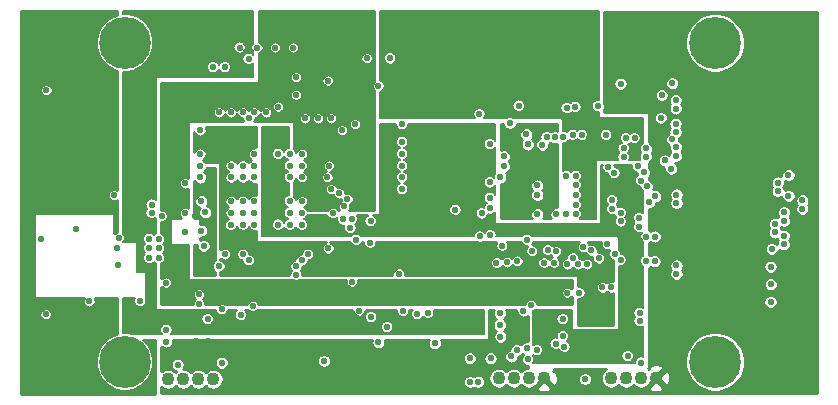
<source format=gbr>
G04 #@! TF.GenerationSoftware,KiCad,Pcbnew,5.1.5+dfsg1-2~bpo10+1*
G04 #@! TF.CreationDate,2020-03-26T22:27:21+01:00*
G04 #@! TF.ProjectId,SDI-bridge,5344492d-6272-4696-9467-652e6b696361,rev?*
G04 #@! TF.SameCoordinates,Original*
G04 #@! TF.FileFunction,Copper,L2,Inr*
G04 #@! TF.FilePolarity,Positive*
%FSLAX46Y46*%
G04 Gerber Fmt 4.6, Leading zero omitted, Abs format (unit mm)*
G04 Created by KiCad (PCBNEW 5.1.5+dfsg1-2~bpo10+1) date 2020-03-26 22:27:21*
%MOMM*%
%LPD*%
G04 APERTURE LIST*
%ADD10C,1.100000*%
%ADD11C,0.550000*%
%ADD12C,4.400000*%
%ADD13C,0.254000*%
%ADD14C,0.200000*%
G04 APERTURE END LIST*
D10*
X112700000Y-131496000D03*
X113970000Y-131496000D03*
X115240000Y-131496000D03*
X116510000Y-131496000D03*
X154000000Y-131400000D03*
X152730000Y-131400000D03*
X151460000Y-131400000D03*
X150190000Y-131400000D03*
X144500000Y-131400000D03*
X143230000Y-131400000D03*
X141960000Y-131400000D03*
X140690000Y-131400000D03*
D11*
X147195000Y-115077500D03*
X143945000Y-115077500D03*
X120000000Y-116400000D03*
X119000000Y-117400000D03*
X120000000Y-117400000D03*
D12*
X159000000Y-103000000D03*
X159000000Y-130000000D03*
D11*
X163720000Y-123450000D03*
X163700000Y-121960000D03*
X144370000Y-111629444D03*
X150995000Y-106465000D03*
X138245000Y-131715000D03*
X139995000Y-129715000D03*
X140825000Y-127885000D03*
X146115000Y-127855000D03*
X112545000Y-128295000D03*
X112545000Y-127305000D03*
X127400000Y-110400000D03*
X126300000Y-113400000D03*
X124300000Y-109400000D03*
X126500000Y-109400000D03*
X125400000Y-109400000D03*
X163700000Y-124940006D03*
X125890000Y-129930000D03*
X123500000Y-122650000D03*
X146438676Y-108522410D03*
X143900000Y-129020000D03*
X142220000Y-129020000D03*
X147990000Y-131470000D03*
X122005000Y-108405000D03*
X149885000Y-120015000D03*
X135265000Y-128445000D03*
X149775000Y-110785000D03*
X147825000Y-120275000D03*
X148515000Y-120565000D03*
X139925000Y-111575000D03*
X146250000Y-128750000D03*
X163810000Y-120450000D03*
X165210000Y-115970000D03*
X165210000Y-114210000D03*
X137020000Y-117150000D03*
X132220000Y-122550000D03*
X119974991Y-113400000D03*
X119974991Y-114400000D03*
X143070000Y-128854979D03*
X126649998Y-117400000D03*
X117227510Y-130090000D03*
X138940000Y-131700000D03*
X138245000Y-129715000D03*
X146382500Y-114265000D03*
X146382500Y-117515000D03*
X122000000Y-116400000D03*
X122000000Y-117400000D03*
X145200000Y-125950000D03*
X150400000Y-128600000D03*
X149500000Y-127900000D03*
X149905000Y-119095000D03*
X143985000Y-126155000D03*
X135825000Y-119210000D03*
X147170000Y-108420000D03*
X140035000Y-110195000D03*
X149200000Y-129084990D03*
X121989991Y-113394980D03*
X121989991Y-114400000D03*
X111100000Y-119600000D03*
D12*
X109000000Y-103000000D03*
X109000000Y-130000000D03*
D11*
X118000000Y-113400000D03*
X119000000Y-113400000D03*
X118000000Y-114400000D03*
X119000000Y-114400000D03*
X115500000Y-116400000D03*
X117505000Y-105065000D03*
X119505000Y-104365000D03*
X116505000Y-105065000D03*
X129495000Y-104315000D03*
X131495000Y-104325000D03*
X140785000Y-125905000D03*
X140775000Y-126895000D03*
X146495000Y-124145000D03*
X147495000Y-124145000D03*
X146100000Y-126400000D03*
X115300000Y-124300000D03*
X115300000Y-125100000D03*
X108500000Y-119500000D03*
X111300000Y-117400000D03*
X111300000Y-116700000D03*
X114100000Y-117400000D03*
X114100000Y-114900000D03*
X108100000Y-115900000D03*
X115500000Y-118900000D03*
X115400000Y-114400000D03*
X115400000Y-113400000D03*
X115400000Y-112400000D03*
X115400000Y-110400000D03*
X117000000Y-108900000D03*
X119000000Y-108900000D03*
X102390000Y-107000000D03*
X102320000Y-126000000D03*
X106020000Y-124890000D03*
X110330000Y-124849990D03*
X111900000Y-119600000D03*
X111100000Y-120400000D03*
X111900000Y-120400000D03*
X111100000Y-121200000D03*
X111900000Y-121200000D03*
X115700000Y-120200000D03*
X115834184Y-117357909D03*
X134715000Y-125845000D03*
X142775000Y-125670010D03*
X119000000Y-116410010D03*
X118000000Y-116410010D03*
X118000000Y-112400000D03*
X119000000Y-112400000D03*
X115500000Y-111400000D03*
X150100000Y-126390000D03*
X150100002Y-125600000D03*
X150120000Y-124760000D03*
X138100000Y-125900000D03*
X138100000Y-126900000D03*
X111500000Y-111900000D03*
X115500000Y-115250000D03*
X118500000Y-105100000D03*
X115000000Y-117650000D03*
X136965000Y-125815000D03*
X131165000Y-131275000D03*
X132475000Y-128425000D03*
X138095000Y-128905000D03*
X142100000Y-126020000D03*
X161260000Y-105950000D03*
X163790000Y-105450000D03*
X141250002Y-128950000D03*
X137245000Y-128815000D03*
X136485000Y-128605000D03*
X150570000Y-108520000D03*
X147195000Y-115890000D03*
X149885000Y-108485000D03*
X115079998Y-128290000D03*
X115090000Y-129300002D03*
X116080000Y-128230000D03*
X116080000Y-129300000D03*
X132500000Y-115400000D03*
X139954998Y-117015000D03*
X132500000Y-114400000D03*
X139944648Y-116118980D03*
X132500000Y-113400000D03*
X139935000Y-114825000D03*
X140820459Y-114392683D03*
X132500000Y-112400000D03*
X132500000Y-111400000D03*
X141109293Y-113458443D03*
X126205000Y-106205000D03*
X146940000Y-110803147D03*
X123500000Y-105900000D03*
X145445000Y-111005000D03*
X123500000Y-107400000D03*
X144735718Y-110973427D03*
X123000000Y-118400000D03*
X140494994Y-121610000D03*
X123000000Y-117400000D03*
X141370000Y-121570000D03*
X124000000Y-117400000D03*
X142245000Y-121465000D03*
X120000000Y-108900000D03*
X144815000Y-120515000D03*
X120245000Y-103400000D03*
X140950000Y-120170010D03*
X121000000Y-108900000D03*
X128500000Y-109900000D03*
X123250000Y-103400000D03*
X120000000Y-112400000D03*
X143405000Y-125195000D03*
X118750000Y-103400000D03*
X145500000Y-120660000D03*
X122000000Y-112400000D03*
X121750000Y-103400000D03*
X146940000Y-121190000D03*
X120000000Y-118400000D03*
X144495000Y-121610000D03*
X118000000Y-117400000D03*
X145360000Y-121620000D03*
X119500000Y-121400000D03*
X139080000Y-119400000D03*
X119850002Y-125260000D03*
X119000000Y-120900000D03*
X143495000Y-120625000D03*
X118860000Y-126030000D03*
X119000000Y-118400000D03*
X123500000Y-121900000D03*
X124000000Y-121400000D03*
X124500004Y-120900000D03*
X126250000Y-120400000D03*
X128620000Y-119680000D03*
X128125000Y-118670000D03*
X128250000Y-117900000D03*
X127505000Y-117950000D03*
X127175000Y-115745000D03*
X126500000Y-115400006D03*
X126180000Y-114390000D03*
X129765022Y-119915992D03*
X124000000Y-112400000D03*
X129840004Y-118090000D03*
X124003705Y-118396295D03*
X127875000Y-116220000D03*
X147710000Y-110790000D03*
X124000000Y-116400000D03*
X130495000Y-128365000D03*
X124000000Y-114400000D03*
X131245000Y-127065000D03*
X124000000Y-113400000D03*
X147410000Y-121740000D03*
X123000000Y-116400000D03*
X133795000Y-125965000D03*
X123000000Y-114400000D03*
X128245000Y-123215000D03*
X123000000Y-113400000D03*
X143075000Y-119685000D03*
X123000000Y-112400000D03*
X148145000Y-121740000D03*
X117000000Y-121900000D03*
X139980000Y-119280000D03*
X116040000Y-126400000D03*
X141115000Y-112595000D03*
X127595000Y-116850000D03*
X117974991Y-118400000D03*
X146495000Y-121740000D03*
X117502882Y-120897118D03*
X112140000Y-117660000D03*
X108100000Y-116700000D03*
X105100000Y-124900000D03*
X104900000Y-118800000D03*
X104900000Y-117000000D03*
X106399994Y-116700000D03*
X107300000Y-116700000D03*
X108100000Y-124800000D03*
X108099998Y-125600000D03*
X108100000Y-126400000D03*
X108100000Y-127200000D03*
X147195000Y-116702500D03*
X149065000Y-108375000D03*
X143945000Y-117515000D03*
X142374390Y-108326615D03*
X139250000Y-117440000D03*
X117240000Y-125550000D03*
X141730000Y-129560000D03*
X155365000Y-106425000D03*
X155365000Y-111185000D03*
X143015000Y-110735000D03*
X154495000Y-107425000D03*
X143145000Y-111605000D03*
X155280000Y-113670000D03*
X143187118Y-129804999D03*
X154415000Y-109355000D03*
X128895000Y-125670010D03*
X151600883Y-129530883D03*
X152730000Y-130080004D03*
X129875000Y-126235000D03*
X154730000Y-112960000D03*
X164310000Y-114837500D03*
X164310000Y-115562500D03*
X166390000Y-116337500D03*
X166390000Y-117062500D03*
X164840000Y-117337500D03*
X164840000Y-118062500D03*
X164060000Y-118337500D03*
X164060000Y-119062500D03*
X164810000Y-119337500D03*
X164810000Y-120062500D03*
X114090000Y-119010000D03*
X152565000Y-118566250D03*
X151025000Y-118131250D03*
X152565000Y-117853750D03*
X151025000Y-117418750D03*
X150305000Y-117058750D03*
X153188750Y-119405000D03*
X150305000Y-116346250D03*
X153901250Y-119405000D03*
X150996907Y-121376907D03*
X155730008Y-122566250D03*
X150493093Y-120873093D03*
X155730008Y-121853750D03*
X153168750Y-121495000D03*
X153443093Y-116496907D03*
X153881250Y-121495000D03*
X153946907Y-115993093D03*
X152605000Y-126566250D03*
X150181250Y-123705000D03*
X152605000Y-125853750D03*
X149468750Y-123705000D03*
X155665000Y-108566250D03*
X150476907Y-114036907D03*
X155665000Y-107853750D03*
X149973093Y-113533093D03*
X155655000Y-110566250D03*
X152181250Y-111085000D03*
X155655000Y-109853750D03*
X151468750Y-111085000D03*
X155695000Y-112566250D03*
X152976907Y-113976907D03*
X155695000Y-111853750D03*
X152473093Y-113473093D03*
X151265000Y-112656250D03*
X153135000Y-112661250D03*
X151265000Y-111943750D03*
X153135000Y-111948750D03*
X153216907Y-115166907D03*
X155730008Y-116566250D03*
X152713093Y-114663093D03*
X155730008Y-115853750D03*
X145500000Y-128470000D03*
X108450000Y-121850000D03*
X108400000Y-120350000D03*
X101900000Y-119600000D03*
X141635000Y-109805000D03*
X122000000Y-118400000D03*
X118000000Y-108900000D03*
X122500000Y-109400000D03*
X126900000Y-114200000D03*
X146000000Y-124700000D03*
X143800000Y-124600000D03*
X144500000Y-124200000D03*
X113250000Y-117700000D03*
X113500000Y-130250000D03*
X116000000Y-124250000D03*
X145205000Y-124965000D03*
X126895000Y-116710000D03*
X125720000Y-123260000D03*
X135730000Y-123250000D03*
X149750000Y-111500000D03*
X148345000Y-111075000D03*
X149145000Y-121255000D03*
X137755000Y-108845000D03*
X119500000Y-109400000D03*
X143945000Y-114265000D03*
X144757500Y-114265000D03*
X144757500Y-117515000D03*
X143945000Y-116702500D03*
X145570000Y-114265000D03*
X141385000Y-110945000D03*
X141075000Y-110345000D03*
X132590000Y-125700000D03*
X112500000Y-123300000D03*
X146137273Y-110970868D03*
X130500000Y-106680010D03*
X132500000Y-109900000D03*
X139055000Y-109035000D03*
X147195000Y-114265000D03*
X145570000Y-117515000D03*
X147195000Y-117515000D03*
X143945000Y-115890000D03*
D13*
G36*
X120123000Y-111861652D02*
G01*
X120054367Y-111848000D01*
X119945633Y-111848000D01*
X119838988Y-111869213D01*
X119738530Y-111910824D01*
X119648120Y-111971234D01*
X119571234Y-112048120D01*
X119510824Y-112138530D01*
X119469213Y-112238988D01*
X119448000Y-112345633D01*
X119448000Y-112454367D01*
X119469213Y-112561012D01*
X119510824Y-112661470D01*
X119571234Y-112751880D01*
X119648120Y-112828766D01*
X119738530Y-112889176D01*
X119752157Y-112894820D01*
X119713521Y-112910824D01*
X119623111Y-112971234D01*
X119546225Y-113048120D01*
X119487496Y-113136015D01*
X119428766Y-113048120D01*
X119351880Y-112971234D01*
X119261470Y-112910824D01*
X119161012Y-112869213D01*
X119054367Y-112848000D01*
X118945633Y-112848000D01*
X118838988Y-112869213D01*
X118738530Y-112910824D01*
X118648120Y-112971234D01*
X118571234Y-113048120D01*
X118510824Y-113138530D01*
X118500000Y-113164661D01*
X118489176Y-113138530D01*
X118428766Y-113048120D01*
X118351880Y-112971234D01*
X118261470Y-112910824D01*
X118161012Y-112869213D01*
X118054367Y-112848000D01*
X117945633Y-112848000D01*
X117838988Y-112869213D01*
X117738530Y-112910824D01*
X117648120Y-112971234D01*
X117571234Y-113048120D01*
X117510824Y-113138530D01*
X117469213Y-113238988D01*
X117448000Y-113345633D01*
X117448000Y-113454367D01*
X117469213Y-113561012D01*
X117510824Y-113661470D01*
X117571234Y-113751880D01*
X117648120Y-113828766D01*
X117738530Y-113889176D01*
X117764661Y-113900000D01*
X117738530Y-113910824D01*
X117648120Y-113971234D01*
X117571234Y-114048120D01*
X117510824Y-114138530D01*
X117469213Y-114238988D01*
X117448000Y-114345633D01*
X117448000Y-114454367D01*
X117469213Y-114561012D01*
X117510824Y-114661470D01*
X117571234Y-114751880D01*
X117648120Y-114828766D01*
X117738530Y-114889176D01*
X117838988Y-114930787D01*
X117945633Y-114952000D01*
X118054367Y-114952000D01*
X118161012Y-114930787D01*
X118261470Y-114889176D01*
X118351880Y-114828766D01*
X118428766Y-114751880D01*
X118489176Y-114661470D01*
X118500000Y-114635339D01*
X118510824Y-114661470D01*
X118571234Y-114751880D01*
X118648120Y-114828766D01*
X118738530Y-114889176D01*
X118838988Y-114930787D01*
X118945633Y-114952000D01*
X119054367Y-114952000D01*
X119161012Y-114930787D01*
X119261470Y-114889176D01*
X119351880Y-114828766D01*
X119428766Y-114751880D01*
X119487496Y-114663985D01*
X119546225Y-114751880D01*
X119623111Y-114828766D01*
X119713521Y-114889176D01*
X119813979Y-114930787D01*
X119920624Y-114952000D01*
X120029358Y-114952000D01*
X120123000Y-114933373D01*
X120123000Y-115861652D01*
X120054367Y-115848000D01*
X119945633Y-115848000D01*
X119838988Y-115869213D01*
X119738530Y-115910824D01*
X119648120Y-115971234D01*
X119571234Y-116048120D01*
X119510824Y-116138530D01*
X119497927Y-116169666D01*
X119489176Y-116148540D01*
X119428766Y-116058130D01*
X119351880Y-115981244D01*
X119261470Y-115920834D01*
X119161012Y-115879223D01*
X119054367Y-115858010D01*
X118945633Y-115858010D01*
X118838988Y-115879223D01*
X118738530Y-115920834D01*
X118648120Y-115981244D01*
X118571234Y-116058130D01*
X118510824Y-116148540D01*
X118500000Y-116174671D01*
X118489176Y-116148540D01*
X118428766Y-116058130D01*
X118351880Y-115981244D01*
X118261470Y-115920834D01*
X118161012Y-115879223D01*
X118054367Y-115858010D01*
X117945633Y-115858010D01*
X117838988Y-115879223D01*
X117738530Y-115920834D01*
X117648120Y-115981244D01*
X117571234Y-116058130D01*
X117510824Y-116148540D01*
X117469213Y-116248998D01*
X117448000Y-116355643D01*
X117448000Y-116464377D01*
X117469213Y-116571022D01*
X117510824Y-116671480D01*
X117571234Y-116761890D01*
X117648120Y-116838776D01*
X117738530Y-116899186D01*
X117752578Y-116905005D01*
X117738530Y-116910824D01*
X117648120Y-116971234D01*
X117571234Y-117048120D01*
X117510824Y-117138530D01*
X117469213Y-117238988D01*
X117448000Y-117345633D01*
X117448000Y-117454367D01*
X117469213Y-117561012D01*
X117510824Y-117661470D01*
X117571234Y-117751880D01*
X117648120Y-117828766D01*
X117738530Y-117889176D01*
X117752157Y-117894820D01*
X117713521Y-117910824D01*
X117623111Y-117971234D01*
X117546225Y-118048120D01*
X117485815Y-118138530D01*
X117444204Y-118238988D01*
X117422991Y-118345633D01*
X117422991Y-118454367D01*
X117444204Y-118561012D01*
X117485815Y-118661470D01*
X117546225Y-118751880D01*
X117623111Y-118828766D01*
X117713521Y-118889176D01*
X117813979Y-118930787D01*
X117920624Y-118952000D01*
X118029358Y-118952000D01*
X118136003Y-118930787D01*
X118236461Y-118889176D01*
X118326871Y-118828766D01*
X118403757Y-118751880D01*
X118464167Y-118661470D01*
X118487496Y-118605150D01*
X118510824Y-118661470D01*
X118571234Y-118751880D01*
X118648120Y-118828766D01*
X118738530Y-118889176D01*
X118838988Y-118930787D01*
X118945633Y-118952000D01*
X119054367Y-118952000D01*
X119161012Y-118930787D01*
X119261470Y-118889176D01*
X119351880Y-118828766D01*
X119428766Y-118751880D01*
X119489176Y-118661470D01*
X119500000Y-118635339D01*
X119510824Y-118661470D01*
X119571234Y-118751880D01*
X119648120Y-118828766D01*
X119738530Y-118889176D01*
X119838988Y-118930787D01*
X119945633Y-118952000D01*
X120054367Y-118952000D01*
X120123000Y-118938348D01*
X120123000Y-119750000D01*
X120125440Y-119774776D01*
X120132667Y-119798601D01*
X120144403Y-119820557D01*
X120160197Y-119839803D01*
X120179443Y-119855597D01*
X120201399Y-119867333D01*
X120225224Y-119874560D01*
X120250000Y-119877000D01*
X126070188Y-119877000D01*
X125988530Y-119910824D01*
X125898120Y-119971234D01*
X125821234Y-120048120D01*
X125760824Y-120138530D01*
X125719213Y-120238988D01*
X125698000Y-120345633D01*
X125698000Y-120454367D01*
X125719213Y-120561012D01*
X125760824Y-120661470D01*
X125821234Y-120751880D01*
X125898120Y-120828766D01*
X125988530Y-120889176D01*
X126088988Y-120930787D01*
X126195633Y-120952000D01*
X126304367Y-120952000D01*
X126411012Y-120930787D01*
X126511470Y-120889176D01*
X126601880Y-120828766D01*
X126678766Y-120751880D01*
X126739176Y-120661470D01*
X126780787Y-120561012D01*
X126802000Y-120454367D01*
X126802000Y-120345633D01*
X126780787Y-120238988D01*
X126739176Y-120138530D01*
X126678766Y-120048120D01*
X126601880Y-119971234D01*
X126511470Y-119910824D01*
X126429812Y-119877000D01*
X128104120Y-119877000D01*
X128130824Y-119941470D01*
X128191234Y-120031880D01*
X128268120Y-120108766D01*
X128358530Y-120169176D01*
X128458988Y-120210787D01*
X128565633Y-120232000D01*
X128674367Y-120232000D01*
X128781012Y-120210787D01*
X128881470Y-120169176D01*
X128971880Y-120108766D01*
X129048766Y-120031880D01*
X129109176Y-119941470D01*
X129135880Y-119877000D01*
X129213022Y-119877000D01*
X129213022Y-119970359D01*
X129234235Y-120077004D01*
X129275846Y-120177462D01*
X129336256Y-120267872D01*
X129413142Y-120344758D01*
X129503552Y-120405168D01*
X129604010Y-120446779D01*
X129710655Y-120467992D01*
X129819389Y-120467992D01*
X129926034Y-120446779D01*
X130026492Y-120405168D01*
X130116902Y-120344758D01*
X130193788Y-120267872D01*
X130254198Y-120177462D01*
X130295809Y-120077004D01*
X130317022Y-119970359D01*
X130317022Y-119877000D01*
X138800307Y-119877000D01*
X138818530Y-119889176D01*
X138918988Y-119930787D01*
X139025633Y-119952000D01*
X139134367Y-119952000D01*
X139241012Y-119930787D01*
X139341470Y-119889176D01*
X139359693Y-119877000D01*
X140481898Y-119877000D01*
X140460824Y-119908540D01*
X140419213Y-120008998D01*
X140398000Y-120115643D01*
X140398000Y-120224377D01*
X140419213Y-120331022D01*
X140460824Y-120431480D01*
X140521234Y-120521890D01*
X140598120Y-120598776D01*
X140688530Y-120659186D01*
X140788988Y-120700797D01*
X140895633Y-120722010D01*
X141004367Y-120722010D01*
X141111012Y-120700797D01*
X141211470Y-120659186D01*
X141301880Y-120598776D01*
X141378766Y-120521890D01*
X141439176Y-120431480D01*
X141480787Y-120331022D01*
X141502000Y-120224377D01*
X141502000Y-120115643D01*
X141480787Y-120008998D01*
X141439176Y-119908540D01*
X141418102Y-119877000D01*
X142557049Y-119877000D01*
X142585824Y-119946470D01*
X142646234Y-120036880D01*
X142723120Y-120113766D01*
X142813530Y-120174176D01*
X142913988Y-120215787D01*
X143020633Y-120237000D01*
X143102354Y-120237000D01*
X143066234Y-120273120D01*
X143005824Y-120363530D01*
X142964213Y-120463988D01*
X142943000Y-120570633D01*
X142943000Y-120679367D01*
X142964213Y-120786012D01*
X143005824Y-120886470D01*
X143066234Y-120976880D01*
X143143120Y-121053766D01*
X143233530Y-121114176D01*
X143333988Y-121155787D01*
X143440633Y-121177000D01*
X143549367Y-121177000D01*
X143656012Y-121155787D01*
X143756470Y-121114176D01*
X143846880Y-121053766D01*
X143923766Y-120976880D01*
X143984176Y-120886470D01*
X144025787Y-120786012D01*
X144047000Y-120679367D01*
X144047000Y-120570633D01*
X144025787Y-120463988D01*
X143984176Y-120363530D01*
X143923766Y-120273120D01*
X143846880Y-120196234D01*
X143756470Y-120135824D01*
X143656012Y-120094213D01*
X143549367Y-120073000D01*
X143467646Y-120073000D01*
X143503766Y-120036880D01*
X143564176Y-119946470D01*
X143592951Y-119877000D01*
X147442354Y-119877000D01*
X147396234Y-119923120D01*
X147335824Y-120013530D01*
X147294213Y-120113988D01*
X147273000Y-120220633D01*
X147273000Y-120329367D01*
X147294213Y-120436012D01*
X147335824Y-120536470D01*
X147396234Y-120626880D01*
X147473120Y-120703766D01*
X147563530Y-120764176D01*
X147663988Y-120805787D01*
X147770633Y-120827000D01*
X147879367Y-120827000D01*
X147986012Y-120805787D01*
X148012681Y-120794740D01*
X148025824Y-120826470D01*
X148086234Y-120916880D01*
X148163120Y-120993766D01*
X148253530Y-121054176D01*
X148353988Y-121095787D01*
X148460633Y-121117000D01*
X148569367Y-121117000D01*
X148611295Y-121108660D01*
X148593000Y-121200633D01*
X148593000Y-121309367D01*
X148614213Y-121416012D01*
X148655824Y-121516470D01*
X148716234Y-121606880D01*
X148793120Y-121683766D01*
X148883530Y-121744176D01*
X148983988Y-121785787D01*
X149090633Y-121807000D01*
X149199367Y-121807000D01*
X149306012Y-121785787D01*
X149406470Y-121744176D01*
X149496880Y-121683766D01*
X149573766Y-121606880D01*
X149634176Y-121516470D01*
X149675787Y-121416012D01*
X149697000Y-121309367D01*
X149697000Y-121200633D01*
X149675787Y-121093988D01*
X149634176Y-120993530D01*
X149573766Y-120903120D01*
X149496880Y-120826234D01*
X149406470Y-120765824D01*
X149306012Y-120724213D01*
X149199367Y-120703000D01*
X149090633Y-120703000D01*
X149048705Y-120711340D01*
X149067000Y-120619367D01*
X149067000Y-120510633D01*
X149045787Y-120403988D01*
X149004176Y-120303530D01*
X148943766Y-120213120D01*
X148866880Y-120136234D01*
X148776470Y-120075824D01*
X148676012Y-120034213D01*
X148569367Y-120013000D01*
X148460633Y-120013000D01*
X148353988Y-120034213D01*
X148327319Y-120045260D01*
X148314176Y-120013530D01*
X148253766Y-119923120D01*
X148207646Y-119877000D01*
X149349636Y-119877000D01*
X149333000Y-119960633D01*
X149333000Y-120069367D01*
X149354213Y-120176012D01*
X149395824Y-120276470D01*
X149456234Y-120366880D01*
X149533120Y-120443766D01*
X149623530Y-120504176D01*
X149723988Y-120545787D01*
X149830633Y-120567000D01*
X149939367Y-120567000D01*
X150046012Y-120545787D01*
X150048632Y-120544702D01*
X150003917Y-120611623D01*
X149962306Y-120712081D01*
X149941093Y-120818726D01*
X149941093Y-120927460D01*
X149962306Y-121034105D01*
X150003917Y-121134563D01*
X150064327Y-121224973D01*
X150141213Y-121301859D01*
X150231623Y-121362269D01*
X150332081Y-121403880D01*
X150373000Y-121412019D01*
X150373000Y-123186945D01*
X150342262Y-123174213D01*
X150235617Y-123153000D01*
X150126883Y-123153000D01*
X150020238Y-123174213D01*
X149919780Y-123215824D01*
X149829370Y-123276234D01*
X149825000Y-123280604D01*
X149820630Y-123276234D01*
X149730220Y-123215824D01*
X149629762Y-123174213D01*
X149523117Y-123153000D01*
X149414383Y-123153000D01*
X149307738Y-123174213D01*
X149207280Y-123215824D01*
X149116870Y-123276234D01*
X149039984Y-123353120D01*
X148979574Y-123443530D01*
X148937963Y-123543988D01*
X148916750Y-123650633D01*
X148916750Y-123759367D01*
X148937963Y-123866012D01*
X148979574Y-123966470D01*
X149039984Y-124056880D01*
X149116870Y-124133766D01*
X149207280Y-124194176D01*
X149307738Y-124235787D01*
X149414383Y-124257000D01*
X149523117Y-124257000D01*
X149629762Y-124235787D01*
X149730220Y-124194176D01*
X149820630Y-124133766D01*
X149825000Y-124129396D01*
X149829370Y-124133766D01*
X149919780Y-124194176D01*
X150020238Y-124235787D01*
X150126883Y-124257000D01*
X150235617Y-124257000D01*
X150342262Y-124235787D01*
X150373000Y-124223055D01*
X150373000Y-126873000D01*
X147376851Y-126873000D01*
X147374275Y-124683801D01*
X147440633Y-124697000D01*
X147549367Y-124697000D01*
X147656012Y-124675787D01*
X147756470Y-124634176D01*
X147846880Y-124573766D01*
X147923766Y-124496880D01*
X147984176Y-124406470D01*
X148025787Y-124306012D01*
X148047000Y-124199367D01*
X148047000Y-124090633D01*
X148025787Y-123983988D01*
X147984176Y-123883530D01*
X147923766Y-123793120D01*
X147846880Y-123716234D01*
X147756470Y-123655824D01*
X147656012Y-123614213D01*
X147549367Y-123593000D01*
X147440633Y-123593000D01*
X147373008Y-123606451D01*
X147372000Y-122749851D01*
X147369530Y-122725077D01*
X147362275Y-122701261D01*
X147350514Y-122679318D01*
X147334697Y-122660092D01*
X147315433Y-122644320D01*
X147293463Y-122632610D01*
X147269630Y-122625411D01*
X147245000Y-122623000D01*
X132768294Y-122623000D01*
X132772000Y-122604367D01*
X132772000Y-122495633D01*
X132750787Y-122388988D01*
X132709176Y-122288530D01*
X132648766Y-122198120D01*
X132571880Y-122121234D01*
X132481470Y-122060824D01*
X132381012Y-122019213D01*
X132274367Y-121998000D01*
X132165633Y-121998000D01*
X132058988Y-122019213D01*
X131958530Y-122060824D01*
X131868120Y-122121234D01*
X131791234Y-122198120D01*
X131730824Y-122288530D01*
X131689213Y-122388988D01*
X131668000Y-122495633D01*
X131668000Y-122604367D01*
X131671706Y-122623000D01*
X124052000Y-122623000D01*
X124052000Y-122595633D01*
X124030787Y-122488988D01*
X123989176Y-122388530D01*
X123928766Y-122298120D01*
X123905646Y-122275000D01*
X123928766Y-122251880D01*
X123989176Y-122161470D01*
X124030787Y-122061012D01*
X124052000Y-121954367D01*
X124052000Y-121952000D01*
X124054367Y-121952000D01*
X124161012Y-121930787D01*
X124261470Y-121889176D01*
X124351880Y-121828766D01*
X124428766Y-121751880D01*
X124489176Y-121661470D01*
X124530787Y-121561012D01*
X124531856Y-121555633D01*
X139942994Y-121555633D01*
X139942994Y-121664367D01*
X139964207Y-121771012D01*
X140005818Y-121871470D01*
X140066228Y-121961880D01*
X140143114Y-122038766D01*
X140233524Y-122099176D01*
X140333982Y-122140787D01*
X140440627Y-122162000D01*
X140549361Y-122162000D01*
X140656006Y-122140787D01*
X140756464Y-122099176D01*
X140846874Y-122038766D01*
X140923760Y-121961880D01*
X140946781Y-121927427D01*
X141018120Y-121998766D01*
X141108530Y-122059176D01*
X141208988Y-122100787D01*
X141315633Y-122122000D01*
X141424367Y-122122000D01*
X141531012Y-122100787D01*
X141631470Y-122059176D01*
X141721880Y-121998766D01*
X141798766Y-121921880D01*
X141847820Y-121848466D01*
X141893120Y-121893766D01*
X141983530Y-121954176D01*
X142083988Y-121995787D01*
X142190633Y-122017000D01*
X142299367Y-122017000D01*
X142406012Y-121995787D01*
X142506470Y-121954176D01*
X142596880Y-121893766D01*
X142673766Y-121816880D01*
X142734176Y-121726470D01*
X142775787Y-121626012D01*
X142789786Y-121555633D01*
X143943000Y-121555633D01*
X143943000Y-121664367D01*
X143964213Y-121771012D01*
X144005824Y-121871470D01*
X144066234Y-121961880D01*
X144143120Y-122038766D01*
X144233530Y-122099176D01*
X144333988Y-122140787D01*
X144440633Y-122162000D01*
X144549367Y-122162000D01*
X144656012Y-122140787D01*
X144756470Y-122099176D01*
X144846880Y-122038766D01*
X144923766Y-121961880D01*
X144924159Y-121961292D01*
X144931234Y-121971880D01*
X145008120Y-122048766D01*
X145098530Y-122109176D01*
X145198988Y-122150787D01*
X145305633Y-122172000D01*
X145414367Y-122172000D01*
X145521012Y-122150787D01*
X145621470Y-122109176D01*
X145711880Y-122048766D01*
X145788766Y-121971880D01*
X145849176Y-121881470D01*
X145890787Y-121781012D01*
X145909759Y-121685633D01*
X145943000Y-121685633D01*
X145943000Y-121794367D01*
X145964213Y-121901012D01*
X146005824Y-122001470D01*
X146066234Y-122091880D01*
X146143120Y-122168766D01*
X146233530Y-122229176D01*
X146333988Y-122270787D01*
X146440633Y-122292000D01*
X146549367Y-122292000D01*
X146656012Y-122270787D01*
X146756470Y-122229176D01*
X146846880Y-122168766D01*
X146923766Y-122091880D01*
X146952500Y-122048877D01*
X146981234Y-122091880D01*
X147058120Y-122168766D01*
X147148530Y-122229176D01*
X147248988Y-122270787D01*
X147355633Y-122292000D01*
X147464367Y-122292000D01*
X147571012Y-122270787D01*
X147671470Y-122229176D01*
X147761880Y-122168766D01*
X147777500Y-122153146D01*
X147793120Y-122168766D01*
X147883530Y-122229176D01*
X147983988Y-122270787D01*
X148090633Y-122292000D01*
X148199367Y-122292000D01*
X148306012Y-122270787D01*
X148406470Y-122229176D01*
X148496880Y-122168766D01*
X148573766Y-122091880D01*
X148634176Y-122001470D01*
X148675787Y-121901012D01*
X148697000Y-121794367D01*
X148697000Y-121685633D01*
X148675787Y-121578988D01*
X148634176Y-121478530D01*
X148573766Y-121388120D01*
X148496880Y-121311234D01*
X148406470Y-121250824D01*
X148306012Y-121209213D01*
X148199367Y-121188000D01*
X148090633Y-121188000D01*
X147983988Y-121209213D01*
X147883530Y-121250824D01*
X147793120Y-121311234D01*
X147777500Y-121326854D01*
X147761880Y-121311234D01*
X147671470Y-121250824D01*
X147571012Y-121209213D01*
X147492000Y-121193497D01*
X147492000Y-121135633D01*
X147470787Y-121028988D01*
X147429176Y-120928530D01*
X147368766Y-120838120D01*
X147291880Y-120761234D01*
X147201470Y-120700824D01*
X147101012Y-120659213D01*
X146994367Y-120638000D01*
X146885633Y-120638000D01*
X146778988Y-120659213D01*
X146678530Y-120700824D01*
X146588120Y-120761234D01*
X146511234Y-120838120D01*
X146450824Y-120928530D01*
X146409213Y-121028988D01*
X146388000Y-121135633D01*
X146388000Y-121198469D01*
X146333988Y-121209213D01*
X146233530Y-121250824D01*
X146143120Y-121311234D01*
X146066234Y-121388120D01*
X146005824Y-121478530D01*
X145964213Y-121578988D01*
X145943000Y-121685633D01*
X145909759Y-121685633D01*
X145912000Y-121674367D01*
X145912000Y-121565633D01*
X145890787Y-121458988D01*
X145849176Y-121358530D01*
X145788766Y-121268120D01*
X145711880Y-121191234D01*
X145692001Y-121177951D01*
X145761470Y-121149176D01*
X145851880Y-121088766D01*
X145928766Y-121011880D01*
X145989176Y-120921470D01*
X146030787Y-120821012D01*
X146052000Y-120714367D01*
X146052000Y-120605633D01*
X146030787Y-120498988D01*
X145989176Y-120398530D01*
X145928766Y-120308120D01*
X145851880Y-120231234D01*
X145761470Y-120170824D01*
X145661012Y-120129213D01*
X145554367Y-120108000D01*
X145445633Y-120108000D01*
X145338988Y-120129213D01*
X145246663Y-120167455D01*
X145243766Y-120163120D01*
X145166880Y-120086234D01*
X145076470Y-120025824D01*
X144976012Y-119984213D01*
X144869367Y-119963000D01*
X144760633Y-119963000D01*
X144653988Y-119984213D01*
X144553530Y-120025824D01*
X144463120Y-120086234D01*
X144386234Y-120163120D01*
X144325824Y-120253530D01*
X144284213Y-120353988D01*
X144263000Y-120460633D01*
X144263000Y-120569367D01*
X144284213Y-120676012D01*
X144325824Y-120776470D01*
X144386234Y-120866880D01*
X144463120Y-120943766D01*
X144553530Y-121004176D01*
X144653988Y-121045787D01*
X144760633Y-121067000D01*
X144869367Y-121067000D01*
X144976012Y-121045787D01*
X145068337Y-121007545D01*
X145071234Y-121011880D01*
X145148120Y-121088766D01*
X145167999Y-121102049D01*
X145098530Y-121130824D01*
X145008120Y-121191234D01*
X144931234Y-121268120D01*
X144930841Y-121268708D01*
X144923766Y-121258120D01*
X144846880Y-121181234D01*
X144756470Y-121120824D01*
X144656012Y-121079213D01*
X144549367Y-121058000D01*
X144440633Y-121058000D01*
X144333988Y-121079213D01*
X144233530Y-121120824D01*
X144143120Y-121181234D01*
X144066234Y-121258120D01*
X144005824Y-121348530D01*
X143964213Y-121448988D01*
X143943000Y-121555633D01*
X142789786Y-121555633D01*
X142797000Y-121519367D01*
X142797000Y-121410633D01*
X142775787Y-121303988D01*
X142734176Y-121203530D01*
X142673766Y-121113120D01*
X142596880Y-121036234D01*
X142506470Y-120975824D01*
X142406012Y-120934213D01*
X142299367Y-120913000D01*
X142190633Y-120913000D01*
X142083988Y-120934213D01*
X141983530Y-120975824D01*
X141893120Y-121036234D01*
X141816234Y-121113120D01*
X141767180Y-121186534D01*
X141721880Y-121141234D01*
X141631470Y-121080824D01*
X141531012Y-121039213D01*
X141424367Y-121018000D01*
X141315633Y-121018000D01*
X141208988Y-121039213D01*
X141108530Y-121080824D01*
X141018120Y-121141234D01*
X140941234Y-121218120D01*
X140918213Y-121252573D01*
X140846874Y-121181234D01*
X140756464Y-121120824D01*
X140656006Y-121079213D01*
X140549361Y-121058000D01*
X140440627Y-121058000D01*
X140333982Y-121079213D01*
X140233524Y-121120824D01*
X140143114Y-121181234D01*
X140066228Y-121258120D01*
X140005818Y-121348530D01*
X139964207Y-121448988D01*
X139942994Y-121555633D01*
X124531856Y-121555633D01*
X124552000Y-121454367D01*
X124552000Y-121452000D01*
X124554371Y-121452000D01*
X124661016Y-121430787D01*
X124761474Y-121389176D01*
X124851884Y-121328766D01*
X124928770Y-121251880D01*
X124989180Y-121161470D01*
X125030791Y-121061012D01*
X125052004Y-120954367D01*
X125052004Y-120845633D01*
X125030791Y-120738988D01*
X124989180Y-120638530D01*
X124928770Y-120548120D01*
X124851884Y-120471234D01*
X124761474Y-120410824D01*
X124661016Y-120369213D01*
X124554371Y-120348000D01*
X124445637Y-120348000D01*
X124338992Y-120369213D01*
X124238534Y-120410824D01*
X124148124Y-120471234D01*
X124071238Y-120548120D01*
X124010828Y-120638530D01*
X123969217Y-120738988D01*
X123948004Y-120845633D01*
X123948004Y-120848000D01*
X123945633Y-120848000D01*
X123838988Y-120869213D01*
X123738530Y-120910824D01*
X123648120Y-120971234D01*
X123571234Y-121048120D01*
X123510824Y-121138530D01*
X123469213Y-121238988D01*
X123448000Y-121345633D01*
X123448000Y-121348000D01*
X123445633Y-121348000D01*
X123338988Y-121369213D01*
X123238530Y-121410824D01*
X123148120Y-121471234D01*
X123071234Y-121548120D01*
X123010824Y-121638530D01*
X122969213Y-121738988D01*
X122948000Y-121845633D01*
X122948000Y-121954367D01*
X122969213Y-122061012D01*
X123010824Y-122161470D01*
X123071234Y-122251880D01*
X123094354Y-122275000D01*
X123071234Y-122298120D01*
X123010824Y-122388530D01*
X122969213Y-122488988D01*
X122948000Y-122595633D01*
X122948000Y-122623000D01*
X117122067Y-122623000D01*
X117122164Y-122438514D01*
X117161012Y-122430787D01*
X117261470Y-122389176D01*
X117351880Y-122328766D01*
X117428766Y-122251880D01*
X117489176Y-122161470D01*
X117530787Y-122061012D01*
X117552000Y-121954367D01*
X117552000Y-121845633D01*
X117530787Y-121738988D01*
X117489176Y-121638530D01*
X117428766Y-121548120D01*
X117351880Y-121471234D01*
X117261470Y-121410824D01*
X117161012Y-121369213D01*
X117122731Y-121361598D01*
X117122765Y-121297647D01*
X117151002Y-121325884D01*
X117241412Y-121386294D01*
X117341870Y-121427905D01*
X117448515Y-121449118D01*
X117557249Y-121449118D01*
X117663894Y-121427905D01*
X117764352Y-121386294D01*
X117854762Y-121325884D01*
X117931648Y-121248998D01*
X117992058Y-121158588D01*
X118033669Y-121058130D01*
X118054882Y-120951485D01*
X118054882Y-120845633D01*
X118448000Y-120845633D01*
X118448000Y-120954367D01*
X118469213Y-121061012D01*
X118510824Y-121161470D01*
X118571234Y-121251880D01*
X118648120Y-121328766D01*
X118738530Y-121389176D01*
X118838988Y-121430787D01*
X118945633Y-121452000D01*
X118948000Y-121452000D01*
X118948000Y-121454367D01*
X118969213Y-121561012D01*
X119010824Y-121661470D01*
X119071234Y-121751880D01*
X119148120Y-121828766D01*
X119238530Y-121889176D01*
X119338988Y-121930787D01*
X119445633Y-121952000D01*
X119554367Y-121952000D01*
X119661012Y-121930787D01*
X119761470Y-121889176D01*
X119851880Y-121828766D01*
X119928766Y-121751880D01*
X119989176Y-121661470D01*
X120030787Y-121561012D01*
X120052000Y-121454367D01*
X120052000Y-121345633D01*
X120030787Y-121238988D01*
X119989176Y-121138530D01*
X119928766Y-121048120D01*
X119851880Y-120971234D01*
X119761470Y-120910824D01*
X119661012Y-120869213D01*
X119554367Y-120848000D01*
X119552000Y-120848000D01*
X119552000Y-120845633D01*
X119530787Y-120738988D01*
X119489176Y-120638530D01*
X119428766Y-120548120D01*
X119351880Y-120471234D01*
X119261470Y-120410824D01*
X119161012Y-120369213D01*
X119054367Y-120348000D01*
X118945633Y-120348000D01*
X118838988Y-120369213D01*
X118738530Y-120410824D01*
X118648120Y-120471234D01*
X118571234Y-120548120D01*
X118510824Y-120638530D01*
X118469213Y-120738988D01*
X118448000Y-120845633D01*
X118054882Y-120845633D01*
X118054882Y-120842751D01*
X118033669Y-120736106D01*
X117992058Y-120635648D01*
X117931648Y-120545238D01*
X117854762Y-120468352D01*
X117764352Y-120407942D01*
X117663894Y-120366331D01*
X117557249Y-120345118D01*
X117448515Y-120345118D01*
X117341870Y-120366331D01*
X117241412Y-120407942D01*
X117151002Y-120468352D01*
X117123186Y-120496168D01*
X117127000Y-113250067D01*
X117124573Y-113225289D01*
X117117358Y-113201461D01*
X117105634Y-113179498D01*
X117089850Y-113160245D01*
X117070613Y-113144441D01*
X117048663Y-113132693D01*
X117024842Y-113125453D01*
X117000000Y-113123000D01*
X115878799Y-113123000D01*
X115828766Y-113048120D01*
X115751880Y-112971234D01*
X115661470Y-112910824D01*
X115635339Y-112900000D01*
X115661470Y-112889176D01*
X115751880Y-112828766D01*
X115828766Y-112751880D01*
X115889176Y-112661470D01*
X115930787Y-112561012D01*
X115952000Y-112454367D01*
X115952000Y-112345633D01*
X115930787Y-112238988D01*
X115889176Y-112138530D01*
X115828766Y-112048120D01*
X115751880Y-111971234D01*
X115661470Y-111910824D01*
X115561012Y-111869213D01*
X115454367Y-111848000D01*
X115345633Y-111848000D01*
X115238988Y-111869213D01*
X115138530Y-111910824D01*
X115048120Y-111971234D01*
X114971234Y-112048120D01*
X114910824Y-112138530D01*
X114877000Y-112220188D01*
X114877000Y-110579812D01*
X114910824Y-110661470D01*
X114971234Y-110751880D01*
X115048120Y-110828766D01*
X115138530Y-110889176D01*
X115238988Y-110930787D01*
X115345633Y-110952000D01*
X115454367Y-110952000D01*
X115561012Y-110930787D01*
X115661470Y-110889176D01*
X115751880Y-110828766D01*
X115828766Y-110751880D01*
X115889176Y-110661470D01*
X115930787Y-110561012D01*
X115952000Y-110454367D01*
X115952000Y-110345633D01*
X115930787Y-110238988D01*
X115889176Y-110138530D01*
X115881472Y-110127000D01*
X120123000Y-110127000D01*
X120123000Y-111861652D01*
G37*
X120123000Y-111861652D02*
X120054367Y-111848000D01*
X119945633Y-111848000D01*
X119838988Y-111869213D01*
X119738530Y-111910824D01*
X119648120Y-111971234D01*
X119571234Y-112048120D01*
X119510824Y-112138530D01*
X119469213Y-112238988D01*
X119448000Y-112345633D01*
X119448000Y-112454367D01*
X119469213Y-112561012D01*
X119510824Y-112661470D01*
X119571234Y-112751880D01*
X119648120Y-112828766D01*
X119738530Y-112889176D01*
X119752157Y-112894820D01*
X119713521Y-112910824D01*
X119623111Y-112971234D01*
X119546225Y-113048120D01*
X119487496Y-113136015D01*
X119428766Y-113048120D01*
X119351880Y-112971234D01*
X119261470Y-112910824D01*
X119161012Y-112869213D01*
X119054367Y-112848000D01*
X118945633Y-112848000D01*
X118838988Y-112869213D01*
X118738530Y-112910824D01*
X118648120Y-112971234D01*
X118571234Y-113048120D01*
X118510824Y-113138530D01*
X118500000Y-113164661D01*
X118489176Y-113138530D01*
X118428766Y-113048120D01*
X118351880Y-112971234D01*
X118261470Y-112910824D01*
X118161012Y-112869213D01*
X118054367Y-112848000D01*
X117945633Y-112848000D01*
X117838988Y-112869213D01*
X117738530Y-112910824D01*
X117648120Y-112971234D01*
X117571234Y-113048120D01*
X117510824Y-113138530D01*
X117469213Y-113238988D01*
X117448000Y-113345633D01*
X117448000Y-113454367D01*
X117469213Y-113561012D01*
X117510824Y-113661470D01*
X117571234Y-113751880D01*
X117648120Y-113828766D01*
X117738530Y-113889176D01*
X117764661Y-113900000D01*
X117738530Y-113910824D01*
X117648120Y-113971234D01*
X117571234Y-114048120D01*
X117510824Y-114138530D01*
X117469213Y-114238988D01*
X117448000Y-114345633D01*
X117448000Y-114454367D01*
X117469213Y-114561012D01*
X117510824Y-114661470D01*
X117571234Y-114751880D01*
X117648120Y-114828766D01*
X117738530Y-114889176D01*
X117838988Y-114930787D01*
X117945633Y-114952000D01*
X118054367Y-114952000D01*
X118161012Y-114930787D01*
X118261470Y-114889176D01*
X118351880Y-114828766D01*
X118428766Y-114751880D01*
X118489176Y-114661470D01*
X118500000Y-114635339D01*
X118510824Y-114661470D01*
X118571234Y-114751880D01*
X118648120Y-114828766D01*
X118738530Y-114889176D01*
X118838988Y-114930787D01*
X118945633Y-114952000D01*
X119054367Y-114952000D01*
X119161012Y-114930787D01*
X119261470Y-114889176D01*
X119351880Y-114828766D01*
X119428766Y-114751880D01*
X119487496Y-114663985D01*
X119546225Y-114751880D01*
X119623111Y-114828766D01*
X119713521Y-114889176D01*
X119813979Y-114930787D01*
X119920624Y-114952000D01*
X120029358Y-114952000D01*
X120123000Y-114933373D01*
X120123000Y-115861652D01*
X120054367Y-115848000D01*
X119945633Y-115848000D01*
X119838988Y-115869213D01*
X119738530Y-115910824D01*
X119648120Y-115971234D01*
X119571234Y-116048120D01*
X119510824Y-116138530D01*
X119497927Y-116169666D01*
X119489176Y-116148540D01*
X119428766Y-116058130D01*
X119351880Y-115981244D01*
X119261470Y-115920834D01*
X119161012Y-115879223D01*
X119054367Y-115858010D01*
X118945633Y-115858010D01*
X118838988Y-115879223D01*
X118738530Y-115920834D01*
X118648120Y-115981244D01*
X118571234Y-116058130D01*
X118510824Y-116148540D01*
X118500000Y-116174671D01*
X118489176Y-116148540D01*
X118428766Y-116058130D01*
X118351880Y-115981244D01*
X118261470Y-115920834D01*
X118161012Y-115879223D01*
X118054367Y-115858010D01*
X117945633Y-115858010D01*
X117838988Y-115879223D01*
X117738530Y-115920834D01*
X117648120Y-115981244D01*
X117571234Y-116058130D01*
X117510824Y-116148540D01*
X117469213Y-116248998D01*
X117448000Y-116355643D01*
X117448000Y-116464377D01*
X117469213Y-116571022D01*
X117510824Y-116671480D01*
X117571234Y-116761890D01*
X117648120Y-116838776D01*
X117738530Y-116899186D01*
X117752578Y-116905005D01*
X117738530Y-116910824D01*
X117648120Y-116971234D01*
X117571234Y-117048120D01*
X117510824Y-117138530D01*
X117469213Y-117238988D01*
X117448000Y-117345633D01*
X117448000Y-117454367D01*
X117469213Y-117561012D01*
X117510824Y-117661470D01*
X117571234Y-117751880D01*
X117648120Y-117828766D01*
X117738530Y-117889176D01*
X117752157Y-117894820D01*
X117713521Y-117910824D01*
X117623111Y-117971234D01*
X117546225Y-118048120D01*
X117485815Y-118138530D01*
X117444204Y-118238988D01*
X117422991Y-118345633D01*
X117422991Y-118454367D01*
X117444204Y-118561012D01*
X117485815Y-118661470D01*
X117546225Y-118751880D01*
X117623111Y-118828766D01*
X117713521Y-118889176D01*
X117813979Y-118930787D01*
X117920624Y-118952000D01*
X118029358Y-118952000D01*
X118136003Y-118930787D01*
X118236461Y-118889176D01*
X118326871Y-118828766D01*
X118403757Y-118751880D01*
X118464167Y-118661470D01*
X118487496Y-118605150D01*
X118510824Y-118661470D01*
X118571234Y-118751880D01*
X118648120Y-118828766D01*
X118738530Y-118889176D01*
X118838988Y-118930787D01*
X118945633Y-118952000D01*
X119054367Y-118952000D01*
X119161012Y-118930787D01*
X119261470Y-118889176D01*
X119351880Y-118828766D01*
X119428766Y-118751880D01*
X119489176Y-118661470D01*
X119500000Y-118635339D01*
X119510824Y-118661470D01*
X119571234Y-118751880D01*
X119648120Y-118828766D01*
X119738530Y-118889176D01*
X119838988Y-118930787D01*
X119945633Y-118952000D01*
X120054367Y-118952000D01*
X120123000Y-118938348D01*
X120123000Y-119750000D01*
X120125440Y-119774776D01*
X120132667Y-119798601D01*
X120144403Y-119820557D01*
X120160197Y-119839803D01*
X120179443Y-119855597D01*
X120201399Y-119867333D01*
X120225224Y-119874560D01*
X120250000Y-119877000D01*
X126070188Y-119877000D01*
X125988530Y-119910824D01*
X125898120Y-119971234D01*
X125821234Y-120048120D01*
X125760824Y-120138530D01*
X125719213Y-120238988D01*
X125698000Y-120345633D01*
X125698000Y-120454367D01*
X125719213Y-120561012D01*
X125760824Y-120661470D01*
X125821234Y-120751880D01*
X125898120Y-120828766D01*
X125988530Y-120889176D01*
X126088988Y-120930787D01*
X126195633Y-120952000D01*
X126304367Y-120952000D01*
X126411012Y-120930787D01*
X126511470Y-120889176D01*
X126601880Y-120828766D01*
X126678766Y-120751880D01*
X126739176Y-120661470D01*
X126780787Y-120561012D01*
X126802000Y-120454367D01*
X126802000Y-120345633D01*
X126780787Y-120238988D01*
X126739176Y-120138530D01*
X126678766Y-120048120D01*
X126601880Y-119971234D01*
X126511470Y-119910824D01*
X126429812Y-119877000D01*
X128104120Y-119877000D01*
X128130824Y-119941470D01*
X128191234Y-120031880D01*
X128268120Y-120108766D01*
X128358530Y-120169176D01*
X128458988Y-120210787D01*
X128565633Y-120232000D01*
X128674367Y-120232000D01*
X128781012Y-120210787D01*
X128881470Y-120169176D01*
X128971880Y-120108766D01*
X129048766Y-120031880D01*
X129109176Y-119941470D01*
X129135880Y-119877000D01*
X129213022Y-119877000D01*
X129213022Y-119970359D01*
X129234235Y-120077004D01*
X129275846Y-120177462D01*
X129336256Y-120267872D01*
X129413142Y-120344758D01*
X129503552Y-120405168D01*
X129604010Y-120446779D01*
X129710655Y-120467992D01*
X129819389Y-120467992D01*
X129926034Y-120446779D01*
X130026492Y-120405168D01*
X130116902Y-120344758D01*
X130193788Y-120267872D01*
X130254198Y-120177462D01*
X130295809Y-120077004D01*
X130317022Y-119970359D01*
X130317022Y-119877000D01*
X138800307Y-119877000D01*
X138818530Y-119889176D01*
X138918988Y-119930787D01*
X139025633Y-119952000D01*
X139134367Y-119952000D01*
X139241012Y-119930787D01*
X139341470Y-119889176D01*
X139359693Y-119877000D01*
X140481898Y-119877000D01*
X140460824Y-119908540D01*
X140419213Y-120008998D01*
X140398000Y-120115643D01*
X140398000Y-120224377D01*
X140419213Y-120331022D01*
X140460824Y-120431480D01*
X140521234Y-120521890D01*
X140598120Y-120598776D01*
X140688530Y-120659186D01*
X140788988Y-120700797D01*
X140895633Y-120722010D01*
X141004367Y-120722010D01*
X141111012Y-120700797D01*
X141211470Y-120659186D01*
X141301880Y-120598776D01*
X141378766Y-120521890D01*
X141439176Y-120431480D01*
X141480787Y-120331022D01*
X141502000Y-120224377D01*
X141502000Y-120115643D01*
X141480787Y-120008998D01*
X141439176Y-119908540D01*
X141418102Y-119877000D01*
X142557049Y-119877000D01*
X142585824Y-119946470D01*
X142646234Y-120036880D01*
X142723120Y-120113766D01*
X142813530Y-120174176D01*
X142913988Y-120215787D01*
X143020633Y-120237000D01*
X143102354Y-120237000D01*
X143066234Y-120273120D01*
X143005824Y-120363530D01*
X142964213Y-120463988D01*
X142943000Y-120570633D01*
X142943000Y-120679367D01*
X142964213Y-120786012D01*
X143005824Y-120886470D01*
X143066234Y-120976880D01*
X143143120Y-121053766D01*
X143233530Y-121114176D01*
X143333988Y-121155787D01*
X143440633Y-121177000D01*
X143549367Y-121177000D01*
X143656012Y-121155787D01*
X143756470Y-121114176D01*
X143846880Y-121053766D01*
X143923766Y-120976880D01*
X143984176Y-120886470D01*
X144025787Y-120786012D01*
X144047000Y-120679367D01*
X144047000Y-120570633D01*
X144025787Y-120463988D01*
X143984176Y-120363530D01*
X143923766Y-120273120D01*
X143846880Y-120196234D01*
X143756470Y-120135824D01*
X143656012Y-120094213D01*
X143549367Y-120073000D01*
X143467646Y-120073000D01*
X143503766Y-120036880D01*
X143564176Y-119946470D01*
X143592951Y-119877000D01*
X147442354Y-119877000D01*
X147396234Y-119923120D01*
X147335824Y-120013530D01*
X147294213Y-120113988D01*
X147273000Y-120220633D01*
X147273000Y-120329367D01*
X147294213Y-120436012D01*
X147335824Y-120536470D01*
X147396234Y-120626880D01*
X147473120Y-120703766D01*
X147563530Y-120764176D01*
X147663988Y-120805787D01*
X147770633Y-120827000D01*
X147879367Y-120827000D01*
X147986012Y-120805787D01*
X148012681Y-120794740D01*
X148025824Y-120826470D01*
X148086234Y-120916880D01*
X148163120Y-120993766D01*
X148253530Y-121054176D01*
X148353988Y-121095787D01*
X148460633Y-121117000D01*
X148569367Y-121117000D01*
X148611295Y-121108660D01*
X148593000Y-121200633D01*
X148593000Y-121309367D01*
X148614213Y-121416012D01*
X148655824Y-121516470D01*
X148716234Y-121606880D01*
X148793120Y-121683766D01*
X148883530Y-121744176D01*
X148983988Y-121785787D01*
X149090633Y-121807000D01*
X149199367Y-121807000D01*
X149306012Y-121785787D01*
X149406470Y-121744176D01*
X149496880Y-121683766D01*
X149573766Y-121606880D01*
X149634176Y-121516470D01*
X149675787Y-121416012D01*
X149697000Y-121309367D01*
X149697000Y-121200633D01*
X149675787Y-121093988D01*
X149634176Y-120993530D01*
X149573766Y-120903120D01*
X149496880Y-120826234D01*
X149406470Y-120765824D01*
X149306012Y-120724213D01*
X149199367Y-120703000D01*
X149090633Y-120703000D01*
X149048705Y-120711340D01*
X149067000Y-120619367D01*
X149067000Y-120510633D01*
X149045787Y-120403988D01*
X149004176Y-120303530D01*
X148943766Y-120213120D01*
X148866880Y-120136234D01*
X148776470Y-120075824D01*
X148676012Y-120034213D01*
X148569367Y-120013000D01*
X148460633Y-120013000D01*
X148353988Y-120034213D01*
X148327319Y-120045260D01*
X148314176Y-120013530D01*
X148253766Y-119923120D01*
X148207646Y-119877000D01*
X149349636Y-119877000D01*
X149333000Y-119960633D01*
X149333000Y-120069367D01*
X149354213Y-120176012D01*
X149395824Y-120276470D01*
X149456234Y-120366880D01*
X149533120Y-120443766D01*
X149623530Y-120504176D01*
X149723988Y-120545787D01*
X149830633Y-120567000D01*
X149939367Y-120567000D01*
X150046012Y-120545787D01*
X150048632Y-120544702D01*
X150003917Y-120611623D01*
X149962306Y-120712081D01*
X149941093Y-120818726D01*
X149941093Y-120927460D01*
X149962306Y-121034105D01*
X150003917Y-121134563D01*
X150064327Y-121224973D01*
X150141213Y-121301859D01*
X150231623Y-121362269D01*
X150332081Y-121403880D01*
X150373000Y-121412019D01*
X150373000Y-123186945D01*
X150342262Y-123174213D01*
X150235617Y-123153000D01*
X150126883Y-123153000D01*
X150020238Y-123174213D01*
X149919780Y-123215824D01*
X149829370Y-123276234D01*
X149825000Y-123280604D01*
X149820630Y-123276234D01*
X149730220Y-123215824D01*
X149629762Y-123174213D01*
X149523117Y-123153000D01*
X149414383Y-123153000D01*
X149307738Y-123174213D01*
X149207280Y-123215824D01*
X149116870Y-123276234D01*
X149039984Y-123353120D01*
X148979574Y-123443530D01*
X148937963Y-123543988D01*
X148916750Y-123650633D01*
X148916750Y-123759367D01*
X148937963Y-123866012D01*
X148979574Y-123966470D01*
X149039984Y-124056880D01*
X149116870Y-124133766D01*
X149207280Y-124194176D01*
X149307738Y-124235787D01*
X149414383Y-124257000D01*
X149523117Y-124257000D01*
X149629762Y-124235787D01*
X149730220Y-124194176D01*
X149820630Y-124133766D01*
X149825000Y-124129396D01*
X149829370Y-124133766D01*
X149919780Y-124194176D01*
X150020238Y-124235787D01*
X150126883Y-124257000D01*
X150235617Y-124257000D01*
X150342262Y-124235787D01*
X150373000Y-124223055D01*
X150373000Y-126873000D01*
X147376851Y-126873000D01*
X147374275Y-124683801D01*
X147440633Y-124697000D01*
X147549367Y-124697000D01*
X147656012Y-124675787D01*
X147756470Y-124634176D01*
X147846880Y-124573766D01*
X147923766Y-124496880D01*
X147984176Y-124406470D01*
X148025787Y-124306012D01*
X148047000Y-124199367D01*
X148047000Y-124090633D01*
X148025787Y-123983988D01*
X147984176Y-123883530D01*
X147923766Y-123793120D01*
X147846880Y-123716234D01*
X147756470Y-123655824D01*
X147656012Y-123614213D01*
X147549367Y-123593000D01*
X147440633Y-123593000D01*
X147373008Y-123606451D01*
X147372000Y-122749851D01*
X147369530Y-122725077D01*
X147362275Y-122701261D01*
X147350514Y-122679318D01*
X147334697Y-122660092D01*
X147315433Y-122644320D01*
X147293463Y-122632610D01*
X147269630Y-122625411D01*
X147245000Y-122623000D01*
X132768294Y-122623000D01*
X132772000Y-122604367D01*
X132772000Y-122495633D01*
X132750787Y-122388988D01*
X132709176Y-122288530D01*
X132648766Y-122198120D01*
X132571880Y-122121234D01*
X132481470Y-122060824D01*
X132381012Y-122019213D01*
X132274367Y-121998000D01*
X132165633Y-121998000D01*
X132058988Y-122019213D01*
X131958530Y-122060824D01*
X131868120Y-122121234D01*
X131791234Y-122198120D01*
X131730824Y-122288530D01*
X131689213Y-122388988D01*
X131668000Y-122495633D01*
X131668000Y-122604367D01*
X131671706Y-122623000D01*
X124052000Y-122623000D01*
X124052000Y-122595633D01*
X124030787Y-122488988D01*
X123989176Y-122388530D01*
X123928766Y-122298120D01*
X123905646Y-122275000D01*
X123928766Y-122251880D01*
X123989176Y-122161470D01*
X124030787Y-122061012D01*
X124052000Y-121954367D01*
X124052000Y-121952000D01*
X124054367Y-121952000D01*
X124161012Y-121930787D01*
X124261470Y-121889176D01*
X124351880Y-121828766D01*
X124428766Y-121751880D01*
X124489176Y-121661470D01*
X124530787Y-121561012D01*
X124531856Y-121555633D01*
X139942994Y-121555633D01*
X139942994Y-121664367D01*
X139964207Y-121771012D01*
X140005818Y-121871470D01*
X140066228Y-121961880D01*
X140143114Y-122038766D01*
X140233524Y-122099176D01*
X140333982Y-122140787D01*
X140440627Y-122162000D01*
X140549361Y-122162000D01*
X140656006Y-122140787D01*
X140756464Y-122099176D01*
X140846874Y-122038766D01*
X140923760Y-121961880D01*
X140946781Y-121927427D01*
X141018120Y-121998766D01*
X141108530Y-122059176D01*
X141208988Y-122100787D01*
X141315633Y-122122000D01*
X141424367Y-122122000D01*
X141531012Y-122100787D01*
X141631470Y-122059176D01*
X141721880Y-121998766D01*
X141798766Y-121921880D01*
X141847820Y-121848466D01*
X141893120Y-121893766D01*
X141983530Y-121954176D01*
X142083988Y-121995787D01*
X142190633Y-122017000D01*
X142299367Y-122017000D01*
X142406012Y-121995787D01*
X142506470Y-121954176D01*
X142596880Y-121893766D01*
X142673766Y-121816880D01*
X142734176Y-121726470D01*
X142775787Y-121626012D01*
X142789786Y-121555633D01*
X143943000Y-121555633D01*
X143943000Y-121664367D01*
X143964213Y-121771012D01*
X144005824Y-121871470D01*
X144066234Y-121961880D01*
X144143120Y-122038766D01*
X144233530Y-122099176D01*
X144333988Y-122140787D01*
X144440633Y-122162000D01*
X144549367Y-122162000D01*
X144656012Y-122140787D01*
X144756470Y-122099176D01*
X144846880Y-122038766D01*
X144923766Y-121961880D01*
X144924159Y-121961292D01*
X144931234Y-121971880D01*
X145008120Y-122048766D01*
X145098530Y-122109176D01*
X145198988Y-122150787D01*
X145305633Y-122172000D01*
X145414367Y-122172000D01*
X145521012Y-122150787D01*
X145621470Y-122109176D01*
X145711880Y-122048766D01*
X145788766Y-121971880D01*
X145849176Y-121881470D01*
X145890787Y-121781012D01*
X145909759Y-121685633D01*
X145943000Y-121685633D01*
X145943000Y-121794367D01*
X145964213Y-121901012D01*
X146005824Y-122001470D01*
X146066234Y-122091880D01*
X146143120Y-122168766D01*
X146233530Y-122229176D01*
X146333988Y-122270787D01*
X146440633Y-122292000D01*
X146549367Y-122292000D01*
X146656012Y-122270787D01*
X146756470Y-122229176D01*
X146846880Y-122168766D01*
X146923766Y-122091880D01*
X146952500Y-122048877D01*
X146981234Y-122091880D01*
X147058120Y-122168766D01*
X147148530Y-122229176D01*
X147248988Y-122270787D01*
X147355633Y-122292000D01*
X147464367Y-122292000D01*
X147571012Y-122270787D01*
X147671470Y-122229176D01*
X147761880Y-122168766D01*
X147777500Y-122153146D01*
X147793120Y-122168766D01*
X147883530Y-122229176D01*
X147983988Y-122270787D01*
X148090633Y-122292000D01*
X148199367Y-122292000D01*
X148306012Y-122270787D01*
X148406470Y-122229176D01*
X148496880Y-122168766D01*
X148573766Y-122091880D01*
X148634176Y-122001470D01*
X148675787Y-121901012D01*
X148697000Y-121794367D01*
X148697000Y-121685633D01*
X148675787Y-121578988D01*
X148634176Y-121478530D01*
X148573766Y-121388120D01*
X148496880Y-121311234D01*
X148406470Y-121250824D01*
X148306012Y-121209213D01*
X148199367Y-121188000D01*
X148090633Y-121188000D01*
X147983988Y-121209213D01*
X147883530Y-121250824D01*
X147793120Y-121311234D01*
X147777500Y-121326854D01*
X147761880Y-121311234D01*
X147671470Y-121250824D01*
X147571012Y-121209213D01*
X147492000Y-121193497D01*
X147492000Y-121135633D01*
X147470787Y-121028988D01*
X147429176Y-120928530D01*
X147368766Y-120838120D01*
X147291880Y-120761234D01*
X147201470Y-120700824D01*
X147101012Y-120659213D01*
X146994367Y-120638000D01*
X146885633Y-120638000D01*
X146778988Y-120659213D01*
X146678530Y-120700824D01*
X146588120Y-120761234D01*
X146511234Y-120838120D01*
X146450824Y-120928530D01*
X146409213Y-121028988D01*
X146388000Y-121135633D01*
X146388000Y-121198469D01*
X146333988Y-121209213D01*
X146233530Y-121250824D01*
X146143120Y-121311234D01*
X146066234Y-121388120D01*
X146005824Y-121478530D01*
X145964213Y-121578988D01*
X145943000Y-121685633D01*
X145909759Y-121685633D01*
X145912000Y-121674367D01*
X145912000Y-121565633D01*
X145890787Y-121458988D01*
X145849176Y-121358530D01*
X145788766Y-121268120D01*
X145711880Y-121191234D01*
X145692001Y-121177951D01*
X145761470Y-121149176D01*
X145851880Y-121088766D01*
X145928766Y-121011880D01*
X145989176Y-120921470D01*
X146030787Y-120821012D01*
X146052000Y-120714367D01*
X146052000Y-120605633D01*
X146030787Y-120498988D01*
X145989176Y-120398530D01*
X145928766Y-120308120D01*
X145851880Y-120231234D01*
X145761470Y-120170824D01*
X145661012Y-120129213D01*
X145554367Y-120108000D01*
X145445633Y-120108000D01*
X145338988Y-120129213D01*
X145246663Y-120167455D01*
X145243766Y-120163120D01*
X145166880Y-120086234D01*
X145076470Y-120025824D01*
X144976012Y-119984213D01*
X144869367Y-119963000D01*
X144760633Y-119963000D01*
X144653988Y-119984213D01*
X144553530Y-120025824D01*
X144463120Y-120086234D01*
X144386234Y-120163120D01*
X144325824Y-120253530D01*
X144284213Y-120353988D01*
X144263000Y-120460633D01*
X144263000Y-120569367D01*
X144284213Y-120676012D01*
X144325824Y-120776470D01*
X144386234Y-120866880D01*
X144463120Y-120943766D01*
X144553530Y-121004176D01*
X144653988Y-121045787D01*
X144760633Y-121067000D01*
X144869367Y-121067000D01*
X144976012Y-121045787D01*
X145068337Y-121007545D01*
X145071234Y-121011880D01*
X145148120Y-121088766D01*
X145167999Y-121102049D01*
X145098530Y-121130824D01*
X145008120Y-121191234D01*
X144931234Y-121268120D01*
X144930841Y-121268708D01*
X144923766Y-121258120D01*
X144846880Y-121181234D01*
X144756470Y-121120824D01*
X144656012Y-121079213D01*
X144549367Y-121058000D01*
X144440633Y-121058000D01*
X144333988Y-121079213D01*
X144233530Y-121120824D01*
X144143120Y-121181234D01*
X144066234Y-121258120D01*
X144005824Y-121348530D01*
X143964213Y-121448988D01*
X143943000Y-121555633D01*
X142789786Y-121555633D01*
X142797000Y-121519367D01*
X142797000Y-121410633D01*
X142775787Y-121303988D01*
X142734176Y-121203530D01*
X142673766Y-121113120D01*
X142596880Y-121036234D01*
X142506470Y-120975824D01*
X142406012Y-120934213D01*
X142299367Y-120913000D01*
X142190633Y-120913000D01*
X142083988Y-120934213D01*
X141983530Y-120975824D01*
X141893120Y-121036234D01*
X141816234Y-121113120D01*
X141767180Y-121186534D01*
X141721880Y-121141234D01*
X141631470Y-121080824D01*
X141531012Y-121039213D01*
X141424367Y-121018000D01*
X141315633Y-121018000D01*
X141208988Y-121039213D01*
X141108530Y-121080824D01*
X141018120Y-121141234D01*
X140941234Y-121218120D01*
X140918213Y-121252573D01*
X140846874Y-121181234D01*
X140756464Y-121120824D01*
X140656006Y-121079213D01*
X140549361Y-121058000D01*
X140440627Y-121058000D01*
X140333982Y-121079213D01*
X140233524Y-121120824D01*
X140143114Y-121181234D01*
X140066228Y-121258120D01*
X140005818Y-121348530D01*
X139964207Y-121448988D01*
X139942994Y-121555633D01*
X124531856Y-121555633D01*
X124552000Y-121454367D01*
X124552000Y-121452000D01*
X124554371Y-121452000D01*
X124661016Y-121430787D01*
X124761474Y-121389176D01*
X124851884Y-121328766D01*
X124928770Y-121251880D01*
X124989180Y-121161470D01*
X125030791Y-121061012D01*
X125052004Y-120954367D01*
X125052004Y-120845633D01*
X125030791Y-120738988D01*
X124989180Y-120638530D01*
X124928770Y-120548120D01*
X124851884Y-120471234D01*
X124761474Y-120410824D01*
X124661016Y-120369213D01*
X124554371Y-120348000D01*
X124445637Y-120348000D01*
X124338992Y-120369213D01*
X124238534Y-120410824D01*
X124148124Y-120471234D01*
X124071238Y-120548120D01*
X124010828Y-120638530D01*
X123969217Y-120738988D01*
X123948004Y-120845633D01*
X123948004Y-120848000D01*
X123945633Y-120848000D01*
X123838988Y-120869213D01*
X123738530Y-120910824D01*
X123648120Y-120971234D01*
X123571234Y-121048120D01*
X123510824Y-121138530D01*
X123469213Y-121238988D01*
X123448000Y-121345633D01*
X123448000Y-121348000D01*
X123445633Y-121348000D01*
X123338988Y-121369213D01*
X123238530Y-121410824D01*
X123148120Y-121471234D01*
X123071234Y-121548120D01*
X123010824Y-121638530D01*
X122969213Y-121738988D01*
X122948000Y-121845633D01*
X122948000Y-121954367D01*
X122969213Y-122061012D01*
X123010824Y-122161470D01*
X123071234Y-122251880D01*
X123094354Y-122275000D01*
X123071234Y-122298120D01*
X123010824Y-122388530D01*
X122969213Y-122488988D01*
X122948000Y-122595633D01*
X122948000Y-122623000D01*
X117122067Y-122623000D01*
X117122164Y-122438514D01*
X117161012Y-122430787D01*
X117261470Y-122389176D01*
X117351880Y-122328766D01*
X117428766Y-122251880D01*
X117489176Y-122161470D01*
X117530787Y-122061012D01*
X117552000Y-121954367D01*
X117552000Y-121845633D01*
X117530787Y-121738988D01*
X117489176Y-121638530D01*
X117428766Y-121548120D01*
X117351880Y-121471234D01*
X117261470Y-121410824D01*
X117161012Y-121369213D01*
X117122731Y-121361598D01*
X117122765Y-121297647D01*
X117151002Y-121325884D01*
X117241412Y-121386294D01*
X117341870Y-121427905D01*
X117448515Y-121449118D01*
X117557249Y-121449118D01*
X117663894Y-121427905D01*
X117764352Y-121386294D01*
X117854762Y-121325884D01*
X117931648Y-121248998D01*
X117992058Y-121158588D01*
X118033669Y-121058130D01*
X118054882Y-120951485D01*
X118054882Y-120845633D01*
X118448000Y-120845633D01*
X118448000Y-120954367D01*
X118469213Y-121061012D01*
X118510824Y-121161470D01*
X118571234Y-121251880D01*
X118648120Y-121328766D01*
X118738530Y-121389176D01*
X118838988Y-121430787D01*
X118945633Y-121452000D01*
X118948000Y-121452000D01*
X118948000Y-121454367D01*
X118969213Y-121561012D01*
X119010824Y-121661470D01*
X119071234Y-121751880D01*
X119148120Y-121828766D01*
X119238530Y-121889176D01*
X119338988Y-121930787D01*
X119445633Y-121952000D01*
X119554367Y-121952000D01*
X119661012Y-121930787D01*
X119761470Y-121889176D01*
X119851880Y-121828766D01*
X119928766Y-121751880D01*
X119989176Y-121661470D01*
X120030787Y-121561012D01*
X120052000Y-121454367D01*
X120052000Y-121345633D01*
X120030787Y-121238988D01*
X119989176Y-121138530D01*
X119928766Y-121048120D01*
X119851880Y-120971234D01*
X119761470Y-120910824D01*
X119661012Y-120869213D01*
X119554367Y-120848000D01*
X119552000Y-120848000D01*
X119552000Y-120845633D01*
X119530787Y-120738988D01*
X119489176Y-120638530D01*
X119428766Y-120548120D01*
X119351880Y-120471234D01*
X119261470Y-120410824D01*
X119161012Y-120369213D01*
X119054367Y-120348000D01*
X118945633Y-120348000D01*
X118838988Y-120369213D01*
X118738530Y-120410824D01*
X118648120Y-120471234D01*
X118571234Y-120548120D01*
X118510824Y-120638530D01*
X118469213Y-120738988D01*
X118448000Y-120845633D01*
X118054882Y-120845633D01*
X118054882Y-120842751D01*
X118033669Y-120736106D01*
X117992058Y-120635648D01*
X117931648Y-120545238D01*
X117854762Y-120468352D01*
X117764352Y-120407942D01*
X117663894Y-120366331D01*
X117557249Y-120345118D01*
X117448515Y-120345118D01*
X117341870Y-120366331D01*
X117241412Y-120407942D01*
X117151002Y-120468352D01*
X117123186Y-120496168D01*
X117127000Y-113250067D01*
X117124573Y-113225289D01*
X117117358Y-113201461D01*
X117105634Y-113179498D01*
X117089850Y-113160245D01*
X117070613Y-113144441D01*
X117048663Y-113132693D01*
X117024842Y-113125453D01*
X117000000Y-113123000D01*
X115878799Y-113123000D01*
X115828766Y-113048120D01*
X115751880Y-112971234D01*
X115661470Y-112910824D01*
X115635339Y-112900000D01*
X115661470Y-112889176D01*
X115751880Y-112828766D01*
X115828766Y-112751880D01*
X115889176Y-112661470D01*
X115930787Y-112561012D01*
X115952000Y-112454367D01*
X115952000Y-112345633D01*
X115930787Y-112238988D01*
X115889176Y-112138530D01*
X115828766Y-112048120D01*
X115751880Y-111971234D01*
X115661470Y-111910824D01*
X115561012Y-111869213D01*
X115454367Y-111848000D01*
X115345633Y-111848000D01*
X115238988Y-111869213D01*
X115138530Y-111910824D01*
X115048120Y-111971234D01*
X114971234Y-112048120D01*
X114910824Y-112138530D01*
X114877000Y-112220188D01*
X114877000Y-110579812D01*
X114910824Y-110661470D01*
X114971234Y-110751880D01*
X115048120Y-110828766D01*
X115138530Y-110889176D01*
X115238988Y-110930787D01*
X115345633Y-110952000D01*
X115454367Y-110952000D01*
X115561012Y-110930787D01*
X115661470Y-110889176D01*
X115751880Y-110828766D01*
X115828766Y-110751880D01*
X115889176Y-110661470D01*
X115930787Y-110561012D01*
X115952000Y-110454367D01*
X115952000Y-110345633D01*
X115930787Y-110238988D01*
X115889176Y-110138530D01*
X115881472Y-110127000D01*
X120123000Y-110127000D01*
X120123000Y-111861652D01*
D14*
G36*
X131975000Y-109951708D02*
G01*
X131995176Y-110053137D01*
X132034751Y-110148681D01*
X132092206Y-110234668D01*
X132165332Y-110307794D01*
X132251319Y-110365249D01*
X132346863Y-110404824D01*
X132448292Y-110425000D01*
X132551708Y-110425000D01*
X132653137Y-110404824D01*
X132748681Y-110365249D01*
X132834668Y-110307794D01*
X132907794Y-110234668D01*
X132965249Y-110148681D01*
X133004824Y-110053137D01*
X133025000Y-109951708D01*
X133025000Y-109850000D01*
X140400000Y-109850000D01*
X140400000Y-111349860D01*
X140390249Y-111326319D01*
X140332794Y-111240332D01*
X140259668Y-111167206D01*
X140173681Y-111109751D01*
X140078137Y-111070176D01*
X139976708Y-111050000D01*
X139873292Y-111050000D01*
X139771863Y-111070176D01*
X139676319Y-111109751D01*
X139590332Y-111167206D01*
X139517206Y-111240332D01*
X139459751Y-111326319D01*
X139420176Y-111421863D01*
X139400000Y-111523292D01*
X139400000Y-111626708D01*
X139420176Y-111728137D01*
X139459751Y-111823681D01*
X139517206Y-111909668D01*
X139590332Y-111982794D01*
X139676319Y-112040249D01*
X139771863Y-112079824D01*
X139873292Y-112100000D01*
X139976708Y-112100000D01*
X140078137Y-112079824D01*
X140173681Y-112040249D01*
X140259668Y-111982794D01*
X140332794Y-111909668D01*
X140390249Y-111823681D01*
X140400000Y-111800140D01*
X140400000Y-114076969D01*
X140355210Y-114144002D01*
X140315635Y-114239546D01*
X140295459Y-114340975D01*
X140295459Y-114442997D01*
X140269668Y-114417206D01*
X140183681Y-114359751D01*
X140088137Y-114320176D01*
X139986708Y-114300000D01*
X139883292Y-114300000D01*
X139781863Y-114320176D01*
X139686319Y-114359751D01*
X139600332Y-114417206D01*
X139527206Y-114490332D01*
X139469751Y-114576319D01*
X139430176Y-114671863D01*
X139410000Y-114773292D01*
X139410000Y-114876708D01*
X139430176Y-114978137D01*
X139469751Y-115073681D01*
X139527206Y-115159668D01*
X139600332Y-115232794D01*
X139686319Y-115290249D01*
X139781863Y-115329824D01*
X139883292Y-115350000D01*
X139986708Y-115350000D01*
X140088137Y-115329824D01*
X140183681Y-115290249D01*
X140269668Y-115232794D01*
X140342794Y-115159668D01*
X140400000Y-115074054D01*
X140400000Y-115855487D01*
X140352442Y-115784312D01*
X140279316Y-115711186D01*
X140193329Y-115653731D01*
X140097785Y-115614156D01*
X139996356Y-115593980D01*
X139892940Y-115593980D01*
X139791511Y-115614156D01*
X139695967Y-115653731D01*
X139609980Y-115711186D01*
X139536854Y-115784312D01*
X139479399Y-115870299D01*
X139439824Y-115965843D01*
X139419648Y-116067272D01*
X139419648Y-116170688D01*
X139439824Y-116272117D01*
X139479399Y-116367661D01*
X139536854Y-116453648D01*
X139609980Y-116526774D01*
X139675342Y-116570448D01*
X139620330Y-116607206D01*
X139547204Y-116680332D01*
X139489749Y-116766319D01*
X139450174Y-116861863D01*
X139433120Y-116947595D01*
X139403137Y-116935176D01*
X139301708Y-116915000D01*
X139198292Y-116915000D01*
X139096863Y-116935176D01*
X139001319Y-116974751D01*
X138915332Y-117032206D01*
X138842206Y-117105332D01*
X138784751Y-117191319D01*
X138745176Y-117286863D01*
X138725000Y-117388292D01*
X138725000Y-117491708D01*
X138745176Y-117593137D01*
X138784751Y-117688681D01*
X138842206Y-117774668D01*
X138915332Y-117847794D01*
X139001319Y-117905249D01*
X139096863Y-117944824D01*
X139198292Y-117965000D01*
X139301708Y-117965000D01*
X139403137Y-117944824D01*
X139498681Y-117905249D01*
X139584668Y-117847794D01*
X139657794Y-117774668D01*
X139715249Y-117688681D01*
X139754824Y-117593137D01*
X139771878Y-117507405D01*
X139801861Y-117519824D01*
X139903290Y-117540000D01*
X140006706Y-117540000D01*
X140108135Y-117519824D01*
X140203679Y-117480249D01*
X140289666Y-117422794D01*
X140362792Y-117349668D01*
X140400000Y-117293983D01*
X140400000Y-118250000D01*
X140401921Y-118269509D01*
X140407612Y-118288268D01*
X140416853Y-118305557D01*
X140429289Y-118320711D01*
X140444443Y-118333147D01*
X140461732Y-118342388D01*
X140480491Y-118348079D01*
X140500000Y-118350000D01*
X149250000Y-118350000D01*
X149269509Y-118348079D01*
X149288268Y-118342388D01*
X149305557Y-118333147D01*
X149320711Y-118320711D01*
X149333147Y-118305557D01*
X149342388Y-118288268D01*
X149348079Y-118269509D01*
X149350000Y-118250000D01*
X149350000Y-116294542D01*
X149780000Y-116294542D01*
X149780000Y-116397958D01*
X149800176Y-116499387D01*
X149839751Y-116594931D01*
X149897206Y-116680918D01*
X149918788Y-116702500D01*
X149897206Y-116724082D01*
X149839751Y-116810069D01*
X149800176Y-116905613D01*
X149780000Y-117007042D01*
X149780000Y-117110458D01*
X149800176Y-117211887D01*
X149839751Y-117307431D01*
X149897206Y-117393418D01*
X149970332Y-117466544D01*
X150056319Y-117523999D01*
X150151863Y-117563574D01*
X150253292Y-117583750D01*
X150356708Y-117583750D01*
X150458137Y-117563574D01*
X150513926Y-117540466D01*
X150520176Y-117571887D01*
X150559751Y-117667431D01*
X150617206Y-117753418D01*
X150638788Y-117775000D01*
X150617206Y-117796582D01*
X150559751Y-117882569D01*
X150520176Y-117978113D01*
X150500000Y-118079542D01*
X150500000Y-118182958D01*
X150520176Y-118284387D01*
X150559751Y-118379931D01*
X150617206Y-118465918D01*
X150690332Y-118539044D01*
X150776319Y-118596499D01*
X150871863Y-118636074D01*
X150973292Y-118656250D01*
X151076708Y-118656250D01*
X151178137Y-118636074D01*
X151273681Y-118596499D01*
X151359668Y-118539044D01*
X151432794Y-118465918D01*
X151490249Y-118379931D01*
X151529824Y-118284387D01*
X151550000Y-118182958D01*
X151550000Y-118079542D01*
X151529824Y-117978113D01*
X151490249Y-117882569D01*
X151432794Y-117796582D01*
X151411212Y-117775000D01*
X151432794Y-117753418D01*
X151490249Y-117667431D01*
X151529824Y-117571887D01*
X151550000Y-117470458D01*
X151550000Y-117367042D01*
X151529824Y-117265613D01*
X151490249Y-117170069D01*
X151432794Y-117084082D01*
X151359668Y-117010956D01*
X151273681Y-116953501D01*
X151178137Y-116913926D01*
X151076708Y-116893750D01*
X150973292Y-116893750D01*
X150871863Y-116913926D01*
X150816074Y-116937034D01*
X150809824Y-116905613D01*
X150770249Y-116810069D01*
X150712794Y-116724082D01*
X150691212Y-116702500D01*
X150712794Y-116680918D01*
X150770249Y-116594931D01*
X150809824Y-116499387D01*
X150830000Y-116397958D01*
X150830000Y-116294542D01*
X150809824Y-116193113D01*
X150770249Y-116097569D01*
X150712794Y-116011582D01*
X150639668Y-115938456D01*
X150553681Y-115881001D01*
X150458137Y-115841426D01*
X150356708Y-115821250D01*
X150253292Y-115821250D01*
X150151863Y-115841426D01*
X150056319Y-115881001D01*
X149970332Y-115938456D01*
X149897206Y-116011582D01*
X149839751Y-116097569D01*
X149800176Y-116193113D01*
X149780000Y-116294542D01*
X149350000Y-116294542D01*
X149350000Y-113350000D01*
X149480677Y-113350000D01*
X149468269Y-113379956D01*
X149448093Y-113481385D01*
X149448093Y-113584801D01*
X149468269Y-113686230D01*
X149507844Y-113781774D01*
X149565299Y-113867761D01*
X149638425Y-113940887D01*
X149724412Y-113998342D01*
X149819956Y-114037917D01*
X149921385Y-114058093D01*
X149951907Y-114058093D01*
X149951907Y-114088615D01*
X149972083Y-114190044D01*
X150011658Y-114285588D01*
X150069113Y-114371575D01*
X150142239Y-114444701D01*
X150228226Y-114502156D01*
X150323770Y-114541731D01*
X150425199Y-114561907D01*
X150528615Y-114561907D01*
X150630044Y-114541731D01*
X150725588Y-114502156D01*
X150811575Y-114444701D01*
X150884701Y-114371575D01*
X150942156Y-114285588D01*
X150981731Y-114190044D01*
X151001907Y-114088615D01*
X151001907Y-113985199D01*
X150981731Y-113883770D01*
X150942156Y-113788226D01*
X150884701Y-113702239D01*
X150811575Y-113629113D01*
X150725588Y-113571658D01*
X150630044Y-113532083D01*
X150528615Y-113511907D01*
X150498093Y-113511907D01*
X150498093Y-113481385D01*
X150477917Y-113379956D01*
X150465509Y-113350000D01*
X151962293Y-113350000D01*
X151948093Y-113421385D01*
X151948093Y-113524801D01*
X151968269Y-113626230D01*
X152007844Y-113721774D01*
X152065299Y-113807761D01*
X152138425Y-113880887D01*
X152224412Y-113938342D01*
X152319956Y-113977917D01*
X152421385Y-113998093D01*
X152451907Y-113998093D01*
X152451907Y-114028615D01*
X152472083Y-114130044D01*
X152494930Y-114185203D01*
X152464412Y-114197844D01*
X152378425Y-114255299D01*
X152305299Y-114328425D01*
X152247844Y-114414412D01*
X152208269Y-114509956D01*
X152188093Y-114611385D01*
X152188093Y-114714801D01*
X152208269Y-114816230D01*
X152247844Y-114911774D01*
X152305299Y-114997761D01*
X152378425Y-115070887D01*
X152464412Y-115128342D01*
X152559956Y-115167917D01*
X152661385Y-115188093D01*
X152691907Y-115188093D01*
X152691907Y-115218615D01*
X152712083Y-115320044D01*
X152751658Y-115415588D01*
X152809113Y-115501575D01*
X152882239Y-115574701D01*
X152900000Y-115586569D01*
X152900000Y-117446288D01*
X152899668Y-117445956D01*
X152813681Y-117388501D01*
X152718137Y-117348926D01*
X152616708Y-117328750D01*
X152513292Y-117328750D01*
X152411863Y-117348926D01*
X152316319Y-117388501D01*
X152230332Y-117445956D01*
X152157206Y-117519082D01*
X152099751Y-117605069D01*
X152060176Y-117700613D01*
X152040000Y-117802042D01*
X152040000Y-117905458D01*
X152060176Y-118006887D01*
X152099751Y-118102431D01*
X152157206Y-118188418D01*
X152178788Y-118210000D01*
X152157206Y-118231582D01*
X152099751Y-118317569D01*
X152060176Y-118413113D01*
X152040000Y-118514542D01*
X152040000Y-118617958D01*
X152060176Y-118719387D01*
X152099751Y-118814931D01*
X152157206Y-118900918D01*
X152230332Y-118974044D01*
X152316319Y-119031499D01*
X152411863Y-119071074D01*
X152513292Y-119091250D01*
X152616708Y-119091250D01*
X152718137Y-119071074D01*
X152813681Y-119031499D01*
X152832089Y-119019199D01*
X152780956Y-119070332D01*
X152723501Y-119156319D01*
X152683926Y-119251863D01*
X152663750Y-119353292D01*
X152663750Y-119456708D01*
X152683926Y-119558137D01*
X152723501Y-119653681D01*
X152780956Y-119739668D01*
X152854082Y-119812794D01*
X152900000Y-119843476D01*
X152900000Y-121043161D01*
X152834082Y-121087206D01*
X152760956Y-121160332D01*
X152703501Y-121246319D01*
X152663926Y-121341863D01*
X152643750Y-121443292D01*
X152643750Y-121546708D01*
X152663926Y-121648137D01*
X152703501Y-121743681D01*
X152760956Y-121829668D01*
X152834082Y-121902794D01*
X152900000Y-121946839D01*
X152900000Y-125419451D01*
X152853681Y-125388501D01*
X152758137Y-125348926D01*
X152656708Y-125328750D01*
X152553292Y-125328750D01*
X152451863Y-125348926D01*
X152356319Y-125388501D01*
X152270332Y-125445956D01*
X152197206Y-125519082D01*
X152139751Y-125605069D01*
X152100176Y-125700613D01*
X152080000Y-125802042D01*
X152080000Y-125905458D01*
X152100176Y-126006887D01*
X152139751Y-126102431D01*
X152197206Y-126188418D01*
X152218788Y-126210000D01*
X152197206Y-126231582D01*
X152139751Y-126317569D01*
X152100176Y-126413113D01*
X152080000Y-126514542D01*
X152080000Y-126617958D01*
X152100176Y-126719387D01*
X152139751Y-126814931D01*
X152197206Y-126900918D01*
X152270332Y-126974044D01*
X152356319Y-127031499D01*
X152451863Y-127071074D01*
X152553292Y-127091250D01*
X152656708Y-127091250D01*
X152758137Y-127071074D01*
X152853681Y-127031499D01*
X152900000Y-127000549D01*
X152900000Y-129582165D01*
X152883137Y-129575180D01*
X152781708Y-129555004D01*
X152678292Y-129555004D01*
X152576863Y-129575180D01*
X152481319Y-129614755D01*
X152395332Y-129672210D01*
X152322206Y-129745336D01*
X152264751Y-129831323D01*
X152225176Y-129926867D01*
X152205000Y-130028296D01*
X152205000Y-130107421D01*
X143600000Y-130149509D01*
X143600000Y-130132052D01*
X143652367Y-130053680D01*
X143691942Y-129958136D01*
X143712118Y-129856707D01*
X143712118Y-129753291D01*
X143691942Y-129651862D01*
X143652367Y-129556318D01*
X143600000Y-129477946D01*
X143600000Y-129450959D01*
X143651319Y-129485249D01*
X143746863Y-129524824D01*
X143848292Y-129545000D01*
X143951708Y-129545000D01*
X144053137Y-129524824D01*
X144148681Y-129485249D01*
X144157771Y-129479175D01*
X151075883Y-129479175D01*
X151075883Y-129582591D01*
X151096059Y-129684020D01*
X151135634Y-129779564D01*
X151193089Y-129865551D01*
X151266215Y-129938677D01*
X151352202Y-129996132D01*
X151447746Y-130035707D01*
X151549175Y-130055883D01*
X151652591Y-130055883D01*
X151754020Y-130035707D01*
X151849564Y-129996132D01*
X151935551Y-129938677D01*
X152008677Y-129865551D01*
X152066132Y-129779564D01*
X152105707Y-129684020D01*
X152125883Y-129582591D01*
X152125883Y-129479175D01*
X152105707Y-129377746D01*
X152066132Y-129282202D01*
X152008677Y-129196215D01*
X151935551Y-129123089D01*
X151849564Y-129065634D01*
X151754020Y-129026059D01*
X151652591Y-129005883D01*
X151549175Y-129005883D01*
X151447746Y-129026059D01*
X151352202Y-129065634D01*
X151266215Y-129123089D01*
X151193089Y-129196215D01*
X151135634Y-129282202D01*
X151096059Y-129377746D01*
X151075883Y-129479175D01*
X144157771Y-129479175D01*
X144234668Y-129427794D01*
X144307794Y-129354668D01*
X144365249Y-129268681D01*
X144404824Y-129173137D01*
X144425000Y-129071708D01*
X144425000Y-128968292D01*
X144404824Y-128866863D01*
X144365249Y-128771319D01*
X144307794Y-128685332D01*
X144234668Y-128612206D01*
X144148681Y-128554751D01*
X144053137Y-128515176D01*
X143951708Y-128495000D01*
X143848292Y-128495000D01*
X143746863Y-128515176D01*
X143651319Y-128554751D01*
X143600000Y-128589041D01*
X143600000Y-128418292D01*
X144975000Y-128418292D01*
X144975000Y-128521708D01*
X144995176Y-128623137D01*
X145034751Y-128718681D01*
X145092206Y-128804668D01*
X145165332Y-128877794D01*
X145251319Y-128935249D01*
X145346863Y-128974824D01*
X145448292Y-128995000D01*
X145551708Y-128995000D01*
X145653137Y-128974824D01*
X145748681Y-128935249D01*
X145756354Y-128930122D01*
X145784751Y-128998681D01*
X145842206Y-129084668D01*
X145915332Y-129157794D01*
X146001319Y-129215249D01*
X146096863Y-129254824D01*
X146198292Y-129275000D01*
X146301708Y-129275000D01*
X146403137Y-129254824D01*
X146498681Y-129215249D01*
X146584668Y-129157794D01*
X146657794Y-129084668D01*
X146715249Y-128998681D01*
X146754824Y-128903137D01*
X146775000Y-128801708D01*
X146775000Y-128698292D01*
X146754824Y-128596863D01*
X146715249Y-128501319D01*
X146657794Y-128415332D01*
X146584668Y-128342206D01*
X146498681Y-128284751D01*
X146448139Y-128263816D01*
X146449668Y-128262794D01*
X146522794Y-128189668D01*
X146580249Y-128103681D01*
X146619824Y-128008137D01*
X146640000Y-127906708D01*
X146640000Y-127803292D01*
X146619824Y-127701863D01*
X146580249Y-127606319D01*
X146522794Y-127520332D01*
X146449668Y-127447206D01*
X146363681Y-127389751D01*
X146268137Y-127350176D01*
X146166708Y-127330000D01*
X146063292Y-127330000D01*
X145961863Y-127350176D01*
X145866319Y-127389751D01*
X145780332Y-127447206D01*
X145707206Y-127520332D01*
X145649751Y-127606319D01*
X145610176Y-127701863D01*
X145590000Y-127803292D01*
X145590000Y-127906708D01*
X145599508Y-127954508D01*
X145551708Y-127945000D01*
X145448292Y-127945000D01*
X145346863Y-127965176D01*
X145251319Y-128004751D01*
X145165332Y-128062206D01*
X145092206Y-128135332D01*
X145034751Y-128221319D01*
X144995176Y-128316863D01*
X144975000Y-128418292D01*
X143600000Y-128418292D01*
X143600000Y-126348292D01*
X145575000Y-126348292D01*
X145575000Y-126451708D01*
X145595176Y-126553137D01*
X145634751Y-126648681D01*
X145692206Y-126734668D01*
X145765332Y-126807794D01*
X145851319Y-126865249D01*
X145946863Y-126904824D01*
X146048292Y-126925000D01*
X146151708Y-126925000D01*
X146253137Y-126904824D01*
X146348681Y-126865249D01*
X146434668Y-126807794D01*
X146507794Y-126734668D01*
X146565249Y-126648681D01*
X146604824Y-126553137D01*
X146625000Y-126451708D01*
X146625000Y-126348292D01*
X146604824Y-126246863D01*
X146565249Y-126151319D01*
X146507794Y-126065332D01*
X146434668Y-125992206D01*
X146348681Y-125934751D01*
X146253137Y-125895176D01*
X146151708Y-125875000D01*
X146048292Y-125875000D01*
X145946863Y-125895176D01*
X145851319Y-125934751D01*
X145765332Y-125992206D01*
X145692206Y-126065332D01*
X145634751Y-126151319D01*
X145595176Y-126246863D01*
X145575000Y-126348292D01*
X143600000Y-126348292D01*
X143600000Y-125682484D01*
X143653681Y-125660249D01*
X143739668Y-125602794D01*
X143742462Y-125600000D01*
X146900000Y-125600000D01*
X146900000Y-127250000D01*
X146901921Y-127269509D01*
X146907612Y-127288268D01*
X146916853Y-127305557D01*
X146929289Y-127320711D01*
X146944443Y-127333147D01*
X146961732Y-127342388D01*
X146980491Y-127348079D01*
X147000000Y-127350000D01*
X150750000Y-127350000D01*
X150769509Y-127348079D01*
X150788268Y-127342388D01*
X150805557Y-127333147D01*
X150820711Y-127320711D01*
X150833147Y-127305557D01*
X150842388Y-127288268D01*
X150848079Y-127269509D01*
X150850000Y-127250000D01*
X150850000Y-121882970D01*
X150945199Y-121901907D01*
X151048615Y-121901907D01*
X151150044Y-121881731D01*
X151245588Y-121842156D01*
X151331575Y-121784701D01*
X151404701Y-121711575D01*
X151462156Y-121625588D01*
X151501731Y-121530044D01*
X151521907Y-121428615D01*
X151521907Y-121325199D01*
X151501731Y-121223770D01*
X151462156Y-121128226D01*
X151404701Y-121042239D01*
X151331575Y-120969113D01*
X151245588Y-120911658D01*
X151150044Y-120872083D01*
X151048615Y-120851907D01*
X151018093Y-120851907D01*
X151018093Y-120821385D01*
X150997917Y-120719956D01*
X150958342Y-120624412D01*
X150900887Y-120538425D01*
X150850000Y-120487538D01*
X150850000Y-119500000D01*
X150848079Y-119480491D01*
X150842388Y-119461732D01*
X150833147Y-119444443D01*
X150820711Y-119429289D01*
X150805557Y-119416853D01*
X150788268Y-119407612D01*
X150769509Y-119401921D01*
X150750000Y-119400000D01*
X143515981Y-119400000D01*
X143482794Y-119350332D01*
X143409668Y-119277206D01*
X143323681Y-119219751D01*
X143228137Y-119180176D01*
X143126708Y-119160000D01*
X143023292Y-119160000D01*
X142921863Y-119180176D01*
X142826319Y-119219751D01*
X142740332Y-119277206D01*
X142667206Y-119350332D01*
X142634019Y-119400000D01*
X140491416Y-119400000D01*
X140505000Y-119331708D01*
X140505000Y-119228292D01*
X140484824Y-119126863D01*
X140445249Y-119031319D01*
X140387794Y-118945332D01*
X140314668Y-118872206D01*
X140228681Y-118814751D01*
X140133137Y-118775176D01*
X140031708Y-118755000D01*
X139928292Y-118755000D01*
X139826863Y-118775176D01*
X139731319Y-118814751D01*
X139645332Y-118872206D01*
X139572206Y-118945332D01*
X139514751Y-119031319D01*
X139495738Y-119077221D01*
X139487794Y-119065332D01*
X139414668Y-118992206D01*
X139328681Y-118934751D01*
X139233137Y-118895176D01*
X139131708Y-118875000D01*
X139028292Y-118875000D01*
X138926863Y-118895176D01*
X138831319Y-118934751D01*
X138745332Y-118992206D01*
X138672206Y-119065332D01*
X138614751Y-119151319D01*
X138575176Y-119246863D01*
X138555000Y-119348292D01*
X138555000Y-119400000D01*
X129862015Y-119400000D01*
X129816730Y-119390992D01*
X129713314Y-119390992D01*
X129668029Y-119400000D01*
X129064322Y-119400000D01*
X129027794Y-119345332D01*
X128954668Y-119272206D01*
X128868681Y-119214751D01*
X128773137Y-119175176D01*
X128671708Y-119155000D01*
X128568292Y-119155000D01*
X128466863Y-119175176D01*
X128371319Y-119214751D01*
X128285332Y-119272206D01*
X128212206Y-119345332D01*
X128175678Y-119400000D01*
X120600000Y-119400000D01*
X120600000Y-110100000D01*
X122900000Y-110100000D01*
X122900000Y-111884606D01*
X122846863Y-111895176D01*
X122751319Y-111934751D01*
X122665332Y-111992206D01*
X122592206Y-112065332D01*
X122534751Y-112151319D01*
X122500000Y-112235217D01*
X122465249Y-112151319D01*
X122407794Y-112065332D01*
X122334668Y-111992206D01*
X122248681Y-111934751D01*
X122153137Y-111895176D01*
X122051708Y-111875000D01*
X121948292Y-111875000D01*
X121846863Y-111895176D01*
X121751319Y-111934751D01*
X121665332Y-111992206D01*
X121592206Y-112065332D01*
X121534751Y-112151319D01*
X121495176Y-112246863D01*
X121475000Y-112348292D01*
X121475000Y-112451708D01*
X121495176Y-112553137D01*
X121534751Y-112648681D01*
X121592206Y-112734668D01*
X121665332Y-112807794D01*
X121751319Y-112865249D01*
X121846863Y-112904824D01*
X121948292Y-112925000D01*
X122051708Y-112925000D01*
X122153137Y-112904824D01*
X122248681Y-112865249D01*
X122334668Y-112807794D01*
X122407794Y-112734668D01*
X122465249Y-112648681D01*
X122500000Y-112564783D01*
X122534751Y-112648681D01*
X122592206Y-112734668D01*
X122665332Y-112807794D01*
X122751319Y-112865249D01*
X122835217Y-112900000D01*
X122751319Y-112934751D01*
X122665332Y-112992206D01*
X122592206Y-113065332D01*
X122534751Y-113151319D01*
X122495176Y-113246863D01*
X122475000Y-113348292D01*
X122475000Y-113451708D01*
X122495176Y-113553137D01*
X122534751Y-113648681D01*
X122592206Y-113734668D01*
X122665332Y-113807794D01*
X122751319Y-113865249D01*
X122835217Y-113900000D01*
X122751319Y-113934751D01*
X122665332Y-113992206D01*
X122592206Y-114065332D01*
X122534751Y-114151319D01*
X122495176Y-114246863D01*
X122475000Y-114348292D01*
X122475000Y-114451708D01*
X122495176Y-114553137D01*
X122534751Y-114648681D01*
X122592206Y-114734668D01*
X122665332Y-114807794D01*
X122751319Y-114865249D01*
X122846863Y-114904824D01*
X122900000Y-114915394D01*
X122900000Y-115884606D01*
X122846863Y-115895176D01*
X122751319Y-115934751D01*
X122665332Y-115992206D01*
X122592206Y-116065332D01*
X122534751Y-116151319D01*
X122495176Y-116246863D01*
X122475000Y-116348292D01*
X122475000Y-116451708D01*
X122495176Y-116553137D01*
X122534751Y-116648681D01*
X122592206Y-116734668D01*
X122665332Y-116807794D01*
X122751319Y-116865249D01*
X122835217Y-116900000D01*
X122751319Y-116934751D01*
X122665332Y-116992206D01*
X122592206Y-117065332D01*
X122534751Y-117151319D01*
X122495176Y-117246863D01*
X122475000Y-117348292D01*
X122475000Y-117451708D01*
X122495176Y-117553137D01*
X122534751Y-117648681D01*
X122592206Y-117734668D01*
X122665332Y-117807794D01*
X122751319Y-117865249D01*
X122835217Y-117900000D01*
X122751319Y-117934751D01*
X122665332Y-117992206D01*
X122592206Y-118065332D01*
X122534751Y-118151319D01*
X122500000Y-118235217D01*
X122465249Y-118151319D01*
X122407794Y-118065332D01*
X122334668Y-117992206D01*
X122248681Y-117934751D01*
X122153137Y-117895176D01*
X122051708Y-117875000D01*
X121948292Y-117875000D01*
X121846863Y-117895176D01*
X121751319Y-117934751D01*
X121665332Y-117992206D01*
X121592206Y-118065332D01*
X121534751Y-118151319D01*
X121495176Y-118246863D01*
X121475000Y-118348292D01*
X121475000Y-118451708D01*
X121495176Y-118553137D01*
X121534751Y-118648681D01*
X121592206Y-118734668D01*
X121665332Y-118807794D01*
X121751319Y-118865249D01*
X121846863Y-118904824D01*
X121948292Y-118925000D01*
X122051708Y-118925000D01*
X122153137Y-118904824D01*
X122248681Y-118865249D01*
X122334668Y-118807794D01*
X122407794Y-118734668D01*
X122465249Y-118648681D01*
X122500000Y-118564783D01*
X122534751Y-118648681D01*
X122592206Y-118734668D01*
X122665332Y-118807794D01*
X122751319Y-118865249D01*
X122846863Y-118904824D01*
X122948292Y-118925000D01*
X123051708Y-118925000D01*
X123153137Y-118904824D01*
X123248681Y-118865249D01*
X123334668Y-118807794D01*
X123407794Y-118734668D01*
X123465249Y-118648681D01*
X123502620Y-118558458D01*
X123538456Y-118644976D01*
X123595911Y-118730963D01*
X123669037Y-118804089D01*
X123755024Y-118861544D01*
X123850568Y-118901119D01*
X123951997Y-118921295D01*
X124055413Y-118921295D01*
X124156842Y-118901119D01*
X124252386Y-118861544D01*
X124338373Y-118804089D01*
X124411499Y-118730963D01*
X124468954Y-118644976D01*
X124508529Y-118549432D01*
X124528705Y-118448003D01*
X124528705Y-118344587D01*
X124508529Y-118243158D01*
X124468954Y-118147614D01*
X124411499Y-118061627D01*
X124338373Y-117988501D01*
X124252386Y-117931046D01*
X124171108Y-117897380D01*
X124248681Y-117865249D01*
X124334668Y-117807794D01*
X124407794Y-117734668D01*
X124465249Y-117648681D01*
X124485413Y-117600000D01*
X126164585Y-117600000D01*
X126184749Y-117648681D01*
X126242204Y-117734668D01*
X126315330Y-117807794D01*
X126401317Y-117865249D01*
X126496861Y-117904824D01*
X126598290Y-117925000D01*
X126701706Y-117925000D01*
X126803135Y-117904824D01*
X126898679Y-117865249D01*
X126984666Y-117807794D01*
X127003414Y-117789046D01*
X127000176Y-117796863D01*
X126980000Y-117898292D01*
X126980000Y-118001708D01*
X127000176Y-118103137D01*
X127039751Y-118198681D01*
X127097206Y-118284668D01*
X127170332Y-118357794D01*
X127256319Y-118415249D01*
X127351863Y-118454824D01*
X127453292Y-118475000D01*
X127556708Y-118475000D01*
X127644772Y-118457483D01*
X127620176Y-118516863D01*
X127600000Y-118618292D01*
X127600000Y-118721708D01*
X127620176Y-118823137D01*
X127659751Y-118918681D01*
X127717206Y-119004668D01*
X127790332Y-119077794D01*
X127876319Y-119135249D01*
X127971863Y-119174824D01*
X128073292Y-119195000D01*
X128176708Y-119195000D01*
X128278137Y-119174824D01*
X128373681Y-119135249D01*
X128459668Y-119077794D01*
X128532794Y-119004668D01*
X128590249Y-118918681D01*
X128629824Y-118823137D01*
X128650000Y-118721708D01*
X128650000Y-118618292D01*
X128629824Y-118516863D01*
X128590249Y-118421319D01*
X128536085Y-118340257D01*
X128584668Y-118307794D01*
X128657794Y-118234668D01*
X128715249Y-118148681D01*
X128754824Y-118053137D01*
X128775000Y-117951708D01*
X128775000Y-117848292D01*
X128754824Y-117746863D01*
X128715249Y-117651319D01*
X128680959Y-117600000D01*
X129651078Y-117600000D01*
X129591323Y-117624751D01*
X129505336Y-117682206D01*
X129432210Y-117755332D01*
X129374755Y-117841319D01*
X129335180Y-117936863D01*
X129315004Y-118038292D01*
X129315004Y-118141708D01*
X129335180Y-118243137D01*
X129374755Y-118338681D01*
X129432210Y-118424668D01*
X129505336Y-118497794D01*
X129591323Y-118555249D01*
X129686867Y-118594824D01*
X129788296Y-118615000D01*
X129891712Y-118615000D01*
X129993141Y-118594824D01*
X130088685Y-118555249D01*
X130174672Y-118497794D01*
X130247798Y-118424668D01*
X130305253Y-118338681D01*
X130344828Y-118243137D01*
X130365004Y-118141708D01*
X130365004Y-118038292D01*
X130344828Y-117936863D01*
X130305253Y-117841319D01*
X130247798Y-117755332D01*
X130174672Y-117682206D01*
X130088685Y-117624751D01*
X130028930Y-117600000D01*
X130500000Y-117600000D01*
X130519509Y-117598079D01*
X130538268Y-117592388D01*
X130555557Y-117583147D01*
X130570711Y-117570711D01*
X130583147Y-117555557D01*
X130592388Y-117538268D01*
X130598079Y-117519509D01*
X130600000Y-117500000D01*
X130600000Y-117098292D01*
X136495000Y-117098292D01*
X136495000Y-117201708D01*
X136515176Y-117303137D01*
X136554751Y-117398681D01*
X136612206Y-117484668D01*
X136685332Y-117557794D01*
X136771319Y-117615249D01*
X136866863Y-117654824D01*
X136968292Y-117675000D01*
X137071708Y-117675000D01*
X137173137Y-117654824D01*
X137268681Y-117615249D01*
X137354668Y-117557794D01*
X137427794Y-117484668D01*
X137485249Y-117398681D01*
X137524824Y-117303137D01*
X137545000Y-117201708D01*
X137545000Y-117098292D01*
X137524824Y-116996863D01*
X137485249Y-116901319D01*
X137427794Y-116815332D01*
X137354668Y-116742206D01*
X137268681Y-116684751D01*
X137173137Y-116645176D01*
X137071708Y-116625000D01*
X136968292Y-116625000D01*
X136866863Y-116645176D01*
X136771319Y-116684751D01*
X136685332Y-116742206D01*
X136612206Y-116815332D01*
X136554751Y-116901319D01*
X136515176Y-116996863D01*
X136495000Y-117098292D01*
X130600000Y-117098292D01*
X130600000Y-111348292D01*
X131975000Y-111348292D01*
X131975000Y-111451708D01*
X131995176Y-111553137D01*
X132034751Y-111648681D01*
X132092206Y-111734668D01*
X132165332Y-111807794D01*
X132251319Y-111865249D01*
X132335217Y-111900000D01*
X132251319Y-111934751D01*
X132165332Y-111992206D01*
X132092206Y-112065332D01*
X132034751Y-112151319D01*
X131995176Y-112246863D01*
X131975000Y-112348292D01*
X131975000Y-112451708D01*
X131995176Y-112553137D01*
X132034751Y-112648681D01*
X132092206Y-112734668D01*
X132165332Y-112807794D01*
X132251319Y-112865249D01*
X132335217Y-112900000D01*
X132251319Y-112934751D01*
X132165332Y-112992206D01*
X132092206Y-113065332D01*
X132034751Y-113151319D01*
X131995176Y-113246863D01*
X131975000Y-113348292D01*
X131975000Y-113451708D01*
X131995176Y-113553137D01*
X132034751Y-113648681D01*
X132092206Y-113734668D01*
X132165332Y-113807794D01*
X132251319Y-113865249D01*
X132335217Y-113900000D01*
X132251319Y-113934751D01*
X132165332Y-113992206D01*
X132092206Y-114065332D01*
X132034751Y-114151319D01*
X131995176Y-114246863D01*
X131975000Y-114348292D01*
X131975000Y-114451708D01*
X131995176Y-114553137D01*
X132034751Y-114648681D01*
X132092206Y-114734668D01*
X132165332Y-114807794D01*
X132251319Y-114865249D01*
X132335217Y-114900000D01*
X132251319Y-114934751D01*
X132165332Y-114992206D01*
X132092206Y-115065332D01*
X132034751Y-115151319D01*
X131995176Y-115246863D01*
X131975000Y-115348292D01*
X131975000Y-115451708D01*
X131995176Y-115553137D01*
X132034751Y-115648681D01*
X132092206Y-115734668D01*
X132165332Y-115807794D01*
X132251319Y-115865249D01*
X132346863Y-115904824D01*
X132448292Y-115925000D01*
X132551708Y-115925000D01*
X132653137Y-115904824D01*
X132748681Y-115865249D01*
X132834668Y-115807794D01*
X132907794Y-115734668D01*
X132965249Y-115648681D01*
X133004824Y-115553137D01*
X133025000Y-115451708D01*
X133025000Y-115348292D01*
X133004824Y-115246863D01*
X132965249Y-115151319D01*
X132907794Y-115065332D01*
X132834668Y-114992206D01*
X132748681Y-114934751D01*
X132664783Y-114900000D01*
X132748681Y-114865249D01*
X132834668Y-114807794D01*
X132907794Y-114734668D01*
X132965249Y-114648681D01*
X133004824Y-114553137D01*
X133025000Y-114451708D01*
X133025000Y-114348292D01*
X133004824Y-114246863D01*
X132965249Y-114151319D01*
X132907794Y-114065332D01*
X132834668Y-113992206D01*
X132748681Y-113934751D01*
X132664783Y-113900000D01*
X132748681Y-113865249D01*
X132834668Y-113807794D01*
X132907794Y-113734668D01*
X132965249Y-113648681D01*
X133004824Y-113553137D01*
X133025000Y-113451708D01*
X133025000Y-113348292D01*
X133004824Y-113246863D01*
X132965249Y-113151319D01*
X132907794Y-113065332D01*
X132834668Y-112992206D01*
X132748681Y-112934751D01*
X132664783Y-112900000D01*
X132748681Y-112865249D01*
X132834668Y-112807794D01*
X132907794Y-112734668D01*
X132965249Y-112648681D01*
X133004824Y-112553137D01*
X133025000Y-112451708D01*
X133025000Y-112348292D01*
X133004824Y-112246863D01*
X132965249Y-112151319D01*
X132907794Y-112065332D01*
X132834668Y-111992206D01*
X132748681Y-111934751D01*
X132664783Y-111900000D01*
X132748681Y-111865249D01*
X132834668Y-111807794D01*
X132907794Y-111734668D01*
X132965249Y-111648681D01*
X133004824Y-111553137D01*
X133025000Y-111451708D01*
X133025000Y-111348292D01*
X133004824Y-111246863D01*
X132965249Y-111151319D01*
X132907794Y-111065332D01*
X132834668Y-110992206D01*
X132748681Y-110934751D01*
X132653137Y-110895176D01*
X132551708Y-110875000D01*
X132448292Y-110875000D01*
X132346863Y-110895176D01*
X132251319Y-110934751D01*
X132165332Y-110992206D01*
X132092206Y-111065332D01*
X132034751Y-111151319D01*
X131995176Y-111246863D01*
X131975000Y-111348292D01*
X130600000Y-111348292D01*
X130600000Y-109850000D01*
X131975000Y-109850000D01*
X131975000Y-109951708D01*
G37*
X131975000Y-109951708D02*
X131995176Y-110053137D01*
X132034751Y-110148681D01*
X132092206Y-110234668D01*
X132165332Y-110307794D01*
X132251319Y-110365249D01*
X132346863Y-110404824D01*
X132448292Y-110425000D01*
X132551708Y-110425000D01*
X132653137Y-110404824D01*
X132748681Y-110365249D01*
X132834668Y-110307794D01*
X132907794Y-110234668D01*
X132965249Y-110148681D01*
X133004824Y-110053137D01*
X133025000Y-109951708D01*
X133025000Y-109850000D01*
X140400000Y-109850000D01*
X140400000Y-111349860D01*
X140390249Y-111326319D01*
X140332794Y-111240332D01*
X140259668Y-111167206D01*
X140173681Y-111109751D01*
X140078137Y-111070176D01*
X139976708Y-111050000D01*
X139873292Y-111050000D01*
X139771863Y-111070176D01*
X139676319Y-111109751D01*
X139590332Y-111167206D01*
X139517206Y-111240332D01*
X139459751Y-111326319D01*
X139420176Y-111421863D01*
X139400000Y-111523292D01*
X139400000Y-111626708D01*
X139420176Y-111728137D01*
X139459751Y-111823681D01*
X139517206Y-111909668D01*
X139590332Y-111982794D01*
X139676319Y-112040249D01*
X139771863Y-112079824D01*
X139873292Y-112100000D01*
X139976708Y-112100000D01*
X140078137Y-112079824D01*
X140173681Y-112040249D01*
X140259668Y-111982794D01*
X140332794Y-111909668D01*
X140390249Y-111823681D01*
X140400000Y-111800140D01*
X140400000Y-114076969D01*
X140355210Y-114144002D01*
X140315635Y-114239546D01*
X140295459Y-114340975D01*
X140295459Y-114442997D01*
X140269668Y-114417206D01*
X140183681Y-114359751D01*
X140088137Y-114320176D01*
X139986708Y-114300000D01*
X139883292Y-114300000D01*
X139781863Y-114320176D01*
X139686319Y-114359751D01*
X139600332Y-114417206D01*
X139527206Y-114490332D01*
X139469751Y-114576319D01*
X139430176Y-114671863D01*
X139410000Y-114773292D01*
X139410000Y-114876708D01*
X139430176Y-114978137D01*
X139469751Y-115073681D01*
X139527206Y-115159668D01*
X139600332Y-115232794D01*
X139686319Y-115290249D01*
X139781863Y-115329824D01*
X139883292Y-115350000D01*
X139986708Y-115350000D01*
X140088137Y-115329824D01*
X140183681Y-115290249D01*
X140269668Y-115232794D01*
X140342794Y-115159668D01*
X140400000Y-115074054D01*
X140400000Y-115855487D01*
X140352442Y-115784312D01*
X140279316Y-115711186D01*
X140193329Y-115653731D01*
X140097785Y-115614156D01*
X139996356Y-115593980D01*
X139892940Y-115593980D01*
X139791511Y-115614156D01*
X139695967Y-115653731D01*
X139609980Y-115711186D01*
X139536854Y-115784312D01*
X139479399Y-115870299D01*
X139439824Y-115965843D01*
X139419648Y-116067272D01*
X139419648Y-116170688D01*
X139439824Y-116272117D01*
X139479399Y-116367661D01*
X139536854Y-116453648D01*
X139609980Y-116526774D01*
X139675342Y-116570448D01*
X139620330Y-116607206D01*
X139547204Y-116680332D01*
X139489749Y-116766319D01*
X139450174Y-116861863D01*
X139433120Y-116947595D01*
X139403137Y-116935176D01*
X139301708Y-116915000D01*
X139198292Y-116915000D01*
X139096863Y-116935176D01*
X139001319Y-116974751D01*
X138915332Y-117032206D01*
X138842206Y-117105332D01*
X138784751Y-117191319D01*
X138745176Y-117286863D01*
X138725000Y-117388292D01*
X138725000Y-117491708D01*
X138745176Y-117593137D01*
X138784751Y-117688681D01*
X138842206Y-117774668D01*
X138915332Y-117847794D01*
X139001319Y-117905249D01*
X139096863Y-117944824D01*
X139198292Y-117965000D01*
X139301708Y-117965000D01*
X139403137Y-117944824D01*
X139498681Y-117905249D01*
X139584668Y-117847794D01*
X139657794Y-117774668D01*
X139715249Y-117688681D01*
X139754824Y-117593137D01*
X139771878Y-117507405D01*
X139801861Y-117519824D01*
X139903290Y-117540000D01*
X140006706Y-117540000D01*
X140108135Y-117519824D01*
X140203679Y-117480249D01*
X140289666Y-117422794D01*
X140362792Y-117349668D01*
X140400000Y-117293983D01*
X140400000Y-118250000D01*
X140401921Y-118269509D01*
X140407612Y-118288268D01*
X140416853Y-118305557D01*
X140429289Y-118320711D01*
X140444443Y-118333147D01*
X140461732Y-118342388D01*
X140480491Y-118348079D01*
X140500000Y-118350000D01*
X149250000Y-118350000D01*
X149269509Y-118348079D01*
X149288268Y-118342388D01*
X149305557Y-118333147D01*
X149320711Y-118320711D01*
X149333147Y-118305557D01*
X149342388Y-118288268D01*
X149348079Y-118269509D01*
X149350000Y-118250000D01*
X149350000Y-116294542D01*
X149780000Y-116294542D01*
X149780000Y-116397958D01*
X149800176Y-116499387D01*
X149839751Y-116594931D01*
X149897206Y-116680918D01*
X149918788Y-116702500D01*
X149897206Y-116724082D01*
X149839751Y-116810069D01*
X149800176Y-116905613D01*
X149780000Y-117007042D01*
X149780000Y-117110458D01*
X149800176Y-117211887D01*
X149839751Y-117307431D01*
X149897206Y-117393418D01*
X149970332Y-117466544D01*
X150056319Y-117523999D01*
X150151863Y-117563574D01*
X150253292Y-117583750D01*
X150356708Y-117583750D01*
X150458137Y-117563574D01*
X150513926Y-117540466D01*
X150520176Y-117571887D01*
X150559751Y-117667431D01*
X150617206Y-117753418D01*
X150638788Y-117775000D01*
X150617206Y-117796582D01*
X150559751Y-117882569D01*
X150520176Y-117978113D01*
X150500000Y-118079542D01*
X150500000Y-118182958D01*
X150520176Y-118284387D01*
X150559751Y-118379931D01*
X150617206Y-118465918D01*
X150690332Y-118539044D01*
X150776319Y-118596499D01*
X150871863Y-118636074D01*
X150973292Y-118656250D01*
X151076708Y-118656250D01*
X151178137Y-118636074D01*
X151273681Y-118596499D01*
X151359668Y-118539044D01*
X151432794Y-118465918D01*
X151490249Y-118379931D01*
X151529824Y-118284387D01*
X151550000Y-118182958D01*
X151550000Y-118079542D01*
X151529824Y-117978113D01*
X151490249Y-117882569D01*
X151432794Y-117796582D01*
X151411212Y-117775000D01*
X151432794Y-117753418D01*
X151490249Y-117667431D01*
X151529824Y-117571887D01*
X151550000Y-117470458D01*
X151550000Y-117367042D01*
X151529824Y-117265613D01*
X151490249Y-117170069D01*
X151432794Y-117084082D01*
X151359668Y-117010956D01*
X151273681Y-116953501D01*
X151178137Y-116913926D01*
X151076708Y-116893750D01*
X150973292Y-116893750D01*
X150871863Y-116913926D01*
X150816074Y-116937034D01*
X150809824Y-116905613D01*
X150770249Y-116810069D01*
X150712794Y-116724082D01*
X150691212Y-116702500D01*
X150712794Y-116680918D01*
X150770249Y-116594931D01*
X150809824Y-116499387D01*
X150830000Y-116397958D01*
X150830000Y-116294542D01*
X150809824Y-116193113D01*
X150770249Y-116097569D01*
X150712794Y-116011582D01*
X150639668Y-115938456D01*
X150553681Y-115881001D01*
X150458137Y-115841426D01*
X150356708Y-115821250D01*
X150253292Y-115821250D01*
X150151863Y-115841426D01*
X150056319Y-115881001D01*
X149970332Y-115938456D01*
X149897206Y-116011582D01*
X149839751Y-116097569D01*
X149800176Y-116193113D01*
X149780000Y-116294542D01*
X149350000Y-116294542D01*
X149350000Y-113350000D01*
X149480677Y-113350000D01*
X149468269Y-113379956D01*
X149448093Y-113481385D01*
X149448093Y-113584801D01*
X149468269Y-113686230D01*
X149507844Y-113781774D01*
X149565299Y-113867761D01*
X149638425Y-113940887D01*
X149724412Y-113998342D01*
X149819956Y-114037917D01*
X149921385Y-114058093D01*
X149951907Y-114058093D01*
X149951907Y-114088615D01*
X149972083Y-114190044D01*
X150011658Y-114285588D01*
X150069113Y-114371575D01*
X150142239Y-114444701D01*
X150228226Y-114502156D01*
X150323770Y-114541731D01*
X150425199Y-114561907D01*
X150528615Y-114561907D01*
X150630044Y-114541731D01*
X150725588Y-114502156D01*
X150811575Y-114444701D01*
X150884701Y-114371575D01*
X150942156Y-114285588D01*
X150981731Y-114190044D01*
X151001907Y-114088615D01*
X151001907Y-113985199D01*
X150981731Y-113883770D01*
X150942156Y-113788226D01*
X150884701Y-113702239D01*
X150811575Y-113629113D01*
X150725588Y-113571658D01*
X150630044Y-113532083D01*
X150528615Y-113511907D01*
X150498093Y-113511907D01*
X150498093Y-113481385D01*
X150477917Y-113379956D01*
X150465509Y-113350000D01*
X151962293Y-113350000D01*
X151948093Y-113421385D01*
X151948093Y-113524801D01*
X151968269Y-113626230D01*
X152007844Y-113721774D01*
X152065299Y-113807761D01*
X152138425Y-113880887D01*
X152224412Y-113938342D01*
X152319956Y-113977917D01*
X152421385Y-113998093D01*
X152451907Y-113998093D01*
X152451907Y-114028615D01*
X152472083Y-114130044D01*
X152494930Y-114185203D01*
X152464412Y-114197844D01*
X152378425Y-114255299D01*
X152305299Y-114328425D01*
X152247844Y-114414412D01*
X152208269Y-114509956D01*
X152188093Y-114611385D01*
X152188093Y-114714801D01*
X152208269Y-114816230D01*
X152247844Y-114911774D01*
X152305299Y-114997761D01*
X152378425Y-115070887D01*
X152464412Y-115128342D01*
X152559956Y-115167917D01*
X152661385Y-115188093D01*
X152691907Y-115188093D01*
X152691907Y-115218615D01*
X152712083Y-115320044D01*
X152751658Y-115415588D01*
X152809113Y-115501575D01*
X152882239Y-115574701D01*
X152900000Y-115586569D01*
X152900000Y-117446288D01*
X152899668Y-117445956D01*
X152813681Y-117388501D01*
X152718137Y-117348926D01*
X152616708Y-117328750D01*
X152513292Y-117328750D01*
X152411863Y-117348926D01*
X152316319Y-117388501D01*
X152230332Y-117445956D01*
X152157206Y-117519082D01*
X152099751Y-117605069D01*
X152060176Y-117700613D01*
X152040000Y-117802042D01*
X152040000Y-117905458D01*
X152060176Y-118006887D01*
X152099751Y-118102431D01*
X152157206Y-118188418D01*
X152178788Y-118210000D01*
X152157206Y-118231582D01*
X152099751Y-118317569D01*
X152060176Y-118413113D01*
X152040000Y-118514542D01*
X152040000Y-118617958D01*
X152060176Y-118719387D01*
X152099751Y-118814931D01*
X152157206Y-118900918D01*
X152230332Y-118974044D01*
X152316319Y-119031499D01*
X152411863Y-119071074D01*
X152513292Y-119091250D01*
X152616708Y-119091250D01*
X152718137Y-119071074D01*
X152813681Y-119031499D01*
X152832089Y-119019199D01*
X152780956Y-119070332D01*
X152723501Y-119156319D01*
X152683926Y-119251863D01*
X152663750Y-119353292D01*
X152663750Y-119456708D01*
X152683926Y-119558137D01*
X152723501Y-119653681D01*
X152780956Y-119739668D01*
X152854082Y-119812794D01*
X152900000Y-119843476D01*
X152900000Y-121043161D01*
X152834082Y-121087206D01*
X152760956Y-121160332D01*
X152703501Y-121246319D01*
X152663926Y-121341863D01*
X152643750Y-121443292D01*
X152643750Y-121546708D01*
X152663926Y-121648137D01*
X152703501Y-121743681D01*
X152760956Y-121829668D01*
X152834082Y-121902794D01*
X152900000Y-121946839D01*
X152900000Y-125419451D01*
X152853681Y-125388501D01*
X152758137Y-125348926D01*
X152656708Y-125328750D01*
X152553292Y-125328750D01*
X152451863Y-125348926D01*
X152356319Y-125388501D01*
X152270332Y-125445956D01*
X152197206Y-125519082D01*
X152139751Y-125605069D01*
X152100176Y-125700613D01*
X152080000Y-125802042D01*
X152080000Y-125905458D01*
X152100176Y-126006887D01*
X152139751Y-126102431D01*
X152197206Y-126188418D01*
X152218788Y-126210000D01*
X152197206Y-126231582D01*
X152139751Y-126317569D01*
X152100176Y-126413113D01*
X152080000Y-126514542D01*
X152080000Y-126617958D01*
X152100176Y-126719387D01*
X152139751Y-126814931D01*
X152197206Y-126900918D01*
X152270332Y-126974044D01*
X152356319Y-127031499D01*
X152451863Y-127071074D01*
X152553292Y-127091250D01*
X152656708Y-127091250D01*
X152758137Y-127071074D01*
X152853681Y-127031499D01*
X152900000Y-127000549D01*
X152900000Y-129582165D01*
X152883137Y-129575180D01*
X152781708Y-129555004D01*
X152678292Y-129555004D01*
X152576863Y-129575180D01*
X152481319Y-129614755D01*
X152395332Y-129672210D01*
X152322206Y-129745336D01*
X152264751Y-129831323D01*
X152225176Y-129926867D01*
X152205000Y-130028296D01*
X152205000Y-130107421D01*
X143600000Y-130149509D01*
X143600000Y-130132052D01*
X143652367Y-130053680D01*
X143691942Y-129958136D01*
X143712118Y-129856707D01*
X143712118Y-129753291D01*
X143691942Y-129651862D01*
X143652367Y-129556318D01*
X143600000Y-129477946D01*
X143600000Y-129450959D01*
X143651319Y-129485249D01*
X143746863Y-129524824D01*
X143848292Y-129545000D01*
X143951708Y-129545000D01*
X144053137Y-129524824D01*
X144148681Y-129485249D01*
X144157771Y-129479175D01*
X151075883Y-129479175D01*
X151075883Y-129582591D01*
X151096059Y-129684020D01*
X151135634Y-129779564D01*
X151193089Y-129865551D01*
X151266215Y-129938677D01*
X151352202Y-129996132D01*
X151447746Y-130035707D01*
X151549175Y-130055883D01*
X151652591Y-130055883D01*
X151754020Y-130035707D01*
X151849564Y-129996132D01*
X151935551Y-129938677D01*
X152008677Y-129865551D01*
X152066132Y-129779564D01*
X152105707Y-129684020D01*
X152125883Y-129582591D01*
X152125883Y-129479175D01*
X152105707Y-129377746D01*
X152066132Y-129282202D01*
X152008677Y-129196215D01*
X151935551Y-129123089D01*
X151849564Y-129065634D01*
X151754020Y-129026059D01*
X151652591Y-129005883D01*
X151549175Y-129005883D01*
X151447746Y-129026059D01*
X151352202Y-129065634D01*
X151266215Y-129123089D01*
X151193089Y-129196215D01*
X151135634Y-129282202D01*
X151096059Y-129377746D01*
X151075883Y-129479175D01*
X144157771Y-129479175D01*
X144234668Y-129427794D01*
X144307794Y-129354668D01*
X144365249Y-129268681D01*
X144404824Y-129173137D01*
X144425000Y-129071708D01*
X144425000Y-128968292D01*
X144404824Y-128866863D01*
X144365249Y-128771319D01*
X144307794Y-128685332D01*
X144234668Y-128612206D01*
X144148681Y-128554751D01*
X144053137Y-128515176D01*
X143951708Y-128495000D01*
X143848292Y-128495000D01*
X143746863Y-128515176D01*
X143651319Y-128554751D01*
X143600000Y-128589041D01*
X143600000Y-128418292D01*
X144975000Y-128418292D01*
X144975000Y-128521708D01*
X144995176Y-128623137D01*
X145034751Y-128718681D01*
X145092206Y-128804668D01*
X145165332Y-128877794D01*
X145251319Y-128935249D01*
X145346863Y-128974824D01*
X145448292Y-128995000D01*
X145551708Y-128995000D01*
X145653137Y-128974824D01*
X145748681Y-128935249D01*
X145756354Y-128930122D01*
X145784751Y-128998681D01*
X145842206Y-129084668D01*
X145915332Y-129157794D01*
X146001319Y-129215249D01*
X146096863Y-129254824D01*
X146198292Y-129275000D01*
X146301708Y-129275000D01*
X146403137Y-129254824D01*
X146498681Y-129215249D01*
X146584668Y-129157794D01*
X146657794Y-129084668D01*
X146715249Y-128998681D01*
X146754824Y-128903137D01*
X146775000Y-128801708D01*
X146775000Y-128698292D01*
X146754824Y-128596863D01*
X146715249Y-128501319D01*
X146657794Y-128415332D01*
X146584668Y-128342206D01*
X146498681Y-128284751D01*
X146448139Y-128263816D01*
X146449668Y-128262794D01*
X146522794Y-128189668D01*
X146580249Y-128103681D01*
X146619824Y-128008137D01*
X146640000Y-127906708D01*
X146640000Y-127803292D01*
X146619824Y-127701863D01*
X146580249Y-127606319D01*
X146522794Y-127520332D01*
X146449668Y-127447206D01*
X146363681Y-127389751D01*
X146268137Y-127350176D01*
X146166708Y-127330000D01*
X146063292Y-127330000D01*
X145961863Y-127350176D01*
X145866319Y-127389751D01*
X145780332Y-127447206D01*
X145707206Y-127520332D01*
X145649751Y-127606319D01*
X145610176Y-127701863D01*
X145590000Y-127803292D01*
X145590000Y-127906708D01*
X145599508Y-127954508D01*
X145551708Y-127945000D01*
X145448292Y-127945000D01*
X145346863Y-127965176D01*
X145251319Y-128004751D01*
X145165332Y-128062206D01*
X145092206Y-128135332D01*
X145034751Y-128221319D01*
X144995176Y-128316863D01*
X144975000Y-128418292D01*
X143600000Y-128418292D01*
X143600000Y-126348292D01*
X145575000Y-126348292D01*
X145575000Y-126451708D01*
X145595176Y-126553137D01*
X145634751Y-126648681D01*
X145692206Y-126734668D01*
X145765332Y-126807794D01*
X145851319Y-126865249D01*
X145946863Y-126904824D01*
X146048292Y-126925000D01*
X146151708Y-126925000D01*
X146253137Y-126904824D01*
X146348681Y-126865249D01*
X146434668Y-126807794D01*
X146507794Y-126734668D01*
X146565249Y-126648681D01*
X146604824Y-126553137D01*
X146625000Y-126451708D01*
X146625000Y-126348292D01*
X146604824Y-126246863D01*
X146565249Y-126151319D01*
X146507794Y-126065332D01*
X146434668Y-125992206D01*
X146348681Y-125934751D01*
X146253137Y-125895176D01*
X146151708Y-125875000D01*
X146048292Y-125875000D01*
X145946863Y-125895176D01*
X145851319Y-125934751D01*
X145765332Y-125992206D01*
X145692206Y-126065332D01*
X145634751Y-126151319D01*
X145595176Y-126246863D01*
X145575000Y-126348292D01*
X143600000Y-126348292D01*
X143600000Y-125682484D01*
X143653681Y-125660249D01*
X143739668Y-125602794D01*
X143742462Y-125600000D01*
X146900000Y-125600000D01*
X146900000Y-127250000D01*
X146901921Y-127269509D01*
X146907612Y-127288268D01*
X146916853Y-127305557D01*
X146929289Y-127320711D01*
X146944443Y-127333147D01*
X146961732Y-127342388D01*
X146980491Y-127348079D01*
X147000000Y-127350000D01*
X150750000Y-127350000D01*
X150769509Y-127348079D01*
X150788268Y-127342388D01*
X150805557Y-127333147D01*
X150820711Y-127320711D01*
X150833147Y-127305557D01*
X150842388Y-127288268D01*
X150848079Y-127269509D01*
X150850000Y-127250000D01*
X150850000Y-121882970D01*
X150945199Y-121901907D01*
X151048615Y-121901907D01*
X151150044Y-121881731D01*
X151245588Y-121842156D01*
X151331575Y-121784701D01*
X151404701Y-121711575D01*
X151462156Y-121625588D01*
X151501731Y-121530044D01*
X151521907Y-121428615D01*
X151521907Y-121325199D01*
X151501731Y-121223770D01*
X151462156Y-121128226D01*
X151404701Y-121042239D01*
X151331575Y-120969113D01*
X151245588Y-120911658D01*
X151150044Y-120872083D01*
X151048615Y-120851907D01*
X151018093Y-120851907D01*
X151018093Y-120821385D01*
X150997917Y-120719956D01*
X150958342Y-120624412D01*
X150900887Y-120538425D01*
X150850000Y-120487538D01*
X150850000Y-119500000D01*
X150848079Y-119480491D01*
X150842388Y-119461732D01*
X150833147Y-119444443D01*
X150820711Y-119429289D01*
X150805557Y-119416853D01*
X150788268Y-119407612D01*
X150769509Y-119401921D01*
X150750000Y-119400000D01*
X143515981Y-119400000D01*
X143482794Y-119350332D01*
X143409668Y-119277206D01*
X143323681Y-119219751D01*
X143228137Y-119180176D01*
X143126708Y-119160000D01*
X143023292Y-119160000D01*
X142921863Y-119180176D01*
X142826319Y-119219751D01*
X142740332Y-119277206D01*
X142667206Y-119350332D01*
X142634019Y-119400000D01*
X140491416Y-119400000D01*
X140505000Y-119331708D01*
X140505000Y-119228292D01*
X140484824Y-119126863D01*
X140445249Y-119031319D01*
X140387794Y-118945332D01*
X140314668Y-118872206D01*
X140228681Y-118814751D01*
X140133137Y-118775176D01*
X140031708Y-118755000D01*
X139928292Y-118755000D01*
X139826863Y-118775176D01*
X139731319Y-118814751D01*
X139645332Y-118872206D01*
X139572206Y-118945332D01*
X139514751Y-119031319D01*
X139495738Y-119077221D01*
X139487794Y-119065332D01*
X139414668Y-118992206D01*
X139328681Y-118934751D01*
X139233137Y-118895176D01*
X139131708Y-118875000D01*
X139028292Y-118875000D01*
X138926863Y-118895176D01*
X138831319Y-118934751D01*
X138745332Y-118992206D01*
X138672206Y-119065332D01*
X138614751Y-119151319D01*
X138575176Y-119246863D01*
X138555000Y-119348292D01*
X138555000Y-119400000D01*
X129862015Y-119400000D01*
X129816730Y-119390992D01*
X129713314Y-119390992D01*
X129668029Y-119400000D01*
X129064322Y-119400000D01*
X129027794Y-119345332D01*
X128954668Y-119272206D01*
X128868681Y-119214751D01*
X128773137Y-119175176D01*
X128671708Y-119155000D01*
X128568292Y-119155000D01*
X128466863Y-119175176D01*
X128371319Y-119214751D01*
X128285332Y-119272206D01*
X128212206Y-119345332D01*
X128175678Y-119400000D01*
X120600000Y-119400000D01*
X120600000Y-110100000D01*
X122900000Y-110100000D01*
X122900000Y-111884606D01*
X122846863Y-111895176D01*
X122751319Y-111934751D01*
X122665332Y-111992206D01*
X122592206Y-112065332D01*
X122534751Y-112151319D01*
X122500000Y-112235217D01*
X122465249Y-112151319D01*
X122407794Y-112065332D01*
X122334668Y-111992206D01*
X122248681Y-111934751D01*
X122153137Y-111895176D01*
X122051708Y-111875000D01*
X121948292Y-111875000D01*
X121846863Y-111895176D01*
X121751319Y-111934751D01*
X121665332Y-111992206D01*
X121592206Y-112065332D01*
X121534751Y-112151319D01*
X121495176Y-112246863D01*
X121475000Y-112348292D01*
X121475000Y-112451708D01*
X121495176Y-112553137D01*
X121534751Y-112648681D01*
X121592206Y-112734668D01*
X121665332Y-112807794D01*
X121751319Y-112865249D01*
X121846863Y-112904824D01*
X121948292Y-112925000D01*
X122051708Y-112925000D01*
X122153137Y-112904824D01*
X122248681Y-112865249D01*
X122334668Y-112807794D01*
X122407794Y-112734668D01*
X122465249Y-112648681D01*
X122500000Y-112564783D01*
X122534751Y-112648681D01*
X122592206Y-112734668D01*
X122665332Y-112807794D01*
X122751319Y-112865249D01*
X122835217Y-112900000D01*
X122751319Y-112934751D01*
X122665332Y-112992206D01*
X122592206Y-113065332D01*
X122534751Y-113151319D01*
X122495176Y-113246863D01*
X122475000Y-113348292D01*
X122475000Y-113451708D01*
X122495176Y-113553137D01*
X122534751Y-113648681D01*
X122592206Y-113734668D01*
X122665332Y-113807794D01*
X122751319Y-113865249D01*
X122835217Y-113900000D01*
X122751319Y-113934751D01*
X122665332Y-113992206D01*
X122592206Y-114065332D01*
X122534751Y-114151319D01*
X122495176Y-114246863D01*
X122475000Y-114348292D01*
X122475000Y-114451708D01*
X122495176Y-114553137D01*
X122534751Y-114648681D01*
X122592206Y-114734668D01*
X122665332Y-114807794D01*
X122751319Y-114865249D01*
X122846863Y-114904824D01*
X122900000Y-114915394D01*
X122900000Y-115884606D01*
X122846863Y-115895176D01*
X122751319Y-115934751D01*
X122665332Y-115992206D01*
X122592206Y-116065332D01*
X122534751Y-116151319D01*
X122495176Y-116246863D01*
X122475000Y-116348292D01*
X122475000Y-116451708D01*
X122495176Y-116553137D01*
X122534751Y-116648681D01*
X122592206Y-116734668D01*
X122665332Y-116807794D01*
X122751319Y-116865249D01*
X122835217Y-116900000D01*
X122751319Y-116934751D01*
X122665332Y-116992206D01*
X122592206Y-117065332D01*
X122534751Y-117151319D01*
X122495176Y-117246863D01*
X122475000Y-117348292D01*
X122475000Y-117451708D01*
X122495176Y-117553137D01*
X122534751Y-117648681D01*
X122592206Y-117734668D01*
X122665332Y-117807794D01*
X122751319Y-117865249D01*
X122835217Y-117900000D01*
X122751319Y-117934751D01*
X122665332Y-117992206D01*
X122592206Y-118065332D01*
X122534751Y-118151319D01*
X122500000Y-118235217D01*
X122465249Y-118151319D01*
X122407794Y-118065332D01*
X122334668Y-117992206D01*
X122248681Y-117934751D01*
X122153137Y-117895176D01*
X122051708Y-117875000D01*
X121948292Y-117875000D01*
X121846863Y-117895176D01*
X121751319Y-117934751D01*
X121665332Y-117992206D01*
X121592206Y-118065332D01*
X121534751Y-118151319D01*
X121495176Y-118246863D01*
X121475000Y-118348292D01*
X121475000Y-118451708D01*
X121495176Y-118553137D01*
X121534751Y-118648681D01*
X121592206Y-118734668D01*
X121665332Y-118807794D01*
X121751319Y-118865249D01*
X121846863Y-118904824D01*
X121948292Y-118925000D01*
X122051708Y-118925000D01*
X122153137Y-118904824D01*
X122248681Y-118865249D01*
X122334668Y-118807794D01*
X122407794Y-118734668D01*
X122465249Y-118648681D01*
X122500000Y-118564783D01*
X122534751Y-118648681D01*
X122592206Y-118734668D01*
X122665332Y-118807794D01*
X122751319Y-118865249D01*
X122846863Y-118904824D01*
X122948292Y-118925000D01*
X123051708Y-118925000D01*
X123153137Y-118904824D01*
X123248681Y-118865249D01*
X123334668Y-118807794D01*
X123407794Y-118734668D01*
X123465249Y-118648681D01*
X123502620Y-118558458D01*
X123538456Y-118644976D01*
X123595911Y-118730963D01*
X123669037Y-118804089D01*
X123755024Y-118861544D01*
X123850568Y-118901119D01*
X123951997Y-118921295D01*
X124055413Y-118921295D01*
X124156842Y-118901119D01*
X124252386Y-118861544D01*
X124338373Y-118804089D01*
X124411499Y-118730963D01*
X124468954Y-118644976D01*
X124508529Y-118549432D01*
X124528705Y-118448003D01*
X124528705Y-118344587D01*
X124508529Y-118243158D01*
X124468954Y-118147614D01*
X124411499Y-118061627D01*
X124338373Y-117988501D01*
X124252386Y-117931046D01*
X124171108Y-117897380D01*
X124248681Y-117865249D01*
X124334668Y-117807794D01*
X124407794Y-117734668D01*
X124465249Y-117648681D01*
X124485413Y-117600000D01*
X126164585Y-117600000D01*
X126184749Y-117648681D01*
X126242204Y-117734668D01*
X126315330Y-117807794D01*
X126401317Y-117865249D01*
X126496861Y-117904824D01*
X126598290Y-117925000D01*
X126701706Y-117925000D01*
X126803135Y-117904824D01*
X126898679Y-117865249D01*
X126984666Y-117807794D01*
X127003414Y-117789046D01*
X127000176Y-117796863D01*
X126980000Y-117898292D01*
X126980000Y-118001708D01*
X127000176Y-118103137D01*
X127039751Y-118198681D01*
X127097206Y-118284668D01*
X127170332Y-118357794D01*
X127256319Y-118415249D01*
X127351863Y-118454824D01*
X127453292Y-118475000D01*
X127556708Y-118475000D01*
X127644772Y-118457483D01*
X127620176Y-118516863D01*
X127600000Y-118618292D01*
X127600000Y-118721708D01*
X127620176Y-118823137D01*
X127659751Y-118918681D01*
X127717206Y-119004668D01*
X127790332Y-119077794D01*
X127876319Y-119135249D01*
X127971863Y-119174824D01*
X128073292Y-119195000D01*
X128176708Y-119195000D01*
X128278137Y-119174824D01*
X128373681Y-119135249D01*
X128459668Y-119077794D01*
X128532794Y-119004668D01*
X128590249Y-118918681D01*
X128629824Y-118823137D01*
X128650000Y-118721708D01*
X128650000Y-118618292D01*
X128629824Y-118516863D01*
X128590249Y-118421319D01*
X128536085Y-118340257D01*
X128584668Y-118307794D01*
X128657794Y-118234668D01*
X128715249Y-118148681D01*
X128754824Y-118053137D01*
X128775000Y-117951708D01*
X128775000Y-117848292D01*
X128754824Y-117746863D01*
X128715249Y-117651319D01*
X128680959Y-117600000D01*
X129651078Y-117600000D01*
X129591323Y-117624751D01*
X129505336Y-117682206D01*
X129432210Y-117755332D01*
X129374755Y-117841319D01*
X129335180Y-117936863D01*
X129315004Y-118038292D01*
X129315004Y-118141708D01*
X129335180Y-118243137D01*
X129374755Y-118338681D01*
X129432210Y-118424668D01*
X129505336Y-118497794D01*
X129591323Y-118555249D01*
X129686867Y-118594824D01*
X129788296Y-118615000D01*
X129891712Y-118615000D01*
X129993141Y-118594824D01*
X130088685Y-118555249D01*
X130174672Y-118497794D01*
X130247798Y-118424668D01*
X130305253Y-118338681D01*
X130344828Y-118243137D01*
X130365004Y-118141708D01*
X130365004Y-118038292D01*
X130344828Y-117936863D01*
X130305253Y-117841319D01*
X130247798Y-117755332D01*
X130174672Y-117682206D01*
X130088685Y-117624751D01*
X130028930Y-117600000D01*
X130500000Y-117600000D01*
X130519509Y-117598079D01*
X130538268Y-117592388D01*
X130555557Y-117583147D01*
X130570711Y-117570711D01*
X130583147Y-117555557D01*
X130592388Y-117538268D01*
X130598079Y-117519509D01*
X130600000Y-117500000D01*
X130600000Y-117098292D01*
X136495000Y-117098292D01*
X136495000Y-117201708D01*
X136515176Y-117303137D01*
X136554751Y-117398681D01*
X136612206Y-117484668D01*
X136685332Y-117557794D01*
X136771319Y-117615249D01*
X136866863Y-117654824D01*
X136968292Y-117675000D01*
X137071708Y-117675000D01*
X137173137Y-117654824D01*
X137268681Y-117615249D01*
X137354668Y-117557794D01*
X137427794Y-117484668D01*
X137485249Y-117398681D01*
X137524824Y-117303137D01*
X137545000Y-117201708D01*
X137545000Y-117098292D01*
X137524824Y-116996863D01*
X137485249Y-116901319D01*
X137427794Y-116815332D01*
X137354668Y-116742206D01*
X137268681Y-116684751D01*
X137173137Y-116645176D01*
X137071708Y-116625000D01*
X136968292Y-116625000D01*
X136866863Y-116645176D01*
X136771319Y-116684751D01*
X136685332Y-116742206D01*
X136612206Y-116815332D01*
X136554751Y-116901319D01*
X136515176Y-116996863D01*
X136495000Y-117098292D01*
X130600000Y-117098292D01*
X130600000Y-111348292D01*
X131975000Y-111348292D01*
X131975000Y-111451708D01*
X131995176Y-111553137D01*
X132034751Y-111648681D01*
X132092206Y-111734668D01*
X132165332Y-111807794D01*
X132251319Y-111865249D01*
X132335217Y-111900000D01*
X132251319Y-111934751D01*
X132165332Y-111992206D01*
X132092206Y-112065332D01*
X132034751Y-112151319D01*
X131995176Y-112246863D01*
X131975000Y-112348292D01*
X131975000Y-112451708D01*
X131995176Y-112553137D01*
X132034751Y-112648681D01*
X132092206Y-112734668D01*
X132165332Y-112807794D01*
X132251319Y-112865249D01*
X132335217Y-112900000D01*
X132251319Y-112934751D01*
X132165332Y-112992206D01*
X132092206Y-113065332D01*
X132034751Y-113151319D01*
X131995176Y-113246863D01*
X131975000Y-113348292D01*
X131975000Y-113451708D01*
X131995176Y-113553137D01*
X132034751Y-113648681D01*
X132092206Y-113734668D01*
X132165332Y-113807794D01*
X132251319Y-113865249D01*
X132335217Y-113900000D01*
X132251319Y-113934751D01*
X132165332Y-113992206D01*
X132092206Y-114065332D01*
X132034751Y-114151319D01*
X131995176Y-114246863D01*
X131975000Y-114348292D01*
X131975000Y-114451708D01*
X131995176Y-114553137D01*
X132034751Y-114648681D01*
X132092206Y-114734668D01*
X132165332Y-114807794D01*
X132251319Y-114865249D01*
X132335217Y-114900000D01*
X132251319Y-114934751D01*
X132165332Y-114992206D01*
X132092206Y-115065332D01*
X132034751Y-115151319D01*
X131995176Y-115246863D01*
X131975000Y-115348292D01*
X131975000Y-115451708D01*
X131995176Y-115553137D01*
X132034751Y-115648681D01*
X132092206Y-115734668D01*
X132165332Y-115807794D01*
X132251319Y-115865249D01*
X132346863Y-115904824D01*
X132448292Y-115925000D01*
X132551708Y-115925000D01*
X132653137Y-115904824D01*
X132748681Y-115865249D01*
X132834668Y-115807794D01*
X132907794Y-115734668D01*
X132965249Y-115648681D01*
X133004824Y-115553137D01*
X133025000Y-115451708D01*
X133025000Y-115348292D01*
X133004824Y-115246863D01*
X132965249Y-115151319D01*
X132907794Y-115065332D01*
X132834668Y-114992206D01*
X132748681Y-114934751D01*
X132664783Y-114900000D01*
X132748681Y-114865249D01*
X132834668Y-114807794D01*
X132907794Y-114734668D01*
X132965249Y-114648681D01*
X133004824Y-114553137D01*
X133025000Y-114451708D01*
X133025000Y-114348292D01*
X133004824Y-114246863D01*
X132965249Y-114151319D01*
X132907794Y-114065332D01*
X132834668Y-113992206D01*
X132748681Y-113934751D01*
X132664783Y-113900000D01*
X132748681Y-113865249D01*
X132834668Y-113807794D01*
X132907794Y-113734668D01*
X132965249Y-113648681D01*
X133004824Y-113553137D01*
X133025000Y-113451708D01*
X133025000Y-113348292D01*
X133004824Y-113246863D01*
X132965249Y-113151319D01*
X132907794Y-113065332D01*
X132834668Y-112992206D01*
X132748681Y-112934751D01*
X132664783Y-112900000D01*
X132748681Y-112865249D01*
X132834668Y-112807794D01*
X132907794Y-112734668D01*
X132965249Y-112648681D01*
X133004824Y-112553137D01*
X133025000Y-112451708D01*
X133025000Y-112348292D01*
X133004824Y-112246863D01*
X132965249Y-112151319D01*
X132907794Y-112065332D01*
X132834668Y-111992206D01*
X132748681Y-111934751D01*
X132664783Y-111900000D01*
X132748681Y-111865249D01*
X132834668Y-111807794D01*
X132907794Y-111734668D01*
X132965249Y-111648681D01*
X133004824Y-111553137D01*
X133025000Y-111451708D01*
X133025000Y-111348292D01*
X133004824Y-111246863D01*
X132965249Y-111151319D01*
X132907794Y-111065332D01*
X132834668Y-110992206D01*
X132748681Y-110934751D01*
X132653137Y-110895176D01*
X132551708Y-110875000D01*
X132448292Y-110875000D01*
X132346863Y-110895176D01*
X132251319Y-110934751D01*
X132165332Y-110992206D01*
X132092206Y-111065332D01*
X132034751Y-111151319D01*
X131995176Y-111246863D01*
X131975000Y-111348292D01*
X130600000Y-111348292D01*
X130600000Y-109850000D01*
X131975000Y-109850000D01*
X131975000Y-109951708D01*
D13*
G36*
X167648001Y-132648000D02*
G01*
X112127000Y-132648000D01*
X112127000Y-132163265D01*
X112140945Y-132177210D01*
X112284585Y-132273187D01*
X112444189Y-132339297D01*
X112613623Y-132373000D01*
X112786377Y-132373000D01*
X112955811Y-132339297D01*
X113115415Y-132273187D01*
X113259055Y-132177210D01*
X113335000Y-132101265D01*
X113410945Y-132177210D01*
X113554585Y-132273187D01*
X113714189Y-132339297D01*
X113883623Y-132373000D01*
X114056377Y-132373000D01*
X114225811Y-132339297D01*
X114385415Y-132273187D01*
X114529055Y-132177210D01*
X114605000Y-132101265D01*
X114680945Y-132177210D01*
X114824585Y-132273187D01*
X114984189Y-132339297D01*
X115153623Y-132373000D01*
X115326377Y-132373000D01*
X115495811Y-132339297D01*
X115655415Y-132273187D01*
X115799055Y-132177210D01*
X115875000Y-132101265D01*
X115950945Y-132177210D01*
X116094585Y-132273187D01*
X116254189Y-132339297D01*
X116423623Y-132373000D01*
X116596377Y-132373000D01*
X116765811Y-132339297D01*
X116925415Y-132273187D01*
X117069055Y-132177210D01*
X117191210Y-132055055D01*
X117287187Y-131911415D01*
X117353297Y-131751811D01*
X117372413Y-131655708D01*
X137643000Y-131655708D01*
X137643000Y-131774292D01*
X137666134Y-131890597D01*
X137711514Y-132000154D01*
X137777396Y-132098753D01*
X137861247Y-132182604D01*
X137959846Y-132248486D01*
X138069403Y-132293866D01*
X138185708Y-132317000D01*
X138304292Y-132317000D01*
X138420597Y-132293866D01*
X138530154Y-132248486D01*
X138603724Y-132199328D01*
X138654846Y-132233486D01*
X138764403Y-132278866D01*
X138880708Y-132302000D01*
X138999292Y-132302000D01*
X139115597Y-132278866D01*
X139225154Y-132233486D01*
X139323753Y-132167604D01*
X139407604Y-132083753D01*
X139473486Y-131985154D01*
X139518866Y-131875597D01*
X139542000Y-131759292D01*
X139542000Y-131640708D01*
X139518866Y-131524403D01*
X139473486Y-131414846D01*
X139407604Y-131316247D01*
X139323753Y-131232396D01*
X139225154Y-131166514D01*
X139115597Y-131121134D01*
X138999292Y-131098000D01*
X138880708Y-131098000D01*
X138764403Y-131121134D01*
X138654846Y-131166514D01*
X138581276Y-131215672D01*
X138530154Y-131181514D01*
X138420597Y-131136134D01*
X138304292Y-131113000D01*
X138185708Y-131113000D01*
X138069403Y-131136134D01*
X137959846Y-131181514D01*
X137861247Y-131247396D01*
X137777396Y-131331247D01*
X137711514Y-131429846D01*
X137666134Y-131539403D01*
X137643000Y-131655708D01*
X117372413Y-131655708D01*
X117387000Y-131582377D01*
X117387000Y-131409623D01*
X117353297Y-131240189D01*
X117287187Y-131080585D01*
X117191210Y-130936945D01*
X117069055Y-130814790D01*
X116925415Y-130718813D01*
X116765811Y-130652703D01*
X116596377Y-130619000D01*
X116423623Y-130619000D01*
X116254189Y-130652703D01*
X116094585Y-130718813D01*
X115950945Y-130814790D01*
X115875000Y-130890735D01*
X115799055Y-130814790D01*
X115655415Y-130718813D01*
X115495811Y-130652703D01*
X115326377Y-130619000D01*
X115153623Y-130619000D01*
X114984189Y-130652703D01*
X114824585Y-130718813D01*
X114680945Y-130814790D01*
X114605000Y-130890735D01*
X114529055Y-130814790D01*
X114385415Y-130718813D01*
X114225811Y-130652703D01*
X114056377Y-130619000D01*
X113977462Y-130619000D01*
X114033486Y-130535154D01*
X114078866Y-130425597D01*
X114102000Y-130309292D01*
X114102000Y-130190708D01*
X114078866Y-130074403D01*
X114060767Y-130030708D01*
X116625510Y-130030708D01*
X116625510Y-130149292D01*
X116648644Y-130265597D01*
X116694024Y-130375154D01*
X116759906Y-130473753D01*
X116843757Y-130557604D01*
X116942356Y-130623486D01*
X117051913Y-130668866D01*
X117168218Y-130692000D01*
X117286802Y-130692000D01*
X117403107Y-130668866D01*
X117512664Y-130623486D01*
X117611263Y-130557604D01*
X117695114Y-130473753D01*
X117760996Y-130375154D01*
X117806376Y-130265597D01*
X117829510Y-130149292D01*
X117829510Y-130030708D01*
X117806376Y-129914403D01*
X117788277Y-129870708D01*
X125288000Y-129870708D01*
X125288000Y-129989292D01*
X125311134Y-130105597D01*
X125356514Y-130215154D01*
X125422396Y-130313753D01*
X125506247Y-130397604D01*
X125604846Y-130463486D01*
X125714403Y-130508866D01*
X125830708Y-130532000D01*
X125949292Y-130532000D01*
X126065597Y-130508866D01*
X126175154Y-130463486D01*
X126273753Y-130397604D01*
X126357604Y-130313753D01*
X126423486Y-130215154D01*
X126468866Y-130105597D01*
X126492000Y-129989292D01*
X126492000Y-129870708D01*
X126468866Y-129754403D01*
X126427986Y-129655708D01*
X137643000Y-129655708D01*
X137643000Y-129774292D01*
X137666134Y-129890597D01*
X137711514Y-130000154D01*
X137777396Y-130098753D01*
X137861247Y-130182604D01*
X137959846Y-130248486D01*
X138069403Y-130293866D01*
X138185708Y-130317000D01*
X138304292Y-130317000D01*
X138420597Y-130293866D01*
X138530154Y-130248486D01*
X138628753Y-130182604D01*
X138712604Y-130098753D01*
X138778486Y-130000154D01*
X138823866Y-129890597D01*
X138847000Y-129774292D01*
X138847000Y-129655708D01*
X139393000Y-129655708D01*
X139393000Y-129774292D01*
X139416134Y-129890597D01*
X139461514Y-130000154D01*
X139527396Y-130098753D01*
X139611247Y-130182604D01*
X139709846Y-130248486D01*
X139819403Y-130293866D01*
X139935708Y-130317000D01*
X140054292Y-130317000D01*
X140170597Y-130293866D01*
X140280154Y-130248486D01*
X140378753Y-130182604D01*
X140462604Y-130098753D01*
X140528486Y-130000154D01*
X140573866Y-129890597D01*
X140597000Y-129774292D01*
X140597000Y-129655708D01*
X140573866Y-129539403D01*
X140528486Y-129429846D01*
X140462604Y-129331247D01*
X140378753Y-129247396D01*
X140280154Y-129181514D01*
X140170597Y-129136134D01*
X140054292Y-129113000D01*
X139935708Y-129113000D01*
X139819403Y-129136134D01*
X139709846Y-129181514D01*
X139611247Y-129247396D01*
X139527396Y-129331247D01*
X139461514Y-129429846D01*
X139416134Y-129539403D01*
X139393000Y-129655708D01*
X138847000Y-129655708D01*
X138823866Y-129539403D01*
X138778486Y-129429846D01*
X138712604Y-129331247D01*
X138628753Y-129247396D01*
X138530154Y-129181514D01*
X138420597Y-129136134D01*
X138304292Y-129113000D01*
X138185708Y-129113000D01*
X138069403Y-129136134D01*
X137959846Y-129181514D01*
X137861247Y-129247396D01*
X137777396Y-129331247D01*
X137711514Y-129429846D01*
X137666134Y-129539403D01*
X137643000Y-129655708D01*
X126427986Y-129655708D01*
X126423486Y-129644846D01*
X126357604Y-129546247D01*
X126273753Y-129462396D01*
X126175154Y-129396514D01*
X126065597Y-129351134D01*
X125949292Y-129328000D01*
X125830708Y-129328000D01*
X125714403Y-129351134D01*
X125604846Y-129396514D01*
X125506247Y-129462396D01*
X125422396Y-129546247D01*
X125356514Y-129644846D01*
X125311134Y-129754403D01*
X125288000Y-129870708D01*
X117788277Y-129870708D01*
X117760996Y-129804846D01*
X117695114Y-129706247D01*
X117611263Y-129622396D01*
X117512664Y-129556514D01*
X117403107Y-129511134D01*
X117286802Y-129488000D01*
X117168218Y-129488000D01*
X117051913Y-129511134D01*
X116942356Y-129556514D01*
X116843757Y-129622396D01*
X116759906Y-129706247D01*
X116694024Y-129804846D01*
X116648644Y-129914403D01*
X116625510Y-130030708D01*
X114060767Y-130030708D01*
X114033486Y-129964846D01*
X113967604Y-129866247D01*
X113883753Y-129782396D01*
X113785154Y-129716514D01*
X113675597Y-129671134D01*
X113559292Y-129648000D01*
X113440708Y-129648000D01*
X113324403Y-129671134D01*
X113214846Y-129716514D01*
X113116247Y-129782396D01*
X113032396Y-129866247D01*
X112966514Y-129964846D01*
X112921134Y-130074403D01*
X112898000Y-130190708D01*
X112898000Y-130309292D01*
X112921134Y-130425597D01*
X112966514Y-130535154D01*
X113032396Y-130633753D01*
X113116247Y-130717604D01*
X113214846Y-130783486D01*
X113324403Y-130828866D01*
X113384846Y-130840889D01*
X113335000Y-130890735D01*
X113259055Y-130814790D01*
X113115415Y-130718813D01*
X112955811Y-130652703D01*
X112786377Y-130619000D01*
X112613623Y-130619000D01*
X112444189Y-130652703D01*
X112284585Y-130718813D01*
X112140945Y-130814790D01*
X112127000Y-130828735D01*
X112127000Y-128728357D01*
X112161247Y-128762604D01*
X112259846Y-128828486D01*
X112369403Y-128873866D01*
X112485708Y-128897000D01*
X112604292Y-128897000D01*
X112720597Y-128873866D01*
X112830154Y-128828486D01*
X112928753Y-128762604D01*
X113012604Y-128678753D01*
X113078486Y-128580154D01*
X113123866Y-128470597D01*
X113147000Y-128354292D01*
X113147000Y-128235708D01*
X113125377Y-128127000D01*
X129941982Y-128127000D01*
X129916134Y-128189403D01*
X129893000Y-128305708D01*
X129893000Y-128424292D01*
X129916134Y-128540597D01*
X129961514Y-128650154D01*
X130027396Y-128748753D01*
X130111247Y-128832604D01*
X130209846Y-128898486D01*
X130319403Y-128943866D01*
X130435708Y-128967000D01*
X130554292Y-128967000D01*
X130670597Y-128943866D01*
X130780154Y-128898486D01*
X130878753Y-128832604D01*
X130962604Y-128748753D01*
X131028486Y-128650154D01*
X131073866Y-128540597D01*
X131097000Y-128424292D01*
X131097000Y-128305708D01*
X131073866Y-128189403D01*
X131048018Y-128127000D01*
X134753461Y-128127000D01*
X134731514Y-128159846D01*
X134686134Y-128269403D01*
X134663000Y-128385708D01*
X134663000Y-128504292D01*
X134686134Y-128620597D01*
X134731514Y-128730154D01*
X134797396Y-128828753D01*
X134881247Y-128912604D01*
X134979846Y-128978486D01*
X135089403Y-129023866D01*
X135205708Y-129047000D01*
X135324292Y-129047000D01*
X135440597Y-129023866D01*
X135550154Y-128978486D01*
X135648753Y-128912604D01*
X135732604Y-128828753D01*
X135798486Y-128730154D01*
X135843866Y-128620597D01*
X135867000Y-128504292D01*
X135867000Y-128385708D01*
X135843866Y-128269403D01*
X135798486Y-128159846D01*
X135776539Y-128127000D01*
X139750000Y-128127000D01*
X139774776Y-128124560D01*
X139798601Y-128117333D01*
X139820557Y-128105597D01*
X139839803Y-128089803D01*
X139855597Y-128070557D01*
X139867333Y-128048601D01*
X139874560Y-128024776D01*
X139877000Y-128000000D01*
X139877000Y-125627000D01*
X140248551Y-125627000D01*
X140206134Y-125729403D01*
X140183000Y-125845708D01*
X140183000Y-125964292D01*
X140206134Y-126080597D01*
X140251514Y-126190154D01*
X140317396Y-126288753D01*
X140401247Y-126372604D01*
X140437248Y-126396659D01*
X140391247Y-126427396D01*
X140307396Y-126511247D01*
X140241514Y-126609846D01*
X140196134Y-126719403D01*
X140173000Y-126835708D01*
X140173000Y-126954292D01*
X140196134Y-127070597D01*
X140241514Y-127180154D01*
X140307396Y-127278753D01*
X140391247Y-127362604D01*
X140457248Y-127406705D01*
X140441247Y-127417396D01*
X140357396Y-127501247D01*
X140291514Y-127599846D01*
X140246134Y-127709403D01*
X140223000Y-127825708D01*
X140223000Y-127944292D01*
X140246134Y-128060597D01*
X140291514Y-128170154D01*
X140357396Y-128268753D01*
X140441247Y-128352604D01*
X140539846Y-128418486D01*
X140649403Y-128463866D01*
X140765708Y-128487000D01*
X140884292Y-128487000D01*
X141000597Y-128463866D01*
X141110154Y-128418486D01*
X141208753Y-128352604D01*
X141292604Y-128268753D01*
X141358486Y-128170154D01*
X141403866Y-128060597D01*
X141427000Y-127944292D01*
X141427000Y-127825708D01*
X141403866Y-127709403D01*
X141358486Y-127599846D01*
X141292604Y-127501247D01*
X141208753Y-127417396D01*
X141142752Y-127373295D01*
X141158753Y-127362604D01*
X141242604Y-127278753D01*
X141308486Y-127180154D01*
X141353866Y-127070597D01*
X141377000Y-126954292D01*
X141377000Y-126835708D01*
X141353866Y-126719403D01*
X141308486Y-126609846D01*
X141242604Y-126511247D01*
X141158753Y-126427396D01*
X141122752Y-126403341D01*
X141168753Y-126372604D01*
X141252604Y-126288753D01*
X141318486Y-126190154D01*
X141363866Y-126080597D01*
X141387000Y-125964292D01*
X141387000Y-125845708D01*
X141363866Y-125729403D01*
X141321449Y-125627000D01*
X142173000Y-125627000D01*
X142173000Y-125729302D01*
X142196134Y-125845607D01*
X142241514Y-125955164D01*
X142307396Y-126053763D01*
X142391247Y-126137614D01*
X142489846Y-126203496D01*
X142599403Y-126248876D01*
X142715708Y-126272010D01*
X142834292Y-126272010D01*
X142950597Y-126248876D01*
X143060154Y-126203496D01*
X143123000Y-126161503D01*
X143123000Y-128252979D01*
X143010708Y-128252979D01*
X142894403Y-128276113D01*
X142784846Y-128321493D01*
X142686247Y-128387375D01*
X142602396Y-128471226D01*
X142565319Y-128526715D01*
X142505154Y-128486514D01*
X142395597Y-128441134D01*
X142279292Y-128418000D01*
X142160708Y-128418000D01*
X142044403Y-128441134D01*
X141934846Y-128486514D01*
X141836247Y-128552396D01*
X141752396Y-128636247D01*
X141686514Y-128734846D01*
X141641134Y-128844403D01*
X141618000Y-128960708D01*
X141618000Y-128968484D01*
X141554403Y-128981134D01*
X141444846Y-129026514D01*
X141346247Y-129092396D01*
X141262396Y-129176247D01*
X141196514Y-129274846D01*
X141151134Y-129384403D01*
X141128000Y-129500708D01*
X141128000Y-129619292D01*
X141151134Y-129735597D01*
X141196514Y-129845154D01*
X141262396Y-129943753D01*
X141346247Y-130027604D01*
X141444846Y-130093486D01*
X141554403Y-130138866D01*
X141670708Y-130162000D01*
X141789292Y-130162000D01*
X141905597Y-130138866D01*
X142015154Y-130093486D01*
X142113753Y-130027604D01*
X142197604Y-129943753D01*
X142263486Y-129845154D01*
X142308866Y-129735597D01*
X142332000Y-129619292D01*
X142332000Y-129611516D01*
X142395597Y-129598866D01*
X142505154Y-129553486D01*
X142603753Y-129487604D01*
X142687604Y-129403753D01*
X142724681Y-129348264D01*
X142765333Y-129375427D01*
X142719514Y-129421246D01*
X142653632Y-129519845D01*
X142608252Y-129629402D01*
X142585118Y-129745707D01*
X142585118Y-129864291D01*
X142608252Y-129980596D01*
X142653632Y-130090153D01*
X142719514Y-130188752D01*
X142803365Y-130272603D01*
X142901964Y-130338485D01*
X143011521Y-130383865D01*
X143123000Y-130406039D01*
X143123000Y-130500000D01*
X143125440Y-130524776D01*
X143125967Y-130526512D01*
X142974189Y-130556703D01*
X142814585Y-130622813D01*
X142670945Y-130718790D01*
X142595000Y-130794735D01*
X142519055Y-130718790D01*
X142375415Y-130622813D01*
X142215811Y-130556703D01*
X142046377Y-130523000D01*
X141873623Y-130523000D01*
X141704189Y-130556703D01*
X141544585Y-130622813D01*
X141400945Y-130718790D01*
X141325000Y-130794735D01*
X141249055Y-130718790D01*
X141105415Y-130622813D01*
X140945811Y-130556703D01*
X140776377Y-130523000D01*
X140603623Y-130523000D01*
X140434189Y-130556703D01*
X140274585Y-130622813D01*
X140130945Y-130718790D01*
X140008790Y-130840945D01*
X139912813Y-130984585D01*
X139846703Y-131144189D01*
X139813000Y-131313623D01*
X139813000Y-131486377D01*
X139846703Y-131655811D01*
X139912813Y-131815415D01*
X140008790Y-131959055D01*
X140130945Y-132081210D01*
X140274585Y-132177187D01*
X140434189Y-132243297D01*
X140603623Y-132277000D01*
X140776377Y-132277000D01*
X140945811Y-132243297D01*
X141105415Y-132177187D01*
X141249055Y-132081210D01*
X141325000Y-132005265D01*
X141400945Y-132081210D01*
X141544585Y-132177187D01*
X141704189Y-132243297D01*
X141873623Y-132277000D01*
X142046377Y-132277000D01*
X142215811Y-132243297D01*
X142375415Y-132177187D01*
X142519055Y-132081210D01*
X142595000Y-132005265D01*
X142670945Y-132081210D01*
X142814585Y-132177187D01*
X142974189Y-132243297D01*
X143143623Y-132277000D01*
X143316377Y-132277000D01*
X143485811Y-132243297D01*
X143556591Y-132213979D01*
X143865626Y-132213979D01*
X143906841Y-132432478D01*
X144119665Y-132528359D01*
X144347105Y-132580878D01*
X144580421Y-132588016D01*
X144810646Y-132549500D01*
X145028934Y-132466808D01*
X145093159Y-132432478D01*
X145134374Y-132213979D01*
X144500000Y-131579605D01*
X143865626Y-132213979D01*
X143556591Y-132213979D01*
X143645415Y-132177187D01*
X143789055Y-132081210D01*
X143911210Y-131959055D01*
X144007187Y-131815415D01*
X144073297Y-131655811D01*
X144075461Y-131644934D01*
X144320395Y-131400000D01*
X144306253Y-131385858D01*
X144485858Y-131206253D01*
X144500000Y-131220395D01*
X144514143Y-131206253D01*
X144693748Y-131385858D01*
X144679605Y-131400000D01*
X145313979Y-132034374D01*
X145532478Y-131993159D01*
X145628359Y-131780335D01*
X145680878Y-131552895D01*
X145685228Y-131410708D01*
X147388000Y-131410708D01*
X147388000Y-131529292D01*
X147411134Y-131645597D01*
X147456514Y-131755154D01*
X147522396Y-131853753D01*
X147606247Y-131937604D01*
X147704846Y-132003486D01*
X147814403Y-132048866D01*
X147930708Y-132072000D01*
X148049292Y-132072000D01*
X148165597Y-132048866D01*
X148275154Y-132003486D01*
X148373753Y-131937604D01*
X148457604Y-131853753D01*
X148523486Y-131755154D01*
X148568866Y-131645597D01*
X148592000Y-131529292D01*
X148592000Y-131410708D01*
X148568866Y-131294403D01*
X148523486Y-131184846D01*
X148457604Y-131086247D01*
X148373753Y-131002396D01*
X148275154Y-130936514D01*
X148165597Y-130891134D01*
X148049292Y-130868000D01*
X147930708Y-130868000D01*
X147814403Y-130891134D01*
X147704846Y-130936514D01*
X147606247Y-131002396D01*
X147522396Y-131086247D01*
X147456514Y-131184846D01*
X147411134Y-131294403D01*
X147388000Y-131410708D01*
X145685228Y-131410708D01*
X145688016Y-131319579D01*
X145649500Y-131089354D01*
X145566808Y-130871066D01*
X145532478Y-130806841D01*
X145313982Y-130765626D01*
X145431345Y-130648263D01*
X145410082Y-130627000D01*
X149768319Y-130627000D01*
X149630945Y-130718790D01*
X149508790Y-130840945D01*
X149412813Y-130984585D01*
X149346703Y-131144189D01*
X149313000Y-131313623D01*
X149313000Y-131486377D01*
X149346703Y-131655811D01*
X149412813Y-131815415D01*
X149508790Y-131959055D01*
X149630945Y-132081210D01*
X149774585Y-132177187D01*
X149934189Y-132243297D01*
X150103623Y-132277000D01*
X150276377Y-132277000D01*
X150445811Y-132243297D01*
X150605415Y-132177187D01*
X150749055Y-132081210D01*
X150825000Y-132005265D01*
X150900945Y-132081210D01*
X151044585Y-132177187D01*
X151204189Y-132243297D01*
X151373623Y-132277000D01*
X151546377Y-132277000D01*
X151715811Y-132243297D01*
X151875415Y-132177187D01*
X152019055Y-132081210D01*
X152095000Y-132005265D01*
X152170945Y-132081210D01*
X152314585Y-132177187D01*
X152474189Y-132243297D01*
X152643623Y-132277000D01*
X152816377Y-132277000D01*
X152985811Y-132243297D01*
X153056591Y-132213979D01*
X153365626Y-132213979D01*
X153406841Y-132432478D01*
X153619665Y-132528359D01*
X153847105Y-132580878D01*
X154080421Y-132588016D01*
X154310646Y-132549500D01*
X154528934Y-132466808D01*
X154593159Y-132432478D01*
X154634374Y-132213979D01*
X154000000Y-131579605D01*
X153365626Y-132213979D01*
X153056591Y-132213979D01*
X153145415Y-132177187D01*
X153289055Y-132081210D01*
X153411210Y-131959055D01*
X153507187Y-131815415D01*
X153573297Y-131655811D01*
X153575461Y-131644934D01*
X153820395Y-131400000D01*
X154179605Y-131400000D01*
X154813979Y-132034374D01*
X155032478Y-131993159D01*
X155128359Y-131780335D01*
X155180878Y-131552895D01*
X155188016Y-131319579D01*
X155149500Y-131089354D01*
X155066808Y-130871066D01*
X155032478Y-130806841D01*
X154813979Y-130765626D01*
X154179605Y-131400000D01*
X153820395Y-131400000D01*
X153806253Y-131385858D01*
X153985858Y-131206253D01*
X154000000Y-131220395D01*
X154634374Y-130586021D01*
X154593159Y-130367522D01*
X154380335Y-130271641D01*
X154152895Y-130219122D01*
X153919579Y-130211984D01*
X153689354Y-130250500D01*
X153471066Y-130333192D01*
X153406841Y-130367522D01*
X153365626Y-130586018D01*
X153353149Y-130573541D01*
X153355597Y-130570557D01*
X153367333Y-130548601D01*
X153374560Y-130524776D01*
X153377000Y-130500000D01*
X153377000Y-129751112D01*
X156473000Y-129751112D01*
X156473000Y-130248888D01*
X156570111Y-130737099D01*
X156760602Y-131196983D01*
X157037151Y-131610869D01*
X157389131Y-131962849D01*
X157803017Y-132239398D01*
X158262901Y-132429889D01*
X158751112Y-132527000D01*
X159248888Y-132527000D01*
X159737099Y-132429889D01*
X160196983Y-132239398D01*
X160610869Y-131962849D01*
X160962849Y-131610869D01*
X161239398Y-131196983D01*
X161429889Y-130737099D01*
X161527000Y-130248888D01*
X161527000Y-129751112D01*
X161429889Y-129262901D01*
X161239398Y-128803017D01*
X160962849Y-128389131D01*
X160610869Y-128037151D01*
X160196983Y-127760602D01*
X159737099Y-127570111D01*
X159248888Y-127473000D01*
X158751112Y-127473000D01*
X158262901Y-127570111D01*
X157803017Y-127760602D01*
X157389131Y-128037151D01*
X157037151Y-128389131D01*
X156760602Y-128803017D01*
X156570111Y-129262901D01*
X156473000Y-129751112D01*
X153377000Y-129751112D01*
X153377000Y-124880714D01*
X163098000Y-124880714D01*
X163098000Y-124999298D01*
X163121134Y-125115603D01*
X163166514Y-125225160D01*
X163232396Y-125323759D01*
X163316247Y-125407610D01*
X163414846Y-125473492D01*
X163524403Y-125518872D01*
X163640708Y-125542006D01*
X163759292Y-125542006D01*
X163875597Y-125518872D01*
X163985154Y-125473492D01*
X164083753Y-125407610D01*
X164167604Y-125323759D01*
X164233486Y-125225160D01*
X164278866Y-125115603D01*
X164302000Y-124999298D01*
X164302000Y-124880714D01*
X164278866Y-124764409D01*
X164233486Y-124654852D01*
X164167604Y-124556253D01*
X164083753Y-124472402D01*
X163985154Y-124406520D01*
X163875597Y-124361140D01*
X163759292Y-124338006D01*
X163640708Y-124338006D01*
X163524403Y-124361140D01*
X163414846Y-124406520D01*
X163316247Y-124472402D01*
X163232396Y-124556253D01*
X163166514Y-124654852D01*
X163121134Y-124764409D01*
X163098000Y-124880714D01*
X153377000Y-124880714D01*
X153377000Y-123390708D01*
X163118000Y-123390708D01*
X163118000Y-123509292D01*
X163141134Y-123625597D01*
X163186514Y-123735154D01*
X163252396Y-123833753D01*
X163336247Y-123917604D01*
X163434846Y-123983486D01*
X163544403Y-124028866D01*
X163660708Y-124052000D01*
X163779292Y-124052000D01*
X163895597Y-124028866D01*
X164005154Y-123983486D01*
X164103753Y-123917604D01*
X164187604Y-123833753D01*
X164253486Y-123735154D01*
X164298866Y-123625597D01*
X164322000Y-123509292D01*
X164322000Y-123390708D01*
X164298866Y-123274403D01*
X164253486Y-123164846D01*
X164187604Y-123066247D01*
X164103753Y-122982396D01*
X164005154Y-122916514D01*
X163895597Y-122871134D01*
X163779292Y-122848000D01*
X163660708Y-122848000D01*
X163544403Y-122871134D01*
X163434846Y-122916514D01*
X163336247Y-122982396D01*
X163252396Y-123066247D01*
X163186514Y-123164846D01*
X163141134Y-123274403D01*
X163118000Y-123390708D01*
X153377000Y-123390708D01*
X153377000Y-122060341D01*
X153453904Y-122028486D01*
X153525000Y-121980981D01*
X153596096Y-122028486D01*
X153705653Y-122073866D01*
X153821958Y-122097000D01*
X153940542Y-122097000D01*
X154056847Y-122073866D01*
X154166404Y-122028486D01*
X154265003Y-121962604D01*
X154348854Y-121878753D01*
X154405178Y-121794458D01*
X155128008Y-121794458D01*
X155128008Y-121913042D01*
X155151142Y-122029347D01*
X155196522Y-122138904D01*
X155244027Y-122210000D01*
X155196522Y-122281096D01*
X155151142Y-122390653D01*
X155128008Y-122506958D01*
X155128008Y-122625542D01*
X155151142Y-122741847D01*
X155196522Y-122851404D01*
X155262404Y-122950003D01*
X155346255Y-123033854D01*
X155444854Y-123099736D01*
X155554411Y-123145116D01*
X155670716Y-123168250D01*
X155789300Y-123168250D01*
X155905605Y-123145116D01*
X156015162Y-123099736D01*
X156113761Y-123033854D01*
X156197612Y-122950003D01*
X156263494Y-122851404D01*
X156308874Y-122741847D01*
X156332008Y-122625542D01*
X156332008Y-122506958D01*
X156308874Y-122390653D01*
X156263494Y-122281096D01*
X156215989Y-122210000D01*
X156263494Y-122138904D01*
X156308874Y-122029347D01*
X156332008Y-121913042D01*
X156332008Y-121900708D01*
X163098000Y-121900708D01*
X163098000Y-122019292D01*
X163121134Y-122135597D01*
X163166514Y-122245154D01*
X163232396Y-122343753D01*
X163316247Y-122427604D01*
X163414846Y-122493486D01*
X163524403Y-122538866D01*
X163640708Y-122562000D01*
X163759292Y-122562000D01*
X163875597Y-122538866D01*
X163985154Y-122493486D01*
X164083753Y-122427604D01*
X164167604Y-122343753D01*
X164233486Y-122245154D01*
X164278866Y-122135597D01*
X164302000Y-122019292D01*
X164302000Y-121900708D01*
X164278866Y-121784403D01*
X164233486Y-121674846D01*
X164167604Y-121576247D01*
X164083753Y-121492396D01*
X163985154Y-121426514D01*
X163875597Y-121381134D01*
X163759292Y-121358000D01*
X163640708Y-121358000D01*
X163524403Y-121381134D01*
X163414846Y-121426514D01*
X163316247Y-121492396D01*
X163232396Y-121576247D01*
X163166514Y-121674846D01*
X163121134Y-121784403D01*
X163098000Y-121900708D01*
X156332008Y-121900708D01*
X156332008Y-121794458D01*
X156308874Y-121678153D01*
X156263494Y-121568596D01*
X156197612Y-121469997D01*
X156113761Y-121386146D01*
X156015162Y-121320264D01*
X155905605Y-121274884D01*
X155789300Y-121251750D01*
X155670716Y-121251750D01*
X155554411Y-121274884D01*
X155444854Y-121320264D01*
X155346255Y-121386146D01*
X155262404Y-121469997D01*
X155196522Y-121568596D01*
X155151142Y-121678153D01*
X155128008Y-121794458D01*
X154405178Y-121794458D01*
X154414736Y-121780154D01*
X154460116Y-121670597D01*
X154483250Y-121554292D01*
X154483250Y-121435708D01*
X154460116Y-121319403D01*
X154414736Y-121209846D01*
X154348854Y-121111247D01*
X154265003Y-121027396D01*
X154166404Y-120961514D01*
X154056847Y-120916134D01*
X153940542Y-120893000D01*
X153821958Y-120893000D01*
X153705653Y-120916134D01*
X153596096Y-120961514D01*
X153525000Y-121009019D01*
X153453904Y-120961514D01*
X153377000Y-120929659D01*
X153377000Y-120390708D01*
X163208000Y-120390708D01*
X163208000Y-120509292D01*
X163231134Y-120625597D01*
X163276514Y-120735154D01*
X163342396Y-120833753D01*
X163426247Y-120917604D01*
X163524846Y-120983486D01*
X163634403Y-121028866D01*
X163750708Y-121052000D01*
X163869292Y-121052000D01*
X163985597Y-121028866D01*
X164095154Y-120983486D01*
X164193753Y-120917604D01*
X164277604Y-120833753D01*
X164343486Y-120735154D01*
X164388866Y-120625597D01*
X164410911Y-120514768D01*
X164426247Y-120530104D01*
X164524846Y-120595986D01*
X164634403Y-120641366D01*
X164750708Y-120664500D01*
X164869292Y-120664500D01*
X164985597Y-120641366D01*
X165095154Y-120595986D01*
X165193753Y-120530104D01*
X165277604Y-120446253D01*
X165343486Y-120347654D01*
X165388866Y-120238097D01*
X165412000Y-120121792D01*
X165412000Y-120003208D01*
X165388866Y-119886903D01*
X165343486Y-119777346D01*
X165291805Y-119700000D01*
X165343486Y-119622654D01*
X165388866Y-119513097D01*
X165412000Y-119396792D01*
X165412000Y-119278208D01*
X165388866Y-119161903D01*
X165343486Y-119052346D01*
X165277604Y-118953747D01*
X165193753Y-118869896D01*
X165095154Y-118804014D01*
X164985597Y-118758634D01*
X164869292Y-118735500D01*
X164750708Y-118735500D01*
X164634403Y-118758634D01*
X164592563Y-118775965D01*
X164541805Y-118700000D01*
X164593486Y-118622654D01*
X164597256Y-118613553D01*
X164664403Y-118641366D01*
X164780708Y-118664500D01*
X164899292Y-118664500D01*
X165015597Y-118641366D01*
X165125154Y-118595986D01*
X165223753Y-118530104D01*
X165307604Y-118446253D01*
X165373486Y-118347654D01*
X165418866Y-118238097D01*
X165442000Y-118121792D01*
X165442000Y-118003208D01*
X165418866Y-117886903D01*
X165373486Y-117777346D01*
X165321805Y-117700000D01*
X165373486Y-117622654D01*
X165418866Y-117513097D01*
X165442000Y-117396792D01*
X165442000Y-117278208D01*
X165418866Y-117161903D01*
X165373486Y-117052346D01*
X165307604Y-116953747D01*
X165223753Y-116869896D01*
X165125154Y-116804014D01*
X165015597Y-116758634D01*
X164899292Y-116735500D01*
X164780708Y-116735500D01*
X164664403Y-116758634D01*
X164554846Y-116804014D01*
X164456247Y-116869896D01*
X164372396Y-116953747D01*
X164306514Y-117052346D01*
X164261134Y-117161903D01*
X164238000Y-117278208D01*
X164238000Y-117396792D01*
X164261134Y-117513097D01*
X164306514Y-117622654D01*
X164358195Y-117700000D01*
X164306514Y-117777346D01*
X164302744Y-117786447D01*
X164235597Y-117758634D01*
X164119292Y-117735500D01*
X164000708Y-117735500D01*
X163884403Y-117758634D01*
X163774846Y-117804014D01*
X163676247Y-117869896D01*
X163592396Y-117953747D01*
X163526514Y-118052346D01*
X163481134Y-118161903D01*
X163458000Y-118278208D01*
X163458000Y-118396792D01*
X163481134Y-118513097D01*
X163526514Y-118622654D01*
X163578195Y-118700000D01*
X163526514Y-118777346D01*
X163481134Y-118886903D01*
X163458000Y-119003208D01*
X163458000Y-119121792D01*
X163481134Y-119238097D01*
X163526514Y-119347654D01*
X163592396Y-119446253D01*
X163676247Y-119530104D01*
X163774846Y-119595986D01*
X163884403Y-119641366D01*
X164000708Y-119664500D01*
X164119292Y-119664500D01*
X164235597Y-119641366D01*
X164277437Y-119624035D01*
X164328195Y-119700000D01*
X164276514Y-119777346D01*
X164231134Y-119886903D01*
X164209089Y-119997732D01*
X164193753Y-119982396D01*
X164095154Y-119916514D01*
X163985597Y-119871134D01*
X163869292Y-119848000D01*
X163750708Y-119848000D01*
X163634403Y-119871134D01*
X163524846Y-119916514D01*
X163426247Y-119982396D01*
X163342396Y-120066247D01*
X163276514Y-120164846D01*
X163231134Y-120274403D01*
X163208000Y-120390708D01*
X153377000Y-120390708D01*
X153377000Y-119978625D01*
X153473904Y-119938486D01*
X153545000Y-119890981D01*
X153616096Y-119938486D01*
X153725653Y-119983866D01*
X153841958Y-120007000D01*
X153960542Y-120007000D01*
X154076847Y-119983866D01*
X154186404Y-119938486D01*
X154285003Y-119872604D01*
X154368854Y-119788753D01*
X154434736Y-119690154D01*
X154480116Y-119580597D01*
X154503250Y-119464292D01*
X154503250Y-119345708D01*
X154480116Y-119229403D01*
X154434736Y-119119846D01*
X154368854Y-119021247D01*
X154285003Y-118937396D01*
X154186404Y-118871514D01*
X154076847Y-118826134D01*
X153960542Y-118803000D01*
X153841958Y-118803000D01*
X153725653Y-118826134D01*
X153616096Y-118871514D01*
X153545000Y-118919019D01*
X153473904Y-118871514D01*
X153377000Y-118831375D01*
X153377000Y-117097554D01*
X153383801Y-117098907D01*
X153502385Y-117098907D01*
X153618690Y-117075773D01*
X153728247Y-117030393D01*
X153826846Y-116964511D01*
X153910697Y-116880660D01*
X153976579Y-116782061D01*
X154021959Y-116672504D01*
X154038640Y-116588640D01*
X154122504Y-116571959D01*
X154232061Y-116526579D01*
X154330660Y-116460697D01*
X154414511Y-116376846D01*
X154480393Y-116278247D01*
X154525773Y-116168690D01*
X154548907Y-116052385D01*
X154548907Y-115933801D01*
X154525773Y-115817496D01*
X154516231Y-115794458D01*
X155128008Y-115794458D01*
X155128008Y-115913042D01*
X155151142Y-116029347D01*
X155196522Y-116138904D01*
X155244027Y-116210000D01*
X155196522Y-116281096D01*
X155151142Y-116390653D01*
X155128008Y-116506958D01*
X155128008Y-116625542D01*
X155151142Y-116741847D01*
X155196522Y-116851404D01*
X155262404Y-116950003D01*
X155346255Y-117033854D01*
X155444854Y-117099736D01*
X155554411Y-117145116D01*
X155670716Y-117168250D01*
X155789300Y-117168250D01*
X155905605Y-117145116D01*
X156015162Y-117099736D01*
X156113761Y-117033854D01*
X156197612Y-116950003D01*
X156263494Y-116851404D01*
X156308874Y-116741847D01*
X156332008Y-116625542D01*
X156332008Y-116506958D01*
X156308874Y-116390653D01*
X156263494Y-116281096D01*
X156215989Y-116210000D01*
X156263494Y-116138904D01*
X156308874Y-116029347D01*
X156332008Y-115913042D01*
X156332008Y-115794458D01*
X156308874Y-115678153D01*
X156263494Y-115568596D01*
X156197612Y-115469997D01*
X156113761Y-115386146D01*
X156015162Y-115320264D01*
X155905605Y-115274884D01*
X155789300Y-115251750D01*
X155670716Y-115251750D01*
X155554411Y-115274884D01*
X155444854Y-115320264D01*
X155346255Y-115386146D01*
X155262404Y-115469997D01*
X155196522Y-115568596D01*
X155151142Y-115678153D01*
X155128008Y-115794458D01*
X154516231Y-115794458D01*
X154480393Y-115707939D01*
X154414511Y-115609340D01*
X154330660Y-115525489D01*
X154232061Y-115459607D01*
X154122504Y-115414227D01*
X154006199Y-115391093D01*
X153887615Y-115391093D01*
X153771310Y-115414227D01*
X153764978Y-115416850D01*
X153795773Y-115342504D01*
X153818907Y-115226199D01*
X153818907Y-115107615D01*
X153795773Y-114991310D01*
X153750393Y-114881753D01*
X153684511Y-114783154D01*
X153679565Y-114778208D01*
X163708000Y-114778208D01*
X163708000Y-114896792D01*
X163731134Y-115013097D01*
X163776514Y-115122654D01*
X163828195Y-115200000D01*
X163776514Y-115277346D01*
X163731134Y-115386903D01*
X163708000Y-115503208D01*
X163708000Y-115621792D01*
X163731134Y-115738097D01*
X163776514Y-115847654D01*
X163842396Y-115946253D01*
X163926247Y-116030104D01*
X164024846Y-116095986D01*
X164134403Y-116141366D01*
X164250708Y-116164500D01*
X164369292Y-116164500D01*
X164485597Y-116141366D01*
X164595154Y-116095986D01*
X164618203Y-116080585D01*
X164631134Y-116145597D01*
X164676514Y-116255154D01*
X164742396Y-116353753D01*
X164826247Y-116437604D01*
X164924846Y-116503486D01*
X165034403Y-116548866D01*
X165150708Y-116572000D01*
X165269292Y-116572000D01*
X165385597Y-116548866D01*
X165495154Y-116503486D01*
X165593753Y-116437604D01*
X165677604Y-116353753D01*
X165728081Y-116278208D01*
X165788000Y-116278208D01*
X165788000Y-116396792D01*
X165811134Y-116513097D01*
X165856514Y-116622654D01*
X165908195Y-116700000D01*
X165856514Y-116777346D01*
X165811134Y-116886903D01*
X165788000Y-117003208D01*
X165788000Y-117121792D01*
X165811134Y-117238097D01*
X165856514Y-117347654D01*
X165922396Y-117446253D01*
X166006247Y-117530104D01*
X166104846Y-117595986D01*
X166214403Y-117641366D01*
X166330708Y-117664500D01*
X166449292Y-117664500D01*
X166565597Y-117641366D01*
X166675154Y-117595986D01*
X166773753Y-117530104D01*
X166857604Y-117446253D01*
X166923486Y-117347654D01*
X166968866Y-117238097D01*
X166992000Y-117121792D01*
X166992000Y-117003208D01*
X166968866Y-116886903D01*
X166923486Y-116777346D01*
X166871805Y-116700000D01*
X166923486Y-116622654D01*
X166968866Y-116513097D01*
X166992000Y-116396792D01*
X166992000Y-116278208D01*
X166968866Y-116161903D01*
X166923486Y-116052346D01*
X166857604Y-115953747D01*
X166773753Y-115869896D01*
X166675154Y-115804014D01*
X166565597Y-115758634D01*
X166449292Y-115735500D01*
X166330708Y-115735500D01*
X166214403Y-115758634D01*
X166104846Y-115804014D01*
X166006247Y-115869896D01*
X165922396Y-115953747D01*
X165856514Y-116052346D01*
X165811134Y-116161903D01*
X165788000Y-116278208D01*
X165728081Y-116278208D01*
X165743486Y-116255154D01*
X165788866Y-116145597D01*
X165812000Y-116029292D01*
X165812000Y-115910708D01*
X165788866Y-115794403D01*
X165743486Y-115684846D01*
X165677604Y-115586247D01*
X165593753Y-115502396D01*
X165495154Y-115436514D01*
X165385597Y-115391134D01*
X165269292Y-115368000D01*
X165150708Y-115368000D01*
X165034403Y-115391134D01*
X164924846Y-115436514D01*
X164901797Y-115451915D01*
X164888866Y-115386903D01*
X164843486Y-115277346D01*
X164791805Y-115200000D01*
X164843486Y-115122654D01*
X164888866Y-115013097D01*
X164912000Y-114896792D01*
X164912000Y-114778208D01*
X164902066Y-114728265D01*
X164924846Y-114743486D01*
X165034403Y-114788866D01*
X165150708Y-114812000D01*
X165269292Y-114812000D01*
X165385597Y-114788866D01*
X165495154Y-114743486D01*
X165593753Y-114677604D01*
X165677604Y-114593753D01*
X165743486Y-114495154D01*
X165788866Y-114385597D01*
X165812000Y-114269292D01*
X165812000Y-114150708D01*
X165788866Y-114034403D01*
X165743486Y-113924846D01*
X165677604Y-113826247D01*
X165593753Y-113742396D01*
X165495154Y-113676514D01*
X165385597Y-113631134D01*
X165269292Y-113608000D01*
X165150708Y-113608000D01*
X165034403Y-113631134D01*
X164924846Y-113676514D01*
X164826247Y-113742396D01*
X164742396Y-113826247D01*
X164676514Y-113924846D01*
X164631134Y-114034403D01*
X164608000Y-114150708D01*
X164608000Y-114269292D01*
X164617934Y-114319235D01*
X164595154Y-114304014D01*
X164485597Y-114258634D01*
X164369292Y-114235500D01*
X164250708Y-114235500D01*
X164134403Y-114258634D01*
X164024846Y-114304014D01*
X163926247Y-114369896D01*
X163842396Y-114453747D01*
X163776514Y-114552346D01*
X163731134Y-114661903D01*
X163708000Y-114778208D01*
X153679565Y-114778208D01*
X153600660Y-114699303D01*
X153502061Y-114633421D01*
X153392504Y-114588041D01*
X153377000Y-114584957D01*
X153377000Y-114428171D01*
X153444511Y-114360660D01*
X153510393Y-114262061D01*
X153555773Y-114152504D01*
X153578907Y-114036199D01*
X153578907Y-113917615D01*
X153555773Y-113801310D01*
X153510393Y-113691753D01*
X153444511Y-113593154D01*
X153377000Y-113525643D01*
X153377000Y-113212611D01*
X153420154Y-113194736D01*
X153518753Y-113128854D01*
X153602604Y-113045003D01*
X153668486Y-112946404D01*
X153687413Y-112900708D01*
X154128000Y-112900708D01*
X154128000Y-113019292D01*
X154151134Y-113135597D01*
X154196514Y-113245154D01*
X154262396Y-113343753D01*
X154346247Y-113427604D01*
X154444846Y-113493486D01*
X154554403Y-113538866D01*
X154670708Y-113562000D01*
X154687688Y-113562000D01*
X154678000Y-113610708D01*
X154678000Y-113729292D01*
X154701134Y-113845597D01*
X154746514Y-113955154D01*
X154812396Y-114053753D01*
X154896247Y-114137604D01*
X154994846Y-114203486D01*
X155104403Y-114248866D01*
X155220708Y-114272000D01*
X155339292Y-114272000D01*
X155455597Y-114248866D01*
X155565154Y-114203486D01*
X155663753Y-114137604D01*
X155747604Y-114053753D01*
X155813486Y-113955154D01*
X155858866Y-113845597D01*
X155882000Y-113729292D01*
X155882000Y-113610708D01*
X155858866Y-113494403D01*
X155813486Y-113384846D01*
X155747604Y-113286247D01*
X155663753Y-113202396D01*
X155602877Y-113161720D01*
X155635708Y-113168250D01*
X155754292Y-113168250D01*
X155870597Y-113145116D01*
X155980154Y-113099736D01*
X156078753Y-113033854D01*
X156162604Y-112950003D01*
X156228486Y-112851404D01*
X156273866Y-112741847D01*
X156297000Y-112625542D01*
X156297000Y-112506958D01*
X156273866Y-112390653D01*
X156228486Y-112281096D01*
X156180981Y-112210000D01*
X156228486Y-112138904D01*
X156273866Y-112029347D01*
X156297000Y-111913042D01*
X156297000Y-111794458D01*
X156273866Y-111678153D01*
X156228486Y-111568596D01*
X156162604Y-111469997D01*
X156078753Y-111386146D01*
X155980154Y-111320264D01*
X155954040Y-111309447D01*
X155967000Y-111244292D01*
X155967000Y-111125708D01*
X155959291Y-111086949D01*
X156038753Y-111033854D01*
X156122604Y-110950003D01*
X156188486Y-110851404D01*
X156233866Y-110741847D01*
X156257000Y-110625542D01*
X156257000Y-110506958D01*
X156233866Y-110390653D01*
X156188486Y-110281096D01*
X156140981Y-110210000D01*
X156188486Y-110138904D01*
X156233866Y-110029347D01*
X156257000Y-109913042D01*
X156257000Y-109794458D01*
X156233866Y-109678153D01*
X156188486Y-109568596D01*
X156122604Y-109469997D01*
X156038753Y-109386146D01*
X155940154Y-109320264D01*
X155830597Y-109274884D01*
X155714292Y-109251750D01*
X155595708Y-109251750D01*
X155479403Y-109274884D01*
X155369846Y-109320264D01*
X155271247Y-109386146D01*
X155187396Y-109469997D01*
X155121514Y-109568596D01*
X155076134Y-109678153D01*
X155053000Y-109794458D01*
X155053000Y-109913042D01*
X155076134Y-110029347D01*
X155121514Y-110138904D01*
X155169019Y-110210000D01*
X155121514Y-110281096D01*
X155076134Y-110390653D01*
X155053000Y-110506958D01*
X155053000Y-110625542D01*
X155060709Y-110664301D01*
X154981247Y-110717396D01*
X154897396Y-110801247D01*
X154831514Y-110899846D01*
X154786134Y-111009403D01*
X154763000Y-111125708D01*
X154763000Y-111244292D01*
X154786134Y-111360597D01*
X154831514Y-111470154D01*
X154897396Y-111568753D01*
X154981247Y-111652604D01*
X155079846Y-111718486D01*
X155105960Y-111729303D01*
X155093000Y-111794458D01*
X155093000Y-111913042D01*
X155116134Y-112029347D01*
X155161514Y-112138904D01*
X155209019Y-112210000D01*
X155161514Y-112281096D01*
X155116134Y-112390653D01*
X155097991Y-112481864D01*
X155015154Y-112426514D01*
X154905597Y-112381134D01*
X154789292Y-112358000D01*
X154670708Y-112358000D01*
X154554403Y-112381134D01*
X154444846Y-112426514D01*
X154346247Y-112492396D01*
X154262396Y-112576247D01*
X154196514Y-112674846D01*
X154151134Y-112784403D01*
X154128000Y-112900708D01*
X153687413Y-112900708D01*
X153713866Y-112836847D01*
X153737000Y-112720542D01*
X153737000Y-112601958D01*
X153713866Y-112485653D01*
X153668486Y-112376096D01*
X153620981Y-112305000D01*
X153668486Y-112233904D01*
X153713866Y-112124347D01*
X153737000Y-112008042D01*
X153737000Y-111889458D01*
X153713866Y-111773153D01*
X153668486Y-111663596D01*
X153602604Y-111564997D01*
X153518753Y-111481146D01*
X153420154Y-111415264D01*
X153377000Y-111397389D01*
X153377000Y-109295708D01*
X153813000Y-109295708D01*
X153813000Y-109414292D01*
X153836134Y-109530597D01*
X153881514Y-109640154D01*
X153947396Y-109738753D01*
X154031247Y-109822604D01*
X154129846Y-109888486D01*
X154239403Y-109933866D01*
X154355708Y-109957000D01*
X154474292Y-109957000D01*
X154590597Y-109933866D01*
X154700154Y-109888486D01*
X154798753Y-109822604D01*
X154882604Y-109738753D01*
X154948486Y-109640154D01*
X154993866Y-109530597D01*
X155017000Y-109414292D01*
X155017000Y-109295708D01*
X154993866Y-109179403D01*
X154948486Y-109069846D01*
X154882604Y-108971247D01*
X154798753Y-108887396D01*
X154700154Y-108821514D01*
X154590597Y-108776134D01*
X154474292Y-108753000D01*
X154355708Y-108753000D01*
X154239403Y-108776134D01*
X154129846Y-108821514D01*
X154031247Y-108887396D01*
X153947396Y-108971247D01*
X153881514Y-109069846D01*
X153836134Y-109179403D01*
X153813000Y-109295708D01*
X153377000Y-109295708D01*
X153377000Y-109000000D01*
X153374560Y-108975224D01*
X153367333Y-108951399D01*
X153355597Y-108929443D01*
X153339803Y-108910197D01*
X153320557Y-108894403D01*
X153298601Y-108882667D01*
X153274776Y-108875440D01*
X153250000Y-108873000D01*
X149627000Y-108873000D01*
X149627000Y-108591315D01*
X149643866Y-108550597D01*
X149667000Y-108434292D01*
X149667000Y-108315708D01*
X149643866Y-108199403D01*
X149627000Y-108158685D01*
X149627000Y-107365708D01*
X153893000Y-107365708D01*
X153893000Y-107484292D01*
X153916134Y-107600597D01*
X153961514Y-107710154D01*
X154027396Y-107808753D01*
X154111247Y-107892604D01*
X154209846Y-107958486D01*
X154319403Y-108003866D01*
X154435708Y-108027000D01*
X154554292Y-108027000D01*
X154670597Y-108003866D01*
X154780154Y-107958486D01*
X154878753Y-107892604D01*
X154962604Y-107808753D01*
X154972155Y-107794458D01*
X155063000Y-107794458D01*
X155063000Y-107913042D01*
X155086134Y-108029347D01*
X155131514Y-108138904D01*
X155179019Y-108210000D01*
X155131514Y-108281096D01*
X155086134Y-108390653D01*
X155063000Y-108506958D01*
X155063000Y-108625542D01*
X155086134Y-108741847D01*
X155131514Y-108851404D01*
X155197396Y-108950003D01*
X155281247Y-109033854D01*
X155379846Y-109099736D01*
X155489403Y-109145116D01*
X155605708Y-109168250D01*
X155724292Y-109168250D01*
X155840597Y-109145116D01*
X155950154Y-109099736D01*
X156048753Y-109033854D01*
X156132604Y-108950003D01*
X156198486Y-108851404D01*
X156243866Y-108741847D01*
X156267000Y-108625542D01*
X156267000Y-108506958D01*
X156243866Y-108390653D01*
X156198486Y-108281096D01*
X156150981Y-108210000D01*
X156198486Y-108138904D01*
X156243866Y-108029347D01*
X156267000Y-107913042D01*
X156267000Y-107794458D01*
X156243866Y-107678153D01*
X156198486Y-107568596D01*
X156132604Y-107469997D01*
X156048753Y-107386146D01*
X155950154Y-107320264D01*
X155840597Y-107274884D01*
X155724292Y-107251750D01*
X155605708Y-107251750D01*
X155489403Y-107274884D01*
X155379846Y-107320264D01*
X155281247Y-107386146D01*
X155197396Y-107469997D01*
X155131514Y-107568596D01*
X155086134Y-107678153D01*
X155063000Y-107794458D01*
X154972155Y-107794458D01*
X155028486Y-107710154D01*
X155073866Y-107600597D01*
X155097000Y-107484292D01*
X155097000Y-107365708D01*
X155073866Y-107249403D01*
X155028486Y-107139846D01*
X154962604Y-107041247D01*
X154878753Y-106957396D01*
X154780154Y-106891514D01*
X154670597Y-106846134D01*
X154554292Y-106823000D01*
X154435708Y-106823000D01*
X154319403Y-106846134D01*
X154209846Y-106891514D01*
X154111247Y-106957396D01*
X154027396Y-107041247D01*
X153961514Y-107139846D01*
X153916134Y-107249403D01*
X153893000Y-107365708D01*
X149627000Y-107365708D01*
X149627000Y-106405708D01*
X150393000Y-106405708D01*
X150393000Y-106524292D01*
X150416134Y-106640597D01*
X150461514Y-106750154D01*
X150527396Y-106848753D01*
X150611247Y-106932604D01*
X150709846Y-106998486D01*
X150819403Y-107043866D01*
X150935708Y-107067000D01*
X151054292Y-107067000D01*
X151170597Y-107043866D01*
X151280154Y-106998486D01*
X151378753Y-106932604D01*
X151462604Y-106848753D01*
X151528486Y-106750154D01*
X151573866Y-106640597D01*
X151597000Y-106524292D01*
X151597000Y-106405708D01*
X151589044Y-106365708D01*
X154763000Y-106365708D01*
X154763000Y-106484292D01*
X154786134Y-106600597D01*
X154831514Y-106710154D01*
X154897396Y-106808753D01*
X154981247Y-106892604D01*
X155079846Y-106958486D01*
X155189403Y-107003866D01*
X155305708Y-107027000D01*
X155424292Y-107027000D01*
X155540597Y-107003866D01*
X155650154Y-106958486D01*
X155748753Y-106892604D01*
X155832604Y-106808753D01*
X155898486Y-106710154D01*
X155943866Y-106600597D01*
X155967000Y-106484292D01*
X155967000Y-106365708D01*
X155943866Y-106249403D01*
X155898486Y-106139846D01*
X155832604Y-106041247D01*
X155748753Y-105957396D01*
X155650154Y-105891514D01*
X155540597Y-105846134D01*
X155424292Y-105823000D01*
X155305708Y-105823000D01*
X155189403Y-105846134D01*
X155079846Y-105891514D01*
X154981247Y-105957396D01*
X154897396Y-106041247D01*
X154831514Y-106139846D01*
X154786134Y-106249403D01*
X154763000Y-106365708D01*
X151589044Y-106365708D01*
X151573866Y-106289403D01*
X151528486Y-106179846D01*
X151462604Y-106081247D01*
X151378753Y-105997396D01*
X151280154Y-105931514D01*
X151170597Y-105886134D01*
X151054292Y-105863000D01*
X150935708Y-105863000D01*
X150819403Y-105886134D01*
X150709846Y-105931514D01*
X150611247Y-105997396D01*
X150527396Y-106081247D01*
X150461514Y-106179846D01*
X150416134Y-106289403D01*
X150393000Y-106405708D01*
X149627000Y-106405708D01*
X149627000Y-102751112D01*
X156473000Y-102751112D01*
X156473000Y-103248888D01*
X156570111Y-103737099D01*
X156760602Y-104196983D01*
X157037151Y-104610869D01*
X157389131Y-104962849D01*
X157803017Y-105239398D01*
X158262901Y-105429889D01*
X158751112Y-105527000D01*
X159248888Y-105527000D01*
X159737099Y-105429889D01*
X160196983Y-105239398D01*
X160610869Y-104962849D01*
X160962849Y-104610869D01*
X161239398Y-104196983D01*
X161429889Y-103737099D01*
X161527000Y-103248888D01*
X161527000Y-102751112D01*
X161429889Y-102262901D01*
X161239398Y-101803017D01*
X160962849Y-101389131D01*
X160610869Y-101037151D01*
X160196983Y-100760602D01*
X159737099Y-100570111D01*
X159248888Y-100473000D01*
X158751112Y-100473000D01*
X158262901Y-100570111D01*
X157803017Y-100760602D01*
X157389131Y-101037151D01*
X157037151Y-101389131D01*
X156760602Y-101803017D01*
X156570111Y-102262901D01*
X156473000Y-102751112D01*
X149627000Y-102751112D01*
X149627000Y-100352000D01*
X167648000Y-100352000D01*
X167648001Y-132648000D01*
G37*
X167648001Y-132648000D02*
X112127000Y-132648000D01*
X112127000Y-132163265D01*
X112140945Y-132177210D01*
X112284585Y-132273187D01*
X112444189Y-132339297D01*
X112613623Y-132373000D01*
X112786377Y-132373000D01*
X112955811Y-132339297D01*
X113115415Y-132273187D01*
X113259055Y-132177210D01*
X113335000Y-132101265D01*
X113410945Y-132177210D01*
X113554585Y-132273187D01*
X113714189Y-132339297D01*
X113883623Y-132373000D01*
X114056377Y-132373000D01*
X114225811Y-132339297D01*
X114385415Y-132273187D01*
X114529055Y-132177210D01*
X114605000Y-132101265D01*
X114680945Y-132177210D01*
X114824585Y-132273187D01*
X114984189Y-132339297D01*
X115153623Y-132373000D01*
X115326377Y-132373000D01*
X115495811Y-132339297D01*
X115655415Y-132273187D01*
X115799055Y-132177210D01*
X115875000Y-132101265D01*
X115950945Y-132177210D01*
X116094585Y-132273187D01*
X116254189Y-132339297D01*
X116423623Y-132373000D01*
X116596377Y-132373000D01*
X116765811Y-132339297D01*
X116925415Y-132273187D01*
X117069055Y-132177210D01*
X117191210Y-132055055D01*
X117287187Y-131911415D01*
X117353297Y-131751811D01*
X117372413Y-131655708D01*
X137643000Y-131655708D01*
X137643000Y-131774292D01*
X137666134Y-131890597D01*
X137711514Y-132000154D01*
X137777396Y-132098753D01*
X137861247Y-132182604D01*
X137959846Y-132248486D01*
X138069403Y-132293866D01*
X138185708Y-132317000D01*
X138304292Y-132317000D01*
X138420597Y-132293866D01*
X138530154Y-132248486D01*
X138603724Y-132199328D01*
X138654846Y-132233486D01*
X138764403Y-132278866D01*
X138880708Y-132302000D01*
X138999292Y-132302000D01*
X139115597Y-132278866D01*
X139225154Y-132233486D01*
X139323753Y-132167604D01*
X139407604Y-132083753D01*
X139473486Y-131985154D01*
X139518866Y-131875597D01*
X139542000Y-131759292D01*
X139542000Y-131640708D01*
X139518866Y-131524403D01*
X139473486Y-131414846D01*
X139407604Y-131316247D01*
X139323753Y-131232396D01*
X139225154Y-131166514D01*
X139115597Y-131121134D01*
X138999292Y-131098000D01*
X138880708Y-131098000D01*
X138764403Y-131121134D01*
X138654846Y-131166514D01*
X138581276Y-131215672D01*
X138530154Y-131181514D01*
X138420597Y-131136134D01*
X138304292Y-131113000D01*
X138185708Y-131113000D01*
X138069403Y-131136134D01*
X137959846Y-131181514D01*
X137861247Y-131247396D01*
X137777396Y-131331247D01*
X137711514Y-131429846D01*
X137666134Y-131539403D01*
X137643000Y-131655708D01*
X117372413Y-131655708D01*
X117387000Y-131582377D01*
X117387000Y-131409623D01*
X117353297Y-131240189D01*
X117287187Y-131080585D01*
X117191210Y-130936945D01*
X117069055Y-130814790D01*
X116925415Y-130718813D01*
X116765811Y-130652703D01*
X116596377Y-130619000D01*
X116423623Y-130619000D01*
X116254189Y-130652703D01*
X116094585Y-130718813D01*
X115950945Y-130814790D01*
X115875000Y-130890735D01*
X115799055Y-130814790D01*
X115655415Y-130718813D01*
X115495811Y-130652703D01*
X115326377Y-130619000D01*
X115153623Y-130619000D01*
X114984189Y-130652703D01*
X114824585Y-130718813D01*
X114680945Y-130814790D01*
X114605000Y-130890735D01*
X114529055Y-130814790D01*
X114385415Y-130718813D01*
X114225811Y-130652703D01*
X114056377Y-130619000D01*
X113977462Y-130619000D01*
X114033486Y-130535154D01*
X114078866Y-130425597D01*
X114102000Y-130309292D01*
X114102000Y-130190708D01*
X114078866Y-130074403D01*
X114060767Y-130030708D01*
X116625510Y-130030708D01*
X116625510Y-130149292D01*
X116648644Y-130265597D01*
X116694024Y-130375154D01*
X116759906Y-130473753D01*
X116843757Y-130557604D01*
X116942356Y-130623486D01*
X117051913Y-130668866D01*
X117168218Y-130692000D01*
X117286802Y-130692000D01*
X117403107Y-130668866D01*
X117512664Y-130623486D01*
X117611263Y-130557604D01*
X117695114Y-130473753D01*
X117760996Y-130375154D01*
X117806376Y-130265597D01*
X117829510Y-130149292D01*
X117829510Y-130030708D01*
X117806376Y-129914403D01*
X117788277Y-129870708D01*
X125288000Y-129870708D01*
X125288000Y-129989292D01*
X125311134Y-130105597D01*
X125356514Y-130215154D01*
X125422396Y-130313753D01*
X125506247Y-130397604D01*
X125604846Y-130463486D01*
X125714403Y-130508866D01*
X125830708Y-130532000D01*
X125949292Y-130532000D01*
X126065597Y-130508866D01*
X126175154Y-130463486D01*
X126273753Y-130397604D01*
X126357604Y-130313753D01*
X126423486Y-130215154D01*
X126468866Y-130105597D01*
X126492000Y-129989292D01*
X126492000Y-129870708D01*
X126468866Y-129754403D01*
X126427986Y-129655708D01*
X137643000Y-129655708D01*
X137643000Y-129774292D01*
X137666134Y-129890597D01*
X137711514Y-130000154D01*
X137777396Y-130098753D01*
X137861247Y-130182604D01*
X137959846Y-130248486D01*
X138069403Y-130293866D01*
X138185708Y-130317000D01*
X138304292Y-130317000D01*
X138420597Y-130293866D01*
X138530154Y-130248486D01*
X138628753Y-130182604D01*
X138712604Y-130098753D01*
X138778486Y-130000154D01*
X138823866Y-129890597D01*
X138847000Y-129774292D01*
X138847000Y-129655708D01*
X139393000Y-129655708D01*
X139393000Y-129774292D01*
X139416134Y-129890597D01*
X139461514Y-130000154D01*
X139527396Y-130098753D01*
X139611247Y-130182604D01*
X139709846Y-130248486D01*
X139819403Y-130293866D01*
X139935708Y-130317000D01*
X140054292Y-130317000D01*
X140170597Y-130293866D01*
X140280154Y-130248486D01*
X140378753Y-130182604D01*
X140462604Y-130098753D01*
X140528486Y-130000154D01*
X140573866Y-129890597D01*
X140597000Y-129774292D01*
X140597000Y-129655708D01*
X140573866Y-129539403D01*
X140528486Y-129429846D01*
X140462604Y-129331247D01*
X140378753Y-129247396D01*
X140280154Y-129181514D01*
X140170597Y-129136134D01*
X140054292Y-129113000D01*
X139935708Y-129113000D01*
X139819403Y-129136134D01*
X139709846Y-129181514D01*
X139611247Y-129247396D01*
X139527396Y-129331247D01*
X139461514Y-129429846D01*
X139416134Y-129539403D01*
X139393000Y-129655708D01*
X138847000Y-129655708D01*
X138823866Y-129539403D01*
X138778486Y-129429846D01*
X138712604Y-129331247D01*
X138628753Y-129247396D01*
X138530154Y-129181514D01*
X138420597Y-129136134D01*
X138304292Y-129113000D01*
X138185708Y-129113000D01*
X138069403Y-129136134D01*
X137959846Y-129181514D01*
X137861247Y-129247396D01*
X137777396Y-129331247D01*
X137711514Y-129429846D01*
X137666134Y-129539403D01*
X137643000Y-129655708D01*
X126427986Y-129655708D01*
X126423486Y-129644846D01*
X126357604Y-129546247D01*
X126273753Y-129462396D01*
X126175154Y-129396514D01*
X126065597Y-129351134D01*
X125949292Y-129328000D01*
X125830708Y-129328000D01*
X125714403Y-129351134D01*
X125604846Y-129396514D01*
X125506247Y-129462396D01*
X125422396Y-129546247D01*
X125356514Y-129644846D01*
X125311134Y-129754403D01*
X125288000Y-129870708D01*
X117788277Y-129870708D01*
X117760996Y-129804846D01*
X117695114Y-129706247D01*
X117611263Y-129622396D01*
X117512664Y-129556514D01*
X117403107Y-129511134D01*
X117286802Y-129488000D01*
X117168218Y-129488000D01*
X117051913Y-129511134D01*
X116942356Y-129556514D01*
X116843757Y-129622396D01*
X116759906Y-129706247D01*
X116694024Y-129804846D01*
X116648644Y-129914403D01*
X116625510Y-130030708D01*
X114060767Y-130030708D01*
X114033486Y-129964846D01*
X113967604Y-129866247D01*
X113883753Y-129782396D01*
X113785154Y-129716514D01*
X113675597Y-129671134D01*
X113559292Y-129648000D01*
X113440708Y-129648000D01*
X113324403Y-129671134D01*
X113214846Y-129716514D01*
X113116247Y-129782396D01*
X113032396Y-129866247D01*
X112966514Y-129964846D01*
X112921134Y-130074403D01*
X112898000Y-130190708D01*
X112898000Y-130309292D01*
X112921134Y-130425597D01*
X112966514Y-130535154D01*
X113032396Y-130633753D01*
X113116247Y-130717604D01*
X113214846Y-130783486D01*
X113324403Y-130828866D01*
X113384846Y-130840889D01*
X113335000Y-130890735D01*
X113259055Y-130814790D01*
X113115415Y-130718813D01*
X112955811Y-130652703D01*
X112786377Y-130619000D01*
X112613623Y-130619000D01*
X112444189Y-130652703D01*
X112284585Y-130718813D01*
X112140945Y-130814790D01*
X112127000Y-130828735D01*
X112127000Y-128728357D01*
X112161247Y-128762604D01*
X112259846Y-128828486D01*
X112369403Y-128873866D01*
X112485708Y-128897000D01*
X112604292Y-128897000D01*
X112720597Y-128873866D01*
X112830154Y-128828486D01*
X112928753Y-128762604D01*
X113012604Y-128678753D01*
X113078486Y-128580154D01*
X113123866Y-128470597D01*
X113147000Y-128354292D01*
X113147000Y-128235708D01*
X113125377Y-128127000D01*
X129941982Y-128127000D01*
X129916134Y-128189403D01*
X129893000Y-128305708D01*
X129893000Y-128424292D01*
X129916134Y-128540597D01*
X129961514Y-128650154D01*
X130027396Y-128748753D01*
X130111247Y-128832604D01*
X130209846Y-128898486D01*
X130319403Y-128943866D01*
X130435708Y-128967000D01*
X130554292Y-128967000D01*
X130670597Y-128943866D01*
X130780154Y-128898486D01*
X130878753Y-128832604D01*
X130962604Y-128748753D01*
X131028486Y-128650154D01*
X131073866Y-128540597D01*
X131097000Y-128424292D01*
X131097000Y-128305708D01*
X131073866Y-128189403D01*
X131048018Y-128127000D01*
X134753461Y-128127000D01*
X134731514Y-128159846D01*
X134686134Y-128269403D01*
X134663000Y-128385708D01*
X134663000Y-128504292D01*
X134686134Y-128620597D01*
X134731514Y-128730154D01*
X134797396Y-128828753D01*
X134881247Y-128912604D01*
X134979846Y-128978486D01*
X135089403Y-129023866D01*
X135205708Y-129047000D01*
X135324292Y-129047000D01*
X135440597Y-129023866D01*
X135550154Y-128978486D01*
X135648753Y-128912604D01*
X135732604Y-128828753D01*
X135798486Y-128730154D01*
X135843866Y-128620597D01*
X135867000Y-128504292D01*
X135867000Y-128385708D01*
X135843866Y-128269403D01*
X135798486Y-128159846D01*
X135776539Y-128127000D01*
X139750000Y-128127000D01*
X139774776Y-128124560D01*
X139798601Y-128117333D01*
X139820557Y-128105597D01*
X139839803Y-128089803D01*
X139855597Y-128070557D01*
X139867333Y-128048601D01*
X139874560Y-128024776D01*
X139877000Y-128000000D01*
X139877000Y-125627000D01*
X140248551Y-125627000D01*
X140206134Y-125729403D01*
X140183000Y-125845708D01*
X140183000Y-125964292D01*
X140206134Y-126080597D01*
X140251514Y-126190154D01*
X140317396Y-126288753D01*
X140401247Y-126372604D01*
X140437248Y-126396659D01*
X140391247Y-126427396D01*
X140307396Y-126511247D01*
X140241514Y-126609846D01*
X140196134Y-126719403D01*
X140173000Y-126835708D01*
X140173000Y-126954292D01*
X140196134Y-127070597D01*
X140241514Y-127180154D01*
X140307396Y-127278753D01*
X140391247Y-127362604D01*
X140457248Y-127406705D01*
X140441247Y-127417396D01*
X140357396Y-127501247D01*
X140291514Y-127599846D01*
X140246134Y-127709403D01*
X140223000Y-127825708D01*
X140223000Y-127944292D01*
X140246134Y-128060597D01*
X140291514Y-128170154D01*
X140357396Y-128268753D01*
X140441247Y-128352604D01*
X140539846Y-128418486D01*
X140649403Y-128463866D01*
X140765708Y-128487000D01*
X140884292Y-128487000D01*
X141000597Y-128463866D01*
X141110154Y-128418486D01*
X141208753Y-128352604D01*
X141292604Y-128268753D01*
X141358486Y-128170154D01*
X141403866Y-128060597D01*
X141427000Y-127944292D01*
X141427000Y-127825708D01*
X141403866Y-127709403D01*
X141358486Y-127599846D01*
X141292604Y-127501247D01*
X141208753Y-127417396D01*
X141142752Y-127373295D01*
X141158753Y-127362604D01*
X141242604Y-127278753D01*
X141308486Y-127180154D01*
X141353866Y-127070597D01*
X141377000Y-126954292D01*
X141377000Y-126835708D01*
X141353866Y-126719403D01*
X141308486Y-126609846D01*
X141242604Y-126511247D01*
X141158753Y-126427396D01*
X141122752Y-126403341D01*
X141168753Y-126372604D01*
X141252604Y-126288753D01*
X141318486Y-126190154D01*
X141363866Y-126080597D01*
X141387000Y-125964292D01*
X141387000Y-125845708D01*
X141363866Y-125729403D01*
X141321449Y-125627000D01*
X142173000Y-125627000D01*
X142173000Y-125729302D01*
X142196134Y-125845607D01*
X142241514Y-125955164D01*
X142307396Y-126053763D01*
X142391247Y-126137614D01*
X142489846Y-126203496D01*
X142599403Y-126248876D01*
X142715708Y-126272010D01*
X142834292Y-126272010D01*
X142950597Y-126248876D01*
X143060154Y-126203496D01*
X143123000Y-126161503D01*
X143123000Y-128252979D01*
X143010708Y-128252979D01*
X142894403Y-128276113D01*
X142784846Y-128321493D01*
X142686247Y-128387375D01*
X142602396Y-128471226D01*
X142565319Y-128526715D01*
X142505154Y-128486514D01*
X142395597Y-128441134D01*
X142279292Y-128418000D01*
X142160708Y-128418000D01*
X142044403Y-128441134D01*
X141934846Y-128486514D01*
X141836247Y-128552396D01*
X141752396Y-128636247D01*
X141686514Y-128734846D01*
X141641134Y-128844403D01*
X141618000Y-128960708D01*
X141618000Y-128968484D01*
X141554403Y-128981134D01*
X141444846Y-129026514D01*
X141346247Y-129092396D01*
X141262396Y-129176247D01*
X141196514Y-129274846D01*
X141151134Y-129384403D01*
X141128000Y-129500708D01*
X141128000Y-129619292D01*
X141151134Y-129735597D01*
X141196514Y-129845154D01*
X141262396Y-129943753D01*
X141346247Y-130027604D01*
X141444846Y-130093486D01*
X141554403Y-130138866D01*
X141670708Y-130162000D01*
X141789292Y-130162000D01*
X141905597Y-130138866D01*
X142015154Y-130093486D01*
X142113753Y-130027604D01*
X142197604Y-129943753D01*
X142263486Y-129845154D01*
X142308866Y-129735597D01*
X142332000Y-129619292D01*
X142332000Y-129611516D01*
X142395597Y-129598866D01*
X142505154Y-129553486D01*
X142603753Y-129487604D01*
X142687604Y-129403753D01*
X142724681Y-129348264D01*
X142765333Y-129375427D01*
X142719514Y-129421246D01*
X142653632Y-129519845D01*
X142608252Y-129629402D01*
X142585118Y-129745707D01*
X142585118Y-129864291D01*
X142608252Y-129980596D01*
X142653632Y-130090153D01*
X142719514Y-130188752D01*
X142803365Y-130272603D01*
X142901964Y-130338485D01*
X143011521Y-130383865D01*
X143123000Y-130406039D01*
X143123000Y-130500000D01*
X143125440Y-130524776D01*
X143125967Y-130526512D01*
X142974189Y-130556703D01*
X142814585Y-130622813D01*
X142670945Y-130718790D01*
X142595000Y-130794735D01*
X142519055Y-130718790D01*
X142375415Y-130622813D01*
X142215811Y-130556703D01*
X142046377Y-130523000D01*
X141873623Y-130523000D01*
X141704189Y-130556703D01*
X141544585Y-130622813D01*
X141400945Y-130718790D01*
X141325000Y-130794735D01*
X141249055Y-130718790D01*
X141105415Y-130622813D01*
X140945811Y-130556703D01*
X140776377Y-130523000D01*
X140603623Y-130523000D01*
X140434189Y-130556703D01*
X140274585Y-130622813D01*
X140130945Y-130718790D01*
X140008790Y-130840945D01*
X139912813Y-130984585D01*
X139846703Y-131144189D01*
X139813000Y-131313623D01*
X139813000Y-131486377D01*
X139846703Y-131655811D01*
X139912813Y-131815415D01*
X140008790Y-131959055D01*
X140130945Y-132081210D01*
X140274585Y-132177187D01*
X140434189Y-132243297D01*
X140603623Y-132277000D01*
X140776377Y-132277000D01*
X140945811Y-132243297D01*
X141105415Y-132177187D01*
X141249055Y-132081210D01*
X141325000Y-132005265D01*
X141400945Y-132081210D01*
X141544585Y-132177187D01*
X141704189Y-132243297D01*
X141873623Y-132277000D01*
X142046377Y-132277000D01*
X142215811Y-132243297D01*
X142375415Y-132177187D01*
X142519055Y-132081210D01*
X142595000Y-132005265D01*
X142670945Y-132081210D01*
X142814585Y-132177187D01*
X142974189Y-132243297D01*
X143143623Y-132277000D01*
X143316377Y-132277000D01*
X143485811Y-132243297D01*
X143556591Y-132213979D01*
X143865626Y-132213979D01*
X143906841Y-132432478D01*
X144119665Y-132528359D01*
X144347105Y-132580878D01*
X144580421Y-132588016D01*
X144810646Y-132549500D01*
X145028934Y-132466808D01*
X145093159Y-132432478D01*
X145134374Y-132213979D01*
X144500000Y-131579605D01*
X143865626Y-132213979D01*
X143556591Y-132213979D01*
X143645415Y-132177187D01*
X143789055Y-132081210D01*
X143911210Y-131959055D01*
X144007187Y-131815415D01*
X144073297Y-131655811D01*
X144075461Y-131644934D01*
X144320395Y-131400000D01*
X144306253Y-131385858D01*
X144485858Y-131206253D01*
X144500000Y-131220395D01*
X144514143Y-131206253D01*
X144693748Y-131385858D01*
X144679605Y-131400000D01*
X145313979Y-132034374D01*
X145532478Y-131993159D01*
X145628359Y-131780335D01*
X145680878Y-131552895D01*
X145685228Y-131410708D01*
X147388000Y-131410708D01*
X147388000Y-131529292D01*
X147411134Y-131645597D01*
X147456514Y-131755154D01*
X147522396Y-131853753D01*
X147606247Y-131937604D01*
X147704846Y-132003486D01*
X147814403Y-132048866D01*
X147930708Y-132072000D01*
X148049292Y-132072000D01*
X148165597Y-132048866D01*
X148275154Y-132003486D01*
X148373753Y-131937604D01*
X148457604Y-131853753D01*
X148523486Y-131755154D01*
X148568866Y-131645597D01*
X148592000Y-131529292D01*
X148592000Y-131410708D01*
X148568866Y-131294403D01*
X148523486Y-131184846D01*
X148457604Y-131086247D01*
X148373753Y-131002396D01*
X148275154Y-130936514D01*
X148165597Y-130891134D01*
X148049292Y-130868000D01*
X147930708Y-130868000D01*
X147814403Y-130891134D01*
X147704846Y-130936514D01*
X147606247Y-131002396D01*
X147522396Y-131086247D01*
X147456514Y-131184846D01*
X147411134Y-131294403D01*
X147388000Y-131410708D01*
X145685228Y-131410708D01*
X145688016Y-131319579D01*
X145649500Y-131089354D01*
X145566808Y-130871066D01*
X145532478Y-130806841D01*
X145313982Y-130765626D01*
X145431345Y-130648263D01*
X145410082Y-130627000D01*
X149768319Y-130627000D01*
X149630945Y-130718790D01*
X149508790Y-130840945D01*
X149412813Y-130984585D01*
X149346703Y-131144189D01*
X149313000Y-131313623D01*
X149313000Y-131486377D01*
X149346703Y-131655811D01*
X149412813Y-131815415D01*
X149508790Y-131959055D01*
X149630945Y-132081210D01*
X149774585Y-132177187D01*
X149934189Y-132243297D01*
X150103623Y-132277000D01*
X150276377Y-132277000D01*
X150445811Y-132243297D01*
X150605415Y-132177187D01*
X150749055Y-132081210D01*
X150825000Y-132005265D01*
X150900945Y-132081210D01*
X151044585Y-132177187D01*
X151204189Y-132243297D01*
X151373623Y-132277000D01*
X151546377Y-132277000D01*
X151715811Y-132243297D01*
X151875415Y-132177187D01*
X152019055Y-132081210D01*
X152095000Y-132005265D01*
X152170945Y-132081210D01*
X152314585Y-132177187D01*
X152474189Y-132243297D01*
X152643623Y-132277000D01*
X152816377Y-132277000D01*
X152985811Y-132243297D01*
X153056591Y-132213979D01*
X153365626Y-132213979D01*
X153406841Y-132432478D01*
X153619665Y-132528359D01*
X153847105Y-132580878D01*
X154080421Y-132588016D01*
X154310646Y-132549500D01*
X154528934Y-132466808D01*
X154593159Y-132432478D01*
X154634374Y-132213979D01*
X154000000Y-131579605D01*
X153365626Y-132213979D01*
X153056591Y-132213979D01*
X153145415Y-132177187D01*
X153289055Y-132081210D01*
X153411210Y-131959055D01*
X153507187Y-131815415D01*
X153573297Y-131655811D01*
X153575461Y-131644934D01*
X153820395Y-131400000D01*
X154179605Y-131400000D01*
X154813979Y-132034374D01*
X155032478Y-131993159D01*
X155128359Y-131780335D01*
X155180878Y-131552895D01*
X155188016Y-131319579D01*
X155149500Y-131089354D01*
X155066808Y-130871066D01*
X155032478Y-130806841D01*
X154813979Y-130765626D01*
X154179605Y-131400000D01*
X153820395Y-131400000D01*
X153806253Y-131385858D01*
X153985858Y-131206253D01*
X154000000Y-131220395D01*
X154634374Y-130586021D01*
X154593159Y-130367522D01*
X154380335Y-130271641D01*
X154152895Y-130219122D01*
X153919579Y-130211984D01*
X153689354Y-130250500D01*
X153471066Y-130333192D01*
X153406841Y-130367522D01*
X153365626Y-130586018D01*
X153353149Y-130573541D01*
X153355597Y-130570557D01*
X153367333Y-130548601D01*
X153374560Y-130524776D01*
X153377000Y-130500000D01*
X153377000Y-129751112D01*
X156473000Y-129751112D01*
X156473000Y-130248888D01*
X156570111Y-130737099D01*
X156760602Y-131196983D01*
X157037151Y-131610869D01*
X157389131Y-131962849D01*
X157803017Y-132239398D01*
X158262901Y-132429889D01*
X158751112Y-132527000D01*
X159248888Y-132527000D01*
X159737099Y-132429889D01*
X160196983Y-132239398D01*
X160610869Y-131962849D01*
X160962849Y-131610869D01*
X161239398Y-131196983D01*
X161429889Y-130737099D01*
X161527000Y-130248888D01*
X161527000Y-129751112D01*
X161429889Y-129262901D01*
X161239398Y-128803017D01*
X160962849Y-128389131D01*
X160610869Y-128037151D01*
X160196983Y-127760602D01*
X159737099Y-127570111D01*
X159248888Y-127473000D01*
X158751112Y-127473000D01*
X158262901Y-127570111D01*
X157803017Y-127760602D01*
X157389131Y-128037151D01*
X157037151Y-128389131D01*
X156760602Y-128803017D01*
X156570111Y-129262901D01*
X156473000Y-129751112D01*
X153377000Y-129751112D01*
X153377000Y-124880714D01*
X163098000Y-124880714D01*
X163098000Y-124999298D01*
X163121134Y-125115603D01*
X163166514Y-125225160D01*
X163232396Y-125323759D01*
X163316247Y-125407610D01*
X163414846Y-125473492D01*
X163524403Y-125518872D01*
X163640708Y-125542006D01*
X163759292Y-125542006D01*
X163875597Y-125518872D01*
X163985154Y-125473492D01*
X164083753Y-125407610D01*
X164167604Y-125323759D01*
X164233486Y-125225160D01*
X164278866Y-125115603D01*
X164302000Y-124999298D01*
X164302000Y-124880714D01*
X164278866Y-124764409D01*
X164233486Y-124654852D01*
X164167604Y-124556253D01*
X164083753Y-124472402D01*
X163985154Y-124406520D01*
X163875597Y-124361140D01*
X163759292Y-124338006D01*
X163640708Y-124338006D01*
X163524403Y-124361140D01*
X163414846Y-124406520D01*
X163316247Y-124472402D01*
X163232396Y-124556253D01*
X163166514Y-124654852D01*
X163121134Y-124764409D01*
X163098000Y-124880714D01*
X153377000Y-124880714D01*
X153377000Y-123390708D01*
X163118000Y-123390708D01*
X163118000Y-123509292D01*
X163141134Y-123625597D01*
X163186514Y-123735154D01*
X163252396Y-123833753D01*
X163336247Y-123917604D01*
X163434846Y-123983486D01*
X163544403Y-124028866D01*
X163660708Y-124052000D01*
X163779292Y-124052000D01*
X163895597Y-124028866D01*
X164005154Y-123983486D01*
X164103753Y-123917604D01*
X164187604Y-123833753D01*
X164253486Y-123735154D01*
X164298866Y-123625597D01*
X164322000Y-123509292D01*
X164322000Y-123390708D01*
X164298866Y-123274403D01*
X164253486Y-123164846D01*
X164187604Y-123066247D01*
X164103753Y-122982396D01*
X164005154Y-122916514D01*
X163895597Y-122871134D01*
X163779292Y-122848000D01*
X163660708Y-122848000D01*
X163544403Y-122871134D01*
X163434846Y-122916514D01*
X163336247Y-122982396D01*
X163252396Y-123066247D01*
X163186514Y-123164846D01*
X163141134Y-123274403D01*
X163118000Y-123390708D01*
X153377000Y-123390708D01*
X153377000Y-122060341D01*
X153453904Y-122028486D01*
X153525000Y-121980981D01*
X153596096Y-122028486D01*
X153705653Y-122073866D01*
X153821958Y-122097000D01*
X153940542Y-122097000D01*
X154056847Y-122073866D01*
X154166404Y-122028486D01*
X154265003Y-121962604D01*
X154348854Y-121878753D01*
X154405178Y-121794458D01*
X155128008Y-121794458D01*
X155128008Y-121913042D01*
X155151142Y-122029347D01*
X155196522Y-122138904D01*
X155244027Y-122210000D01*
X155196522Y-122281096D01*
X155151142Y-122390653D01*
X155128008Y-122506958D01*
X155128008Y-122625542D01*
X155151142Y-122741847D01*
X155196522Y-122851404D01*
X155262404Y-122950003D01*
X155346255Y-123033854D01*
X155444854Y-123099736D01*
X155554411Y-123145116D01*
X155670716Y-123168250D01*
X155789300Y-123168250D01*
X155905605Y-123145116D01*
X156015162Y-123099736D01*
X156113761Y-123033854D01*
X156197612Y-122950003D01*
X156263494Y-122851404D01*
X156308874Y-122741847D01*
X156332008Y-122625542D01*
X156332008Y-122506958D01*
X156308874Y-122390653D01*
X156263494Y-122281096D01*
X156215989Y-122210000D01*
X156263494Y-122138904D01*
X156308874Y-122029347D01*
X156332008Y-121913042D01*
X156332008Y-121900708D01*
X163098000Y-121900708D01*
X163098000Y-122019292D01*
X163121134Y-122135597D01*
X163166514Y-122245154D01*
X163232396Y-122343753D01*
X163316247Y-122427604D01*
X163414846Y-122493486D01*
X163524403Y-122538866D01*
X163640708Y-122562000D01*
X163759292Y-122562000D01*
X163875597Y-122538866D01*
X163985154Y-122493486D01*
X164083753Y-122427604D01*
X164167604Y-122343753D01*
X164233486Y-122245154D01*
X164278866Y-122135597D01*
X164302000Y-122019292D01*
X164302000Y-121900708D01*
X164278866Y-121784403D01*
X164233486Y-121674846D01*
X164167604Y-121576247D01*
X164083753Y-121492396D01*
X163985154Y-121426514D01*
X163875597Y-121381134D01*
X163759292Y-121358000D01*
X163640708Y-121358000D01*
X163524403Y-121381134D01*
X163414846Y-121426514D01*
X163316247Y-121492396D01*
X163232396Y-121576247D01*
X163166514Y-121674846D01*
X163121134Y-121784403D01*
X163098000Y-121900708D01*
X156332008Y-121900708D01*
X156332008Y-121794458D01*
X156308874Y-121678153D01*
X156263494Y-121568596D01*
X156197612Y-121469997D01*
X156113761Y-121386146D01*
X156015162Y-121320264D01*
X155905605Y-121274884D01*
X155789300Y-121251750D01*
X155670716Y-121251750D01*
X155554411Y-121274884D01*
X155444854Y-121320264D01*
X155346255Y-121386146D01*
X155262404Y-121469997D01*
X155196522Y-121568596D01*
X155151142Y-121678153D01*
X155128008Y-121794458D01*
X154405178Y-121794458D01*
X154414736Y-121780154D01*
X154460116Y-121670597D01*
X154483250Y-121554292D01*
X154483250Y-121435708D01*
X154460116Y-121319403D01*
X154414736Y-121209846D01*
X154348854Y-121111247D01*
X154265003Y-121027396D01*
X154166404Y-120961514D01*
X154056847Y-120916134D01*
X153940542Y-120893000D01*
X153821958Y-120893000D01*
X153705653Y-120916134D01*
X153596096Y-120961514D01*
X153525000Y-121009019D01*
X153453904Y-120961514D01*
X153377000Y-120929659D01*
X153377000Y-120390708D01*
X163208000Y-120390708D01*
X163208000Y-120509292D01*
X163231134Y-120625597D01*
X163276514Y-120735154D01*
X163342396Y-120833753D01*
X163426247Y-120917604D01*
X163524846Y-120983486D01*
X163634403Y-121028866D01*
X163750708Y-121052000D01*
X163869292Y-121052000D01*
X163985597Y-121028866D01*
X164095154Y-120983486D01*
X164193753Y-120917604D01*
X164277604Y-120833753D01*
X164343486Y-120735154D01*
X164388866Y-120625597D01*
X164410911Y-120514768D01*
X164426247Y-120530104D01*
X164524846Y-120595986D01*
X164634403Y-120641366D01*
X164750708Y-120664500D01*
X164869292Y-120664500D01*
X164985597Y-120641366D01*
X165095154Y-120595986D01*
X165193753Y-120530104D01*
X165277604Y-120446253D01*
X165343486Y-120347654D01*
X165388866Y-120238097D01*
X165412000Y-120121792D01*
X165412000Y-120003208D01*
X165388866Y-119886903D01*
X165343486Y-119777346D01*
X165291805Y-119700000D01*
X165343486Y-119622654D01*
X165388866Y-119513097D01*
X165412000Y-119396792D01*
X165412000Y-119278208D01*
X165388866Y-119161903D01*
X165343486Y-119052346D01*
X165277604Y-118953747D01*
X165193753Y-118869896D01*
X165095154Y-118804014D01*
X164985597Y-118758634D01*
X164869292Y-118735500D01*
X164750708Y-118735500D01*
X164634403Y-118758634D01*
X164592563Y-118775965D01*
X164541805Y-118700000D01*
X164593486Y-118622654D01*
X164597256Y-118613553D01*
X164664403Y-118641366D01*
X164780708Y-118664500D01*
X164899292Y-118664500D01*
X165015597Y-118641366D01*
X165125154Y-118595986D01*
X165223753Y-118530104D01*
X165307604Y-118446253D01*
X165373486Y-118347654D01*
X165418866Y-118238097D01*
X165442000Y-118121792D01*
X165442000Y-118003208D01*
X165418866Y-117886903D01*
X165373486Y-117777346D01*
X165321805Y-117700000D01*
X165373486Y-117622654D01*
X165418866Y-117513097D01*
X165442000Y-117396792D01*
X165442000Y-117278208D01*
X165418866Y-117161903D01*
X165373486Y-117052346D01*
X165307604Y-116953747D01*
X165223753Y-116869896D01*
X165125154Y-116804014D01*
X165015597Y-116758634D01*
X164899292Y-116735500D01*
X164780708Y-116735500D01*
X164664403Y-116758634D01*
X164554846Y-116804014D01*
X164456247Y-116869896D01*
X164372396Y-116953747D01*
X164306514Y-117052346D01*
X164261134Y-117161903D01*
X164238000Y-117278208D01*
X164238000Y-117396792D01*
X164261134Y-117513097D01*
X164306514Y-117622654D01*
X164358195Y-117700000D01*
X164306514Y-117777346D01*
X164302744Y-117786447D01*
X164235597Y-117758634D01*
X164119292Y-117735500D01*
X164000708Y-117735500D01*
X163884403Y-117758634D01*
X163774846Y-117804014D01*
X163676247Y-117869896D01*
X163592396Y-117953747D01*
X163526514Y-118052346D01*
X163481134Y-118161903D01*
X163458000Y-118278208D01*
X163458000Y-118396792D01*
X163481134Y-118513097D01*
X163526514Y-118622654D01*
X163578195Y-118700000D01*
X163526514Y-118777346D01*
X163481134Y-118886903D01*
X163458000Y-119003208D01*
X163458000Y-119121792D01*
X163481134Y-119238097D01*
X163526514Y-119347654D01*
X163592396Y-119446253D01*
X163676247Y-119530104D01*
X163774846Y-119595986D01*
X163884403Y-119641366D01*
X164000708Y-119664500D01*
X164119292Y-119664500D01*
X164235597Y-119641366D01*
X164277437Y-119624035D01*
X164328195Y-119700000D01*
X164276514Y-119777346D01*
X164231134Y-119886903D01*
X164209089Y-119997732D01*
X164193753Y-119982396D01*
X164095154Y-119916514D01*
X163985597Y-119871134D01*
X163869292Y-119848000D01*
X163750708Y-119848000D01*
X163634403Y-119871134D01*
X163524846Y-119916514D01*
X163426247Y-119982396D01*
X163342396Y-120066247D01*
X163276514Y-120164846D01*
X163231134Y-120274403D01*
X163208000Y-120390708D01*
X153377000Y-120390708D01*
X153377000Y-119978625D01*
X153473904Y-119938486D01*
X153545000Y-119890981D01*
X153616096Y-119938486D01*
X153725653Y-119983866D01*
X153841958Y-120007000D01*
X153960542Y-120007000D01*
X154076847Y-119983866D01*
X154186404Y-119938486D01*
X154285003Y-119872604D01*
X154368854Y-119788753D01*
X154434736Y-119690154D01*
X154480116Y-119580597D01*
X154503250Y-119464292D01*
X154503250Y-119345708D01*
X154480116Y-119229403D01*
X154434736Y-119119846D01*
X154368854Y-119021247D01*
X154285003Y-118937396D01*
X154186404Y-118871514D01*
X154076847Y-118826134D01*
X153960542Y-118803000D01*
X153841958Y-118803000D01*
X153725653Y-118826134D01*
X153616096Y-118871514D01*
X153545000Y-118919019D01*
X153473904Y-118871514D01*
X153377000Y-118831375D01*
X153377000Y-117097554D01*
X153383801Y-117098907D01*
X153502385Y-117098907D01*
X153618690Y-117075773D01*
X153728247Y-117030393D01*
X153826846Y-116964511D01*
X153910697Y-116880660D01*
X153976579Y-116782061D01*
X154021959Y-116672504D01*
X154038640Y-116588640D01*
X154122504Y-116571959D01*
X154232061Y-116526579D01*
X154330660Y-116460697D01*
X154414511Y-116376846D01*
X154480393Y-116278247D01*
X154525773Y-116168690D01*
X154548907Y-116052385D01*
X154548907Y-115933801D01*
X154525773Y-115817496D01*
X154516231Y-115794458D01*
X155128008Y-115794458D01*
X155128008Y-115913042D01*
X155151142Y-116029347D01*
X155196522Y-116138904D01*
X155244027Y-116210000D01*
X155196522Y-116281096D01*
X155151142Y-116390653D01*
X155128008Y-116506958D01*
X155128008Y-116625542D01*
X155151142Y-116741847D01*
X155196522Y-116851404D01*
X155262404Y-116950003D01*
X155346255Y-117033854D01*
X155444854Y-117099736D01*
X155554411Y-117145116D01*
X155670716Y-117168250D01*
X155789300Y-117168250D01*
X155905605Y-117145116D01*
X156015162Y-117099736D01*
X156113761Y-117033854D01*
X156197612Y-116950003D01*
X156263494Y-116851404D01*
X156308874Y-116741847D01*
X156332008Y-116625542D01*
X156332008Y-116506958D01*
X156308874Y-116390653D01*
X156263494Y-116281096D01*
X156215989Y-116210000D01*
X156263494Y-116138904D01*
X156308874Y-116029347D01*
X156332008Y-115913042D01*
X156332008Y-115794458D01*
X156308874Y-115678153D01*
X156263494Y-115568596D01*
X156197612Y-115469997D01*
X156113761Y-115386146D01*
X156015162Y-115320264D01*
X155905605Y-115274884D01*
X155789300Y-115251750D01*
X155670716Y-115251750D01*
X155554411Y-115274884D01*
X155444854Y-115320264D01*
X155346255Y-115386146D01*
X155262404Y-115469997D01*
X155196522Y-115568596D01*
X155151142Y-115678153D01*
X155128008Y-115794458D01*
X154516231Y-115794458D01*
X154480393Y-115707939D01*
X154414511Y-115609340D01*
X154330660Y-115525489D01*
X154232061Y-115459607D01*
X154122504Y-115414227D01*
X154006199Y-115391093D01*
X153887615Y-115391093D01*
X153771310Y-115414227D01*
X153764978Y-115416850D01*
X153795773Y-115342504D01*
X153818907Y-115226199D01*
X153818907Y-115107615D01*
X153795773Y-114991310D01*
X153750393Y-114881753D01*
X153684511Y-114783154D01*
X153679565Y-114778208D01*
X163708000Y-114778208D01*
X163708000Y-114896792D01*
X163731134Y-115013097D01*
X163776514Y-115122654D01*
X163828195Y-115200000D01*
X163776514Y-115277346D01*
X163731134Y-115386903D01*
X163708000Y-115503208D01*
X163708000Y-115621792D01*
X163731134Y-115738097D01*
X163776514Y-115847654D01*
X163842396Y-115946253D01*
X163926247Y-116030104D01*
X164024846Y-116095986D01*
X164134403Y-116141366D01*
X164250708Y-116164500D01*
X164369292Y-116164500D01*
X164485597Y-116141366D01*
X164595154Y-116095986D01*
X164618203Y-116080585D01*
X164631134Y-116145597D01*
X164676514Y-116255154D01*
X164742396Y-116353753D01*
X164826247Y-116437604D01*
X164924846Y-116503486D01*
X165034403Y-116548866D01*
X165150708Y-116572000D01*
X165269292Y-116572000D01*
X165385597Y-116548866D01*
X165495154Y-116503486D01*
X165593753Y-116437604D01*
X165677604Y-116353753D01*
X165728081Y-116278208D01*
X165788000Y-116278208D01*
X165788000Y-116396792D01*
X165811134Y-116513097D01*
X165856514Y-116622654D01*
X165908195Y-116700000D01*
X165856514Y-116777346D01*
X165811134Y-116886903D01*
X165788000Y-117003208D01*
X165788000Y-117121792D01*
X165811134Y-117238097D01*
X165856514Y-117347654D01*
X165922396Y-117446253D01*
X166006247Y-117530104D01*
X166104846Y-117595986D01*
X166214403Y-117641366D01*
X166330708Y-117664500D01*
X166449292Y-117664500D01*
X166565597Y-117641366D01*
X166675154Y-117595986D01*
X166773753Y-117530104D01*
X166857604Y-117446253D01*
X166923486Y-117347654D01*
X166968866Y-117238097D01*
X166992000Y-117121792D01*
X166992000Y-117003208D01*
X166968866Y-116886903D01*
X166923486Y-116777346D01*
X166871805Y-116700000D01*
X166923486Y-116622654D01*
X166968866Y-116513097D01*
X166992000Y-116396792D01*
X166992000Y-116278208D01*
X166968866Y-116161903D01*
X166923486Y-116052346D01*
X166857604Y-115953747D01*
X166773753Y-115869896D01*
X166675154Y-115804014D01*
X166565597Y-115758634D01*
X166449292Y-115735500D01*
X166330708Y-115735500D01*
X166214403Y-115758634D01*
X166104846Y-115804014D01*
X166006247Y-115869896D01*
X165922396Y-115953747D01*
X165856514Y-116052346D01*
X165811134Y-116161903D01*
X165788000Y-116278208D01*
X165728081Y-116278208D01*
X165743486Y-116255154D01*
X165788866Y-116145597D01*
X165812000Y-116029292D01*
X165812000Y-115910708D01*
X165788866Y-115794403D01*
X165743486Y-115684846D01*
X165677604Y-115586247D01*
X165593753Y-115502396D01*
X165495154Y-115436514D01*
X165385597Y-115391134D01*
X165269292Y-115368000D01*
X165150708Y-115368000D01*
X165034403Y-115391134D01*
X164924846Y-115436514D01*
X164901797Y-115451915D01*
X164888866Y-115386903D01*
X164843486Y-115277346D01*
X164791805Y-115200000D01*
X164843486Y-115122654D01*
X164888866Y-115013097D01*
X164912000
... [158414 chars truncated]
</source>
